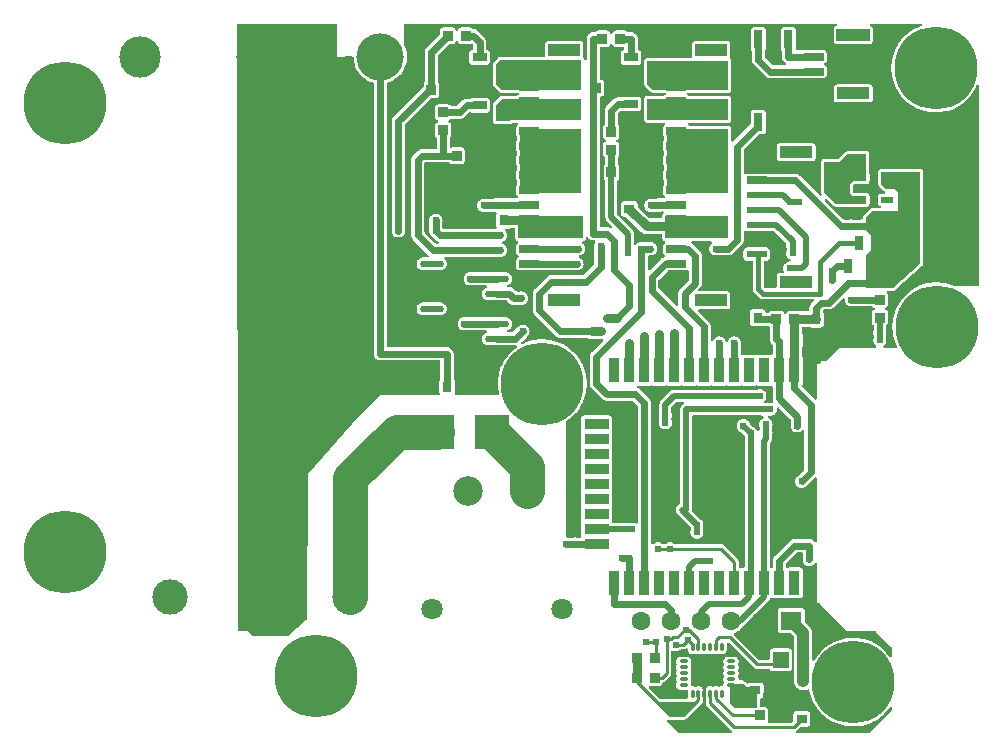
<source format=gtl>
G04 Layer: TopLayer*
G04 EasyEDA v6.5.44, 2024-08-24 22:55:38*
G04 c584bd3c03fa4b5bb03f9f2b3921847a,c23a61fc8c4145e6967fd80801f93d45,10*
G04 Gerber Generator version 0.2*
G04 Scale: 100 percent, Rotated: No, Reflected: No *
G04 Dimensions in millimeters *
G04 leading zeros omitted , absolute positions ,4 integer and 5 decimal *
%FSLAX45Y45*%
%MOMM*%

%AMMACRO1*21,1,$1,$2,0,0,$3*%
%ADD10C,0.8000*%
%ADD11C,0.6000*%
%ADD12C,0.5000*%
%ADD13C,0.2540*%
%ADD14C,1.0000*%
%ADD15C,3.0000*%
%ADD16C,0.4000*%
%ADD17MACRO1,0.864X0.8065X-90.0000*%
%ADD18MACRO1,1.35X1.41X0.0000*%
%ADD19R,1.3500X1.4100*%
%ADD20R,0.7000X1.2500*%
%ADD21MACRO1,0.864X0.8065X0.0000*%
%ADD22R,0.8640X0.8065*%
%ADD23MACRO1,0.54X0.7901X-90.0000*%
%ADD24MACRO1,0.54X0.7901X0.0000*%
%ADD25R,0.5400X0.7901*%
%ADD26R,1.0450X0.5320*%
%ADD27R,0.9000X0.8000*%
%ADD28O,0.7999984X0.2800096*%
%ADD29O,0.2800096X0.7999984*%
%ADD30R,2.7000X2.7000*%
%ADD31R,1.2500X0.7000*%
%ADD32R,0.8000X0.9000*%
%ADD33MACRO1,0.602X1.7018X90.0000*%
%ADD34R,2.8000X1.0000*%
%ADD35R,1.7000X0.6000*%
%ADD36MACRO1,1.0008X2.7X90.0000*%
%ADD37MACRO1,0.5994X1.7018X90.0000*%
%ADD38MACRO1,0.864X0.8065X90.0000*%
%ADD39R,0.8000X1.5000*%
%ADD40R,0.9500X2.1000*%
%ADD41R,2.1000X0.9500*%
%ADD42R,0.9000X0.9000*%
%ADD43MACRO1,0.9982X2.7991X90.0000*%
%ADD44O,2.0379944X0.5739892*%
%ADD45MACRO1,2.9106X2.91X-90.0000*%
%ADD46C,2.5000*%
%ADD47C,1.8000*%
%ADD48C,1.6000*%
%ADD49R,1.8000X1.6000*%
%ADD50C,4.0000*%
%ADD51C,3.5000*%
%ADD52R,3.0000X3.0000*%
%ADD53C,7.0000*%
%ADD54C,0.5000*%
%ADD55C,0.6200*%
%ADD56C,0.6100*%
%ADD57C,0.0122*%

%LPD*%
G36*
X5560009Y-2416048D02*
G01*
X5556148Y-2415286D01*
X5552846Y-2413101D01*
X5405577Y-2265832D01*
X5403392Y-2262530D01*
X5402630Y-2258618D01*
X5402630Y-2199081D01*
X5403392Y-2195169D01*
X5405577Y-2191867D01*
X5480405Y-2117039D01*
X5483707Y-2114854D01*
X5487619Y-2114092D01*
X5639257Y-2114092D01*
X5649417Y-2112822D01*
X5653125Y-2113686D01*
X5656275Y-2115921D01*
X5658358Y-2119172D01*
X5659069Y-2122932D01*
X5659069Y-2195118D01*
X5658307Y-2199030D01*
X5656122Y-2202332D01*
X5586730Y-2271725D01*
X5583275Y-2275484D01*
X5580329Y-2279345D01*
X5577687Y-2283460D01*
X5575452Y-2287778D01*
X5573572Y-2292299D01*
X5572099Y-2296922D01*
X5571032Y-2301697D01*
X5570423Y-2306523D01*
X5570169Y-2311603D01*
X5570169Y-2405888D01*
X5569407Y-2409799D01*
X5567222Y-2413101D01*
X5563920Y-2415286D01*
G37*

%LPD*%
G36*
X6234226Y-2833674D02*
G01*
X6230772Y-2833065D01*
X6223965Y-2830576D01*
X6217666Y-2829864D01*
X6123838Y-2829864D01*
X6117488Y-2830576D01*
X6114034Y-2831795D01*
X6110173Y-2832354D01*
X6106414Y-2831439D01*
X6103264Y-2829204D01*
X6101232Y-2825953D01*
X6100521Y-2822143D01*
X6100622Y-2807360D01*
X6101232Y-2803601D01*
X6102096Y-2794000D01*
X6100775Y-2781147D01*
X6101029Y-2741726D01*
X6102045Y-2729992D01*
X6101232Y-2720390D01*
X6098844Y-2711094D01*
X6094831Y-2702306D01*
X6089446Y-2694279D01*
X6082792Y-2687320D01*
X6075019Y-2681579D01*
X6066383Y-2677261D01*
X6057188Y-2674416D01*
X6047638Y-2673197D01*
X6037986Y-2673604D01*
X6028537Y-2675636D01*
X6019596Y-2679242D01*
X6011367Y-2684272D01*
X6004153Y-2690672D01*
X5998057Y-2698191D01*
X5993384Y-2706573D01*
X5991301Y-2712516D01*
X5989015Y-2716174D01*
X5985510Y-2718562D01*
X5981242Y-2719324D01*
X5977128Y-2718206D01*
X5973775Y-2715514D01*
X5967831Y-2702763D01*
X5962446Y-2694787D01*
X5955792Y-2687828D01*
X5948019Y-2682087D01*
X5939383Y-2677718D01*
X5930188Y-2674924D01*
X5920638Y-2673654D01*
X5910986Y-2674112D01*
X5901537Y-2676144D01*
X5892596Y-2679700D01*
X5884367Y-2684780D01*
X5877153Y-2691130D01*
X5871057Y-2698648D01*
X5866384Y-2707081D01*
X5865317Y-2710078D01*
X5863234Y-2713532D01*
X5859983Y-2715920D01*
X5856071Y-2716834D01*
X5852058Y-2716123D01*
X5848654Y-2713939D01*
X5846368Y-2710637D01*
X5845606Y-2706674D01*
X5845606Y-2589479D01*
X5845352Y-2584399D01*
X5844743Y-2579573D01*
X5843676Y-2574798D01*
X5842203Y-2570175D01*
X5840323Y-2565654D01*
X5838088Y-2561336D01*
X5835446Y-2557221D01*
X5832500Y-2553360D01*
X5829046Y-2549601D01*
X5740755Y-2461310D01*
X5738571Y-2458008D01*
X5737809Y-2454097D01*
X5738571Y-2450236D01*
X5740755Y-2446934D01*
X5744057Y-2444699D01*
X5747969Y-2443937D01*
X5984189Y-2443937D01*
X5990488Y-2443226D01*
X5995974Y-2441346D01*
X6000851Y-2438247D01*
X6004966Y-2434132D01*
X6008014Y-2429256D01*
X6009944Y-2423769D01*
X6010656Y-2417470D01*
X6010656Y-2318613D01*
X6009944Y-2312314D01*
X6008014Y-2306828D01*
X6004966Y-2301951D01*
X6000851Y-2297836D01*
X5995974Y-2294737D01*
X5990488Y-2292858D01*
X5984189Y-2292146D01*
X5748985Y-2292146D01*
X5745073Y-2291384D01*
X5741771Y-2289149D01*
X5739587Y-2285847D01*
X5738825Y-2281986D01*
X5739587Y-2278075D01*
X5741771Y-2274773D01*
X5754370Y-2262174D01*
X5757824Y-2258415D01*
X5760770Y-2254554D01*
X5763412Y-2250440D01*
X5765647Y-2246122D01*
X5767527Y-2241600D01*
X5769000Y-2236978D01*
X5770067Y-2232202D01*
X5770676Y-2227376D01*
X5770930Y-2222296D01*
X5770930Y-1994103D01*
X5770676Y-1989023D01*
X5770067Y-1984197D01*
X5769000Y-1979422D01*
X5767527Y-1974799D01*
X5765647Y-1970278D01*
X5763412Y-1965960D01*
X5760770Y-1961845D01*
X5757824Y-1957984D01*
X5754370Y-1954225D01*
X5693968Y-1893824D01*
X5690209Y-1890369D01*
X5684367Y-1886153D01*
X5681319Y-1883105D01*
X5679795Y-1879041D01*
X5680049Y-1874723D01*
X5682132Y-1870913D01*
X5685586Y-1868322D01*
X5689803Y-1867407D01*
X5847638Y-1867407D01*
X5851652Y-1868220D01*
X5854954Y-1870557D01*
X5857138Y-1873961D01*
X5857798Y-1877974D01*
X5856782Y-1881936D01*
X5854344Y-1885188D01*
X5847689Y-1891030D01*
X5841644Y-1898548D01*
X5836920Y-1906981D01*
X5833719Y-1916074D01*
X5832094Y-1925574D01*
X5832094Y-1935225D01*
X5833719Y-1944725D01*
X5836920Y-1953818D01*
X5841644Y-1962251D01*
X5847689Y-1969770D01*
X5854954Y-1976120D01*
X5863132Y-1981200D01*
X5872124Y-1984756D01*
X5881522Y-1986788D01*
X5891174Y-1987245D01*
X5898946Y-1986330D01*
X5945682Y-1986330D01*
X5949086Y-1986788D01*
X5958738Y-1987245D01*
X5966510Y-1986330D01*
X5994196Y-1986330D01*
X5999276Y-1986076D01*
X6004102Y-1985467D01*
X6008878Y-1984400D01*
X6013500Y-1982927D01*
X6018022Y-1981047D01*
X6022340Y-1978812D01*
X6026454Y-1976170D01*
X6030315Y-1973224D01*
X6034074Y-1969770D01*
X6109970Y-1893874D01*
X6113424Y-1890115D01*
X6116370Y-1886254D01*
X6119012Y-1882139D01*
X6121247Y-1877822D01*
X6123127Y-1873300D01*
X6124600Y-1868678D01*
X6125667Y-1863902D01*
X6126276Y-1859076D01*
X6126530Y-1853996D01*
X6126530Y-1790141D01*
X6127242Y-1786331D01*
X6129324Y-1783080D01*
X6132474Y-1780895D01*
X6136233Y-1779981D01*
X6140043Y-1780539D01*
X6142532Y-1781403D01*
X6148882Y-1782114D01*
X6317742Y-1782114D01*
X6324041Y-1781403D01*
X6329527Y-1779524D01*
X6333490Y-1777492D01*
X6336284Y-1777085D01*
X6374485Y-1777085D01*
X6378397Y-1777847D01*
X6381648Y-1780082D01*
X6482740Y-1881124D01*
X6484620Y-1883765D01*
X6485585Y-1886813D01*
X6485585Y-1890014D01*
X6483858Y-1900174D01*
X6483858Y-1909825D01*
X6485483Y-1919325D01*
X6488988Y-1929231D01*
X6489547Y-1932584D01*
X6489598Y-1940712D01*
X6488988Y-1944166D01*
X6485483Y-1954174D01*
X6483858Y-1963674D01*
X6483858Y-1973325D01*
X6485483Y-1982825D01*
X6488684Y-1991918D01*
X6493357Y-2000351D01*
X6499453Y-2007870D01*
X6506667Y-2014220D01*
X6518351Y-2021484D01*
X6520586Y-2024684D01*
X6521450Y-2028545D01*
X6520789Y-2032406D01*
X6518706Y-2035708D01*
X6515506Y-2037994D01*
X6511696Y-2038908D01*
X6507886Y-2039112D01*
X6498437Y-2041143D01*
X6489496Y-2044700D01*
X6481267Y-2049780D01*
X6474053Y-2056130D01*
X6467957Y-2063648D01*
X6463284Y-2072081D01*
X6460083Y-2081174D01*
X6458458Y-2090674D01*
X6458458Y-2100326D01*
X6460083Y-2109825D01*
X6463284Y-2118918D01*
X6465366Y-2122678D01*
X6466636Y-2126691D01*
X6466128Y-2130856D01*
X6463995Y-2134463D01*
X6460591Y-2136902D01*
X6456476Y-2137816D01*
X6428892Y-2137816D01*
X6422542Y-2138527D01*
X6417106Y-2140407D01*
X6412179Y-2143506D01*
X6408115Y-2147570D01*
X6405016Y-2152497D01*
X6403086Y-2157933D01*
X6402374Y-2164283D01*
X6402374Y-2255316D01*
X6401612Y-2259228D01*
X6399428Y-2262530D01*
X6396126Y-2264714D01*
X6392214Y-2265476D01*
X6309715Y-2265476D01*
X6305854Y-2264714D01*
X6302552Y-2262530D01*
X6297269Y-2257247D01*
X6295085Y-2253945D01*
X6294323Y-2250084D01*
X6294323Y-2042261D01*
X6295085Y-2038400D01*
X6297269Y-2035098D01*
X6300571Y-2032914D01*
X6304483Y-2032101D01*
X6317742Y-2032101D01*
X6324041Y-2031390D01*
X6329527Y-2029510D01*
X6334404Y-2026412D01*
X6338519Y-2022297D01*
X6341567Y-2017420D01*
X6343497Y-2011984D01*
X6344208Y-2005634D01*
X6344208Y-1946757D01*
X6343497Y-1940458D01*
X6341567Y-1934972D01*
X6338519Y-1930095D01*
X6334404Y-1925980D01*
X6329527Y-1922932D01*
X6324041Y-1921002D01*
X6317742Y-1920290D01*
X6148882Y-1920290D01*
X6142532Y-1921002D01*
X6137097Y-1922932D01*
X6132169Y-1925980D01*
X6128105Y-1930095D01*
X6125006Y-1934972D01*
X6123127Y-1940458D01*
X6122416Y-1946757D01*
X6122416Y-2005634D01*
X6123127Y-2011984D01*
X6125006Y-2017420D01*
X6128105Y-2022297D01*
X6132169Y-2026412D01*
X6137097Y-2029510D01*
X6142532Y-2031390D01*
X6148882Y-2032101D01*
X6192316Y-2032101D01*
X6196228Y-2032914D01*
X6199530Y-2035098D01*
X6201714Y-2038400D01*
X6202476Y-2042261D01*
X6202527Y-2275078D01*
X6203746Y-2283815D01*
X6206439Y-2291842D01*
X6210554Y-2299208D01*
X6216294Y-2306116D01*
X6255308Y-2345080D01*
X6262370Y-2350414D01*
X6269939Y-2354173D01*
X6278067Y-2356459D01*
X6286957Y-2357323D01*
X6708495Y-2357323D01*
X6712407Y-2358085D01*
X6715658Y-2360269D01*
X6717893Y-2363571D01*
X6718655Y-2367483D01*
X6717893Y-2371344D01*
X6715658Y-2374646D01*
X6697725Y-2392629D01*
X6694271Y-2396388D01*
X6691325Y-2400249D01*
X6688683Y-2404364D01*
X6686448Y-2408682D01*
X6684568Y-2413203D01*
X6683095Y-2417826D01*
X6682028Y-2422601D01*
X6681419Y-2427427D01*
X6681165Y-2432507D01*
X6681165Y-2451252D01*
X6680403Y-2455113D01*
X6678218Y-2458415D01*
X6674916Y-2460599D01*
X6671005Y-2461412D01*
X6607251Y-2461412D01*
X6603898Y-2460802D01*
X6598412Y-2458923D01*
X6592062Y-2458212D01*
X6512559Y-2458212D01*
X6506260Y-2458923D01*
X6500774Y-2460802D01*
X6495897Y-2463901D01*
X6491782Y-2467965D01*
X6488734Y-2472893D01*
X6486601Y-2478938D01*
X6484467Y-2482494D01*
X6481064Y-2484932D01*
X6477000Y-2485745D01*
X6472936Y-2484932D01*
X6469532Y-2482494D01*
X6467398Y-2478938D01*
X6465265Y-2472893D01*
X6462217Y-2467965D01*
X6458102Y-2463901D01*
X6453225Y-2460802D01*
X6447739Y-2458923D01*
X6441440Y-2458212D01*
X6361938Y-2458212D01*
X6355588Y-2458923D01*
X6350152Y-2460802D01*
X6345224Y-2463901D01*
X6340703Y-2468422D01*
X6337401Y-2470607D01*
X6333540Y-2471369D01*
X6317234Y-2471369D01*
X6313170Y-2470556D01*
X6309766Y-2468118D01*
X6307632Y-2464612D01*
X6305499Y-2458364D01*
X6302400Y-2453487D01*
X6298285Y-2449372D01*
X6293408Y-2446324D01*
X6287922Y-2444394D01*
X6281623Y-2443683D01*
X6202781Y-2443683D01*
X6196431Y-2444394D01*
X6190996Y-2446324D01*
X6186068Y-2449372D01*
X6182004Y-2453487D01*
X6178905Y-2458364D01*
X6176975Y-2463850D01*
X6176264Y-2470150D01*
X6176264Y-2559050D01*
X6176975Y-2565349D01*
X6178905Y-2570835D01*
X6182004Y-2575712D01*
X6186068Y-2579827D01*
X6190996Y-2582875D01*
X6196431Y-2584805D01*
X6202781Y-2585516D01*
X6281623Y-2585516D01*
X6287922Y-2584805D01*
X6290868Y-2583789D01*
X6294221Y-2583230D01*
X6333540Y-2583230D01*
X6337401Y-2583992D01*
X6340703Y-2586177D01*
X6342684Y-2588158D01*
X6344869Y-2591460D01*
X6345631Y-2595321D01*
X6345631Y-2692958D01*
X6345885Y-2698038D01*
X6346494Y-2702864D01*
X6347561Y-2707640D01*
X6349034Y-2712262D01*
X6350914Y-2716784D01*
X6353149Y-2721102D01*
X6355791Y-2725216D01*
X6358737Y-2729077D01*
X6365798Y-2736443D01*
X6367983Y-2739745D01*
X6368745Y-2743657D01*
X6368745Y-2822498D01*
X6368034Y-2826258D01*
X6365951Y-2829509D01*
X6362801Y-2831744D01*
X6359042Y-2832658D01*
X6355232Y-2832100D01*
X6351016Y-2830576D01*
X6344666Y-2829864D01*
X6250838Y-2829864D01*
X6244539Y-2830576D01*
X6237681Y-2833065D01*
G37*

%LPD*%
G36*
X6733540Y-3208578D02*
G01*
X6729628Y-3207816D01*
X6726377Y-3205581D01*
X6618224Y-3097479D01*
X6616039Y-3094177D01*
X6615277Y-3090316D01*
X6616039Y-3086404D01*
X6618224Y-3083102D01*
X6619443Y-3081883D01*
X6622542Y-3077006D01*
X6624421Y-3071520D01*
X6625132Y-3065221D01*
X6625132Y-2856382D01*
X6624421Y-2850032D01*
X6622542Y-2844596D01*
X6619798Y-2840228D01*
X6618630Y-2837637D01*
X6618224Y-2834843D01*
X6618224Y-2771343D01*
X6618630Y-2768498D01*
X6619798Y-2765907D01*
X6622694Y-2761335D01*
X6624624Y-2755849D01*
X6625336Y-2749550D01*
X6625336Y-2660650D01*
X6624624Y-2654350D01*
X6622694Y-2648864D01*
X6619798Y-2644292D01*
X6618630Y-2641701D01*
X6618224Y-2638856D01*
X6618224Y-2603347D01*
X6619036Y-2599486D01*
X6621221Y-2596184D01*
X6624523Y-2594000D01*
X6628384Y-2593187D01*
X6679285Y-2593187D01*
X6682079Y-2593594D01*
X6685991Y-2595575D01*
X6691477Y-2597505D01*
X6697776Y-2598216D01*
X6776618Y-2598216D01*
X6782968Y-2597505D01*
X6788403Y-2595575D01*
X6793331Y-2592527D01*
X6797395Y-2588412D01*
X6800494Y-2583535D01*
X6802424Y-2578049D01*
X6803136Y-2571750D01*
X6803136Y-2482850D01*
X6802424Y-2476550D01*
X6800494Y-2471064D01*
X6794804Y-2462530D01*
X6794042Y-2458618D01*
X6794804Y-2454706D01*
X6797040Y-2451455D01*
X6801967Y-2446477D01*
X6805269Y-2444292D01*
X6809181Y-2443530D01*
X6845096Y-2443530D01*
X6850176Y-2443276D01*
X6855002Y-2442667D01*
X6859778Y-2441600D01*
X6864400Y-2440127D01*
X6868922Y-2438247D01*
X6873240Y-2436012D01*
X6877354Y-2433370D01*
X6881215Y-2430424D01*
X6884974Y-2426970D01*
X6962546Y-2349449D01*
X6965950Y-2347163D01*
X6970014Y-2346452D01*
X6974027Y-2347417D01*
X6977329Y-2349855D01*
X6979361Y-2353411D01*
X6979818Y-2357475D01*
X6979412Y-2362200D01*
X6980275Y-2372004D01*
X6982815Y-2381504D01*
X6986981Y-2390394D01*
X6992620Y-2398420D01*
X6999579Y-2405380D01*
X7007606Y-2411018D01*
X7016750Y-2415286D01*
X7022236Y-2417064D01*
X7026960Y-2418130D01*
X7031786Y-2418740D01*
X7036866Y-2418994D01*
X7208926Y-2418994D01*
X7212838Y-2419756D01*
X7216140Y-2421940D01*
X7217765Y-2423617D01*
X7222693Y-2426665D01*
X7228738Y-2428798D01*
X7232294Y-2430932D01*
X7234732Y-2434336D01*
X7235545Y-2438400D01*
X7234732Y-2442464D01*
X7232294Y-2445867D01*
X7228738Y-2448001D01*
X7222693Y-2450134D01*
X7217765Y-2453182D01*
X7213701Y-2457297D01*
X7210602Y-2462174D01*
X7208723Y-2467660D01*
X7208012Y-2473960D01*
X7208012Y-2553462D01*
X7208723Y-2559812D01*
X7210602Y-2565247D01*
X7213701Y-2570175D01*
X7217765Y-2574239D01*
X7221423Y-2576525D01*
X7223963Y-2578811D01*
X7225639Y-2581808D01*
X7226198Y-2585161D01*
X7226198Y-2615641D01*
X7225233Y-2619959D01*
X7224115Y-2622296D01*
X7221575Y-2631795D01*
X7220712Y-2641600D01*
X7221575Y-2651404D01*
X7224115Y-2660904D01*
X7225233Y-2663240D01*
X7226198Y-2667558D01*
X7226198Y-2679141D01*
X7225233Y-2683459D01*
X7224115Y-2685796D01*
X7221575Y-2695295D01*
X7220712Y-2705100D01*
X7221575Y-2714904D01*
X7224115Y-2724404D01*
X7228281Y-2733294D01*
X7233920Y-2741320D01*
X7240879Y-2748280D01*
X7242759Y-2749600D01*
X7245654Y-2752699D01*
X7247026Y-2756763D01*
X7246620Y-2760980D01*
X7244537Y-2764688D01*
X7241082Y-2767177D01*
X7236917Y-2768092D01*
X6972757Y-2768092D01*
X6966661Y-2768600D01*
X6935216Y-2768600D01*
X6933488Y-2769311D01*
X6823405Y-2879394D01*
X6820103Y-2881630D01*
X6816191Y-2882392D01*
X6795109Y-2882392D01*
X6788607Y-2883204D01*
X6783070Y-2885287D01*
X6777939Y-2888843D01*
X6774891Y-2891840D01*
X6772300Y-2895447D01*
X6769252Y-2902254D01*
X6767017Y-2905455D01*
X6763766Y-2907538D01*
X6759956Y-2908300D01*
X6744716Y-2908300D01*
X6743700Y-2909316D01*
X6743700Y-3198418D01*
X6742938Y-3202279D01*
X6740702Y-3205581D01*
X6737451Y-3207816D01*
G37*

%LPD*%
G36*
X4633010Y-4376369D02*
G01*
X4625340Y-4375505D01*
X4621834Y-4374388D01*
X4618990Y-4372152D01*
X4617110Y-4369003D01*
X4616450Y-4365396D01*
X4616450Y-3399180D01*
X4616958Y-3395929D01*
X4618532Y-3393033D01*
X4620920Y-3390747D01*
X4641646Y-3376726D01*
X4662932Y-3359912D01*
X4682998Y-3341573D01*
X4701641Y-3321862D01*
X4718862Y-3300882D01*
X4734458Y-3278682D01*
X4748479Y-3255467D01*
X4760772Y-3231235D01*
X4771237Y-3206191D01*
X4779924Y-3180486D01*
X4786680Y-3154222D01*
X4791557Y-3127502D01*
X4794504Y-3100527D01*
X4795469Y-3073400D01*
X4794504Y-3046272D01*
X4791557Y-3019298D01*
X4786680Y-2992577D01*
X4779924Y-2966313D01*
X4771237Y-2940608D01*
X4760772Y-2915564D01*
X4748479Y-2891332D01*
X4734458Y-2868117D01*
X4718862Y-2845917D01*
X4701641Y-2824937D01*
X4682998Y-2805226D01*
X4662932Y-2786888D01*
X4641646Y-2770073D01*
X4619193Y-2754833D01*
X4595672Y-2741269D01*
X4571238Y-2729433D01*
X4546041Y-2719425D01*
X4520133Y-2711196D01*
X4493768Y-2704896D01*
X4466996Y-2700477D01*
X4439920Y-2698038D01*
X4412792Y-2697581D01*
X4385716Y-2699054D01*
X4358792Y-2702458D01*
X4332173Y-2707792D01*
X4306011Y-2715056D01*
X4280458Y-2724200D01*
X4255211Y-2735376D01*
X4251248Y-2736494D01*
X4247184Y-2736037D01*
X4243679Y-2733954D01*
X4241241Y-2730652D01*
X4240276Y-2726690D01*
X4240987Y-2722626D01*
X4243273Y-2719222D01*
X4286910Y-2675534D01*
X4292092Y-2671572D01*
X4298746Y-2664612D01*
X4304131Y-2656636D01*
X4308144Y-2647848D01*
X4310532Y-2638501D01*
X4311396Y-2628900D01*
X4310532Y-2619298D01*
X4308144Y-2609951D01*
X4304131Y-2601163D01*
X4298746Y-2593187D01*
X4292092Y-2586228D01*
X4284319Y-2580487D01*
X4275683Y-2576118D01*
X4266488Y-2573324D01*
X4256938Y-2572054D01*
X4247286Y-2572512D01*
X4237837Y-2574544D01*
X4228896Y-2578100D01*
X4220667Y-2583180D01*
X4213453Y-2589530D01*
X4207408Y-2596896D01*
X4170832Y-2633522D01*
X4167530Y-2635707D01*
X4163618Y-2636469D01*
X4131208Y-2636469D01*
X4127347Y-2635758D01*
X4124096Y-2633573D01*
X4121861Y-2630373D01*
X4121048Y-2626563D01*
X4121708Y-2622702D01*
X4123791Y-2619400D01*
X4126941Y-2617114D01*
X4136593Y-2612644D01*
X4144365Y-2607208D01*
X4151122Y-2600452D01*
X4156557Y-2592679D01*
X4160570Y-2584043D01*
X4163060Y-2574899D01*
X4163872Y-2565400D01*
X4163060Y-2555900D01*
X4160570Y-2546756D01*
X4156557Y-2538120D01*
X4151122Y-2530348D01*
X4144365Y-2523591D01*
X4136593Y-2518156D01*
X4127957Y-2514142D01*
X4118762Y-2511653D01*
X4108856Y-2510790D01*
X4048709Y-2510790D01*
X4035653Y-2509469D01*
X3832910Y-2509469D01*
X3825138Y-2508554D01*
X3815486Y-2509012D01*
X3812082Y-2509469D01*
X3769410Y-2509469D01*
X3761638Y-2508554D01*
X3751986Y-2509012D01*
X3742537Y-2511044D01*
X3733596Y-2514600D01*
X3725367Y-2519680D01*
X3718153Y-2526030D01*
X3712057Y-2533548D01*
X3707384Y-2541981D01*
X3704183Y-2551074D01*
X3702558Y-2560574D01*
X3702558Y-2570226D01*
X3704183Y-2579725D01*
X3707384Y-2588818D01*
X3712057Y-2597251D01*
X3718153Y-2604770D01*
X3725367Y-2611120D01*
X3733596Y-2616200D01*
X3742537Y-2619756D01*
X3751986Y-2621788D01*
X3761638Y-2622245D01*
X3769410Y-2621330D01*
X3812082Y-2621330D01*
X3815486Y-2621788D01*
X3825138Y-2622245D01*
X3832910Y-2621330D01*
X3941013Y-2621330D01*
X3944874Y-2622042D01*
X3948125Y-2624226D01*
X3950309Y-2627426D01*
X3951173Y-2631236D01*
X3950512Y-2635097D01*
X3948429Y-2638399D01*
X3945280Y-2640685D01*
X3935577Y-2645156D01*
X3927805Y-2650591D01*
X3921099Y-2657348D01*
X3915664Y-2665120D01*
X3911600Y-2673756D01*
X3909161Y-2682900D01*
X3908348Y-2692400D01*
X3909161Y-2701899D01*
X3911600Y-2711043D01*
X3915664Y-2719679D01*
X3921099Y-2727452D01*
X3927805Y-2734208D01*
X3935628Y-2739644D01*
X3944264Y-2743657D01*
X3953408Y-2746146D01*
X3963365Y-2747010D01*
X4023512Y-2747010D01*
X4036568Y-2748330D01*
X4180382Y-2748330D01*
X4183786Y-2748788D01*
X4198772Y-2749499D01*
X4202582Y-2751734D01*
X4205122Y-2755392D01*
X4205833Y-2759760D01*
X4204563Y-2764028D01*
X4201668Y-2767380D01*
X4186732Y-2778302D01*
X4166057Y-2795879D01*
X4146702Y-2814878D01*
X4128770Y-2835249D01*
X4112310Y-2856890D01*
X4097477Y-2879598D01*
X4084370Y-2903372D01*
X4072940Y-2927959D01*
X4063390Y-2953359D01*
X4055618Y-2979369D01*
X4049776Y-3005886D01*
X4045915Y-3032760D01*
X4043934Y-3059836D01*
X4043934Y-3086963D01*
X4045915Y-3114040D01*
X4049776Y-3140913D01*
X4053179Y-3156305D01*
X4053179Y-3160826D01*
X4051198Y-3164840D01*
X4047642Y-3167634D01*
X4043273Y-3168650D01*
X3685844Y-3168650D01*
X3682034Y-3167938D01*
X3678834Y-3165856D01*
X3676599Y-3162706D01*
X3675684Y-3158947D01*
X3676243Y-3155137D01*
X3678224Y-3149549D01*
X3678936Y-3143250D01*
X3678936Y-3054350D01*
X3678224Y-3048050D01*
X3676294Y-3042564D01*
X3673195Y-3037687D01*
X3671874Y-3036366D01*
X3669690Y-3033064D01*
X3668928Y-3029153D01*
X3668928Y-2825800D01*
X3668674Y-2820720D01*
X3668064Y-2815894D01*
X3666998Y-2811119D01*
X3665524Y-2806496D01*
X3663645Y-2801975D01*
X3661410Y-2797657D01*
X3658768Y-2793542D01*
X3655822Y-2789682D01*
X3652367Y-2785922D01*
X3646474Y-2780030D01*
X3642715Y-2776575D01*
X3638854Y-2773629D01*
X3634740Y-2770987D01*
X3630422Y-2768752D01*
X3625900Y-2766872D01*
X3621278Y-2765399D01*
X3616502Y-2764332D01*
X3611676Y-2763723D01*
X3606596Y-2763469D01*
X3114090Y-2763469D01*
X3110179Y-2762707D01*
X3106877Y-2760522D01*
X3104692Y-2757220D01*
X3103930Y-2753309D01*
X3103930Y-531368D01*
X3104794Y-527253D01*
X3107232Y-523849D01*
X3110839Y-521716D01*
X3129584Y-515467D01*
X3148685Y-507034D01*
X3166922Y-496874D01*
X3184144Y-485089D01*
X3200196Y-471728D01*
X3214928Y-456996D01*
X3228289Y-440943D01*
X3240074Y-423722D01*
X3250234Y-405485D01*
X3258616Y-386384D01*
X3265271Y-366623D01*
X3270046Y-346303D01*
X3272942Y-325628D01*
X3273907Y-304800D01*
X3272942Y-283972D01*
X3270046Y-263296D01*
X3265271Y-242976D01*
X3258616Y-223215D01*
X3250234Y-204114D01*
X3246120Y-196799D01*
X3245154Y-194411D01*
X3244850Y-191871D01*
X3244850Y-36068D01*
X3245612Y-32156D01*
X3247847Y-28905D01*
X3251098Y-26670D01*
X3255010Y-25908D01*
X6901637Y-25908D01*
X6905599Y-26720D01*
X6908952Y-29006D01*
X6911136Y-32410D01*
X6911797Y-36372D01*
X6910882Y-40335D01*
X6908495Y-43586D01*
X6904990Y-45669D01*
X6899706Y-47498D01*
X6894779Y-50596D01*
X6890715Y-54660D01*
X6887616Y-59588D01*
X6885736Y-65024D01*
X6885025Y-71374D01*
X6885025Y-170230D01*
X6885736Y-176530D01*
X6887616Y-182016D01*
X6890715Y-186893D01*
X6894779Y-191008D01*
X6899706Y-194106D01*
X6905142Y-195986D01*
X6911492Y-196697D01*
X7190333Y-196697D01*
X7196683Y-195986D01*
X7202119Y-194106D01*
X7207046Y-191008D01*
X7211110Y-186893D01*
X7214209Y-182016D01*
X7216089Y-176530D01*
X7216800Y-170230D01*
X7216800Y-71374D01*
X7216089Y-65024D01*
X7214209Y-59588D01*
X7211110Y-54660D01*
X7207046Y-50596D01*
X7202119Y-47498D01*
X7196836Y-45669D01*
X7193330Y-43586D01*
X7190943Y-40335D01*
X7190028Y-36372D01*
X7190689Y-32410D01*
X7192873Y-29006D01*
X7196226Y-26720D01*
X7200188Y-25908D01*
X7621879Y-25908D01*
X7625842Y-26720D01*
X7629144Y-29006D01*
X7631328Y-32359D01*
X7632039Y-36372D01*
X7631125Y-40284D01*
X7628737Y-43535D01*
X7625283Y-45618D01*
X7610856Y-50800D01*
X7586014Y-61722D01*
X7562037Y-74472D01*
X7539024Y-88849D01*
X7517130Y-104902D01*
X7496454Y-122478D01*
X7477099Y-141478D01*
X7459116Y-161848D01*
X7442708Y-183489D01*
X7427874Y-206197D01*
X7414768Y-229971D01*
X7403338Y-254558D01*
X7393736Y-279958D01*
X7386015Y-305968D01*
X7380173Y-332486D01*
X7376312Y-359359D01*
X7374331Y-386435D01*
X7374331Y-413562D01*
X7376312Y-440639D01*
X7380173Y-467512D01*
X7386015Y-494030D01*
X7393736Y-520039D01*
X7403338Y-545439D01*
X7414768Y-570026D01*
X7427874Y-593801D01*
X7442708Y-616508D01*
X7459116Y-638149D01*
X7477099Y-658520D01*
X7496454Y-677519D01*
X7517130Y-695096D01*
X7539024Y-711149D01*
X7562037Y-725525D01*
X7586014Y-738276D01*
X7610856Y-749198D01*
X7636408Y-758342D01*
X7662570Y-765606D01*
X7689189Y-770940D01*
X7716113Y-774344D01*
X7743190Y-775817D01*
X7770317Y-775360D01*
X7797342Y-772922D01*
X7824165Y-768502D01*
X7850530Y-762203D01*
X7876438Y-753973D01*
X7901635Y-743966D01*
X7926070Y-732129D01*
X7949590Y-718566D01*
X7972044Y-703326D01*
X7993329Y-686511D01*
X8013395Y-668172D01*
X8032038Y-648462D01*
X8049259Y-627481D01*
X8064855Y-605282D01*
X8078876Y-582066D01*
X8091119Y-557834D01*
X8095284Y-548030D01*
X8097469Y-544728D01*
X8100771Y-542544D01*
X8104682Y-541782D01*
X8108543Y-542544D01*
X8111845Y-544779D01*
X8114030Y-548081D01*
X8114792Y-551942D01*
X8114792Y-2237740D01*
X8114030Y-2241651D01*
X8111794Y-2244902D01*
X8108543Y-2247138D01*
X8104631Y-2247900D01*
X7915859Y-2247900D01*
X7912100Y-2247188D01*
X7886141Y-2236774D01*
X7860284Y-2228596D01*
X7833868Y-2222296D01*
X7807096Y-2217877D01*
X7780070Y-2215438D01*
X7752892Y-2214981D01*
X7725816Y-2216454D01*
X7698892Y-2219858D01*
X7672273Y-2225192D01*
X7646111Y-2232456D01*
X7620558Y-2241600D01*
X7595717Y-2252522D01*
X7571740Y-2265273D01*
X7548727Y-2279650D01*
X7526832Y-2295702D01*
X7506157Y-2313279D01*
X7486802Y-2332278D01*
X7468870Y-2352649D01*
X7452410Y-2374290D01*
X7437628Y-2396998D01*
X7424470Y-2420772D01*
X7413040Y-2445359D01*
X7403490Y-2470759D01*
X7395768Y-2496769D01*
X7389926Y-2523286D01*
X7386015Y-2550160D01*
X7384034Y-2577236D01*
X7384034Y-2604363D01*
X7386015Y-2631440D01*
X7389926Y-2658313D01*
X7395768Y-2684830D01*
X7403490Y-2710840D01*
X7413040Y-2736240D01*
X7421372Y-2754172D01*
X7422286Y-2758135D01*
X7421625Y-2762097D01*
X7419441Y-2765501D01*
X7416139Y-2767787D01*
X7412177Y-2768600D01*
X7371638Y-2768600D01*
X7365542Y-2768092D01*
X7317282Y-2768092D01*
X7313117Y-2767177D01*
X7309662Y-2764688D01*
X7307580Y-2760980D01*
X7307173Y-2756763D01*
X7308545Y-2752699D01*
X7311440Y-2749600D01*
X7313320Y-2748280D01*
X7320280Y-2741320D01*
X7325918Y-2733294D01*
X7330084Y-2724404D01*
X7332624Y-2714904D01*
X7333488Y-2705100D01*
X7332624Y-2695295D01*
X7330084Y-2685796D01*
X7328966Y-2683459D01*
X7328001Y-2679141D01*
X7328001Y-2667558D01*
X7328966Y-2663240D01*
X7330084Y-2660904D01*
X7332624Y-2651404D01*
X7333488Y-2641600D01*
X7332624Y-2631795D01*
X7330084Y-2622296D01*
X7328966Y-2619959D01*
X7328001Y-2615641D01*
X7328001Y-2585161D01*
X7328560Y-2581808D01*
X7330236Y-2578811D01*
X7332776Y-2576525D01*
X7336434Y-2574239D01*
X7340498Y-2570175D01*
X7343597Y-2565247D01*
X7345476Y-2559812D01*
X7346188Y-2553462D01*
X7346188Y-2473960D01*
X7345476Y-2467660D01*
X7343597Y-2462174D01*
X7340498Y-2457297D01*
X7336434Y-2453182D01*
X7331506Y-2450134D01*
X7325461Y-2448001D01*
X7321905Y-2445867D01*
X7319467Y-2442464D01*
X7318654Y-2438400D01*
X7319467Y-2434336D01*
X7321905Y-2430932D01*
X7325461Y-2428798D01*
X7331506Y-2426665D01*
X7336434Y-2423617D01*
X7340498Y-2419502D01*
X7343597Y-2414625D01*
X7345476Y-2409139D01*
X7346188Y-2402840D01*
X7346188Y-2323338D01*
X7345476Y-2316988D01*
X7343597Y-2311552D01*
X7340498Y-2306624D01*
X7337704Y-2303830D01*
X7335520Y-2300579D01*
X7334758Y-2296668D01*
X7335520Y-2292756D01*
X7337704Y-2289505D01*
X7341006Y-2287270D01*
X7344918Y-2286508D01*
X7391247Y-2286508D01*
X7398512Y-2285441D01*
X7403846Y-2283256D01*
X7409027Y-2279599D01*
X7636865Y-2077059D01*
X7640116Y-2073605D01*
X7643266Y-2068626D01*
X7645196Y-2063140D01*
X7645908Y-2056841D01*
X7645908Y-1283258D01*
X7645196Y-1276959D01*
X7643266Y-1271473D01*
X7640218Y-1266596D01*
X7636103Y-1262481D01*
X7631226Y-1259433D01*
X7625740Y-1257503D01*
X7619441Y-1256792D01*
X7290358Y-1256792D01*
X7284059Y-1257503D01*
X7278573Y-1259433D01*
X7273696Y-1262481D01*
X7269581Y-1266596D01*
X7266533Y-1271473D01*
X7264603Y-1276959D01*
X7263892Y-1283309D01*
X7263739Y-1293926D01*
X7262875Y-1301394D01*
X7262875Y-1353413D01*
X7263892Y-1362303D01*
X7263892Y-1383995D01*
X7264552Y-1390040D01*
X7266482Y-1395526D01*
X7269581Y-1400454D01*
X7271664Y-1402842D01*
X7309358Y-1440535D01*
X7314133Y-1444345D01*
X7316876Y-1445818D01*
X7320178Y-1448765D01*
X7321956Y-1452829D01*
X7321803Y-1457248D01*
X7319772Y-1461211D01*
X7316266Y-1463903D01*
X7311948Y-1464868D01*
X7289393Y-1464868D01*
X7283043Y-1465580D01*
X7277608Y-1467510D01*
X7272680Y-1470609D01*
X7268616Y-1474673D01*
X7265517Y-1479600D01*
X7263587Y-1485036D01*
X7262875Y-1491386D01*
X7262875Y-1543405D01*
X7263587Y-1549755D01*
X7265517Y-1555191D01*
X7268616Y-1560118D01*
X7272680Y-1564182D01*
X7281011Y-1569364D01*
X7283348Y-1572666D01*
X7284262Y-1576578D01*
X7283551Y-1580540D01*
X7281367Y-1583944D01*
X7278065Y-1586179D01*
X7274102Y-1586992D01*
X7213904Y-1586992D01*
X7207859Y-1587652D01*
X7202373Y-1589582D01*
X7197445Y-1592681D01*
X7195058Y-1594764D01*
X7144664Y-1645157D01*
X7140854Y-1649933D01*
X7138365Y-1655165D01*
X7137095Y-1660804D01*
X7136892Y-1664004D01*
X7136892Y-1672945D01*
X7136180Y-1676704D01*
X7134047Y-1679956D01*
X7130897Y-1682191D01*
X7127138Y-1683054D01*
X7117486Y-1683512D01*
X7114082Y-1683969D01*
X7046010Y-1683969D01*
X7038238Y-1683054D01*
X7028586Y-1683512D01*
X7025182Y-1683969D01*
X6982510Y-1683969D01*
X6973824Y-1683105D01*
X6969709Y-1682445D01*
X6966203Y-1680159D01*
X6813296Y-1527251D01*
X6810908Y-1523492D01*
X6810349Y-1519123D01*
X6811721Y-1514906D01*
X6814769Y-1511655D01*
X6818884Y-1510030D01*
X6823303Y-1510284D01*
X6827164Y-1512417D01*
X6891629Y-1568805D01*
X6897573Y-1572666D01*
X6903059Y-1574596D01*
X6909358Y-1575308D01*
X7162241Y-1575308D01*
X7168540Y-1574596D01*
X7174026Y-1572666D01*
X7178903Y-1569618D01*
X7183018Y-1565503D01*
X7186066Y-1560626D01*
X7187996Y-1555140D01*
X7189012Y-1549755D01*
X7189724Y-1543405D01*
X7189724Y-1491386D01*
X7187996Y-1480159D01*
X7186066Y-1474673D01*
X7183018Y-1469796D01*
X7178903Y-1465681D01*
X7174026Y-1462633D01*
X7168540Y-1460703D01*
X7162241Y-1459992D01*
X7063435Y-1459992D01*
X7059574Y-1459230D01*
X7056272Y-1456994D01*
X7052005Y-1452727D01*
X7049770Y-1449425D01*
X7049008Y-1445564D01*
X7049008Y-1399235D01*
X7049770Y-1395374D01*
X7052005Y-1392072D01*
X7056272Y-1387805D01*
X7059574Y-1385570D01*
X7063435Y-1384808D01*
X7162241Y-1384808D01*
X7168540Y-1384096D01*
X7174026Y-1382166D01*
X7178903Y-1379118D01*
X7183018Y-1375003D01*
X7186066Y-1370126D01*
X7187996Y-1364640D01*
X7189012Y-1359763D01*
X7189724Y-1353413D01*
X7189724Y-1301394D01*
X7188708Y-1292504D01*
X7188708Y-1130858D01*
X7187996Y-1124559D01*
X7186066Y-1119073D01*
X7183018Y-1114196D01*
X7178903Y-1110081D01*
X7174026Y-1107033D01*
X7168540Y-1105103D01*
X7162241Y-1104392D01*
X7010958Y-1104392D01*
X7004659Y-1105103D01*
X6999224Y-1106982D01*
X6993331Y-1110792D01*
X6927646Y-1165555D01*
X6924598Y-1167282D01*
X6921144Y-1167892D01*
X6807758Y-1167892D01*
X6801459Y-1168603D01*
X6795973Y-1170533D01*
X6791096Y-1173581D01*
X6786981Y-1177696D01*
X6783933Y-1182573D01*
X6782003Y-1188059D01*
X6781292Y-1194358D01*
X6781292Y-1460042D01*
X6781749Y-1464970D01*
X6783324Y-1470202D01*
X6783628Y-1474673D01*
X6782003Y-1478788D01*
X6778802Y-1481836D01*
X6774535Y-1483258D01*
X6770166Y-1482699D01*
X6766407Y-1480312D01*
X6597954Y-1311910D01*
X6594195Y-1308455D01*
X6590334Y-1305509D01*
X6586220Y-1302867D01*
X6581902Y-1300632D01*
X6577380Y-1298752D01*
X6572758Y-1297279D01*
X6567982Y-1296212D01*
X6563156Y-1295603D01*
X6558076Y-1295349D01*
X6148882Y-1295298D01*
X6142532Y-1296009D01*
X6140043Y-1296873D01*
X6136233Y-1297432D01*
X6132474Y-1296517D01*
X6129324Y-1294333D01*
X6127242Y-1291082D01*
X6126530Y-1287272D01*
X6126530Y-1094181D01*
X6127292Y-1090269D01*
X6129477Y-1086967D01*
X6254597Y-961898D01*
X6257899Y-959662D01*
X6261760Y-958900D01*
X6287820Y-958900D01*
X6294120Y-958189D01*
X6299606Y-956259D01*
X6304483Y-953211D01*
X6308598Y-949096D01*
X6311696Y-944219D01*
X6313576Y-938733D01*
X6314287Y-932434D01*
X6314287Y-783590D01*
X6313576Y-777240D01*
X6311696Y-771804D01*
X6308598Y-766876D01*
X6304483Y-762812D01*
X6299606Y-759714D01*
X6294120Y-757783D01*
X6287820Y-757072D01*
X6208979Y-757072D01*
X6202629Y-757783D01*
X6197193Y-759714D01*
X6192266Y-762812D01*
X6188202Y-766876D01*
X6185103Y-771804D01*
X6183172Y-777240D01*
X6182461Y-783590D01*
X6182461Y-871626D01*
X6181699Y-875537D01*
X6179515Y-878840D01*
X6037630Y-1020673D01*
X6034379Y-1022908D01*
X6030468Y-1023670D01*
X6026556Y-1022908D01*
X6023305Y-1020673D01*
X6021070Y-1017371D01*
X6020308Y-1013510D01*
X6020308Y-914958D01*
X6019596Y-908659D01*
X6017666Y-903173D01*
X6014618Y-898296D01*
X6010503Y-894181D01*
X6005626Y-891133D01*
X6000140Y-889203D01*
X5993841Y-888492D01*
X5665673Y-888492D01*
X5661761Y-887730D01*
X5658459Y-885494D01*
X5652668Y-879856D01*
X5651144Y-875792D01*
X5651398Y-871474D01*
X5653481Y-867664D01*
X5656935Y-865022D01*
X5661152Y-864108D01*
X5993841Y-864108D01*
X6000140Y-863396D01*
X6005626Y-861466D01*
X6010503Y-858418D01*
X6014618Y-854303D01*
X6017666Y-849426D01*
X6019596Y-843940D01*
X6020308Y-837641D01*
X6020308Y-660958D01*
X6019596Y-654659D01*
X6017666Y-649173D01*
X6014618Y-644296D01*
X6010503Y-640181D01*
X6005626Y-637133D01*
X6000140Y-635203D01*
X5993841Y-634492D01*
X5661355Y-634492D01*
X5658510Y-634085D01*
X5655868Y-632866D01*
X5649976Y-629056D01*
X5647080Y-626211D01*
X5645505Y-622503D01*
X5645556Y-618439D01*
X5647131Y-614730D01*
X5650534Y-611682D01*
X5653125Y-610514D01*
X5655919Y-610108D01*
X5993841Y-610108D01*
X6000140Y-609396D01*
X6005626Y-607466D01*
X6010503Y-604418D01*
X6014618Y-600303D01*
X6017666Y-595426D01*
X6019596Y-589940D01*
X6020308Y-583641D01*
X6020308Y-343458D01*
X6019596Y-337159D01*
X6017666Y-331673D01*
X6014618Y-326796D01*
X6009589Y-321818D01*
X6007201Y-318058D01*
X6006642Y-313639D01*
X6009944Y-303885D01*
X6010656Y-297586D01*
X6010656Y-198729D01*
X6009944Y-192430D01*
X6008014Y-186944D01*
X6004966Y-182067D01*
X6000851Y-177952D01*
X5995974Y-174853D01*
X5990488Y-172974D01*
X5984189Y-172262D01*
X5715304Y-172262D01*
X5709005Y-172974D01*
X5703519Y-174853D01*
X5698642Y-177952D01*
X5694527Y-182067D01*
X5691479Y-186944D01*
X5689549Y-192430D01*
X5688838Y-198729D01*
X5688838Y-297484D01*
X5689904Y-305511D01*
X5689549Y-309778D01*
X5687466Y-313537D01*
X5684012Y-316077D01*
X5679795Y-316992D01*
X5309158Y-316992D01*
X5302859Y-317703D01*
X5297373Y-319633D01*
X5292496Y-322681D01*
X5288381Y-326796D01*
X5285333Y-331673D01*
X5283403Y-337159D01*
X5282692Y-343458D01*
X5282692Y-366014D01*
X5282082Y-371957D01*
X5282082Y-440842D01*
X5282692Y-446785D01*
X5282692Y-533095D01*
X5283352Y-539140D01*
X5285282Y-544626D01*
X5288381Y-549554D01*
X5290464Y-551942D01*
X5340858Y-602335D01*
X5345633Y-606145D01*
X5350865Y-608634D01*
X5356504Y-609904D01*
X5359704Y-610108D01*
X5453786Y-610108D01*
X5457342Y-610768D01*
X5460847Y-612952D01*
X5463184Y-615950D01*
X5464302Y-619556D01*
X5463997Y-623265D01*
X5462371Y-626668D01*
X5459577Y-629259D01*
X5453735Y-632917D01*
X5451144Y-634085D01*
X5448300Y-634492D01*
X5309158Y-634492D01*
X5302859Y-635203D01*
X5297373Y-637133D01*
X5292496Y-640181D01*
X5288381Y-644296D01*
X5285333Y-649173D01*
X5283403Y-654659D01*
X5282692Y-660958D01*
X5282692Y-759714D01*
X5282082Y-765657D01*
X5282082Y-834542D01*
X5283250Y-843584D01*
X5285333Y-849426D01*
X5288381Y-854303D01*
X5292496Y-858418D01*
X5297373Y-861466D01*
X5302859Y-863396D01*
X5309158Y-864108D01*
X5448503Y-864108D01*
X5452770Y-865022D01*
X5456224Y-867664D01*
X5458256Y-871474D01*
X5458561Y-875792D01*
X5457037Y-879856D01*
X5449620Y-887069D01*
X5446572Y-891997D01*
X5444642Y-897432D01*
X5443931Y-903782D01*
X5443931Y-962609D01*
X5444642Y-968857D01*
X5447182Y-975817D01*
X5447792Y-979322D01*
X5447792Y-1012037D01*
X5447182Y-1015542D01*
X5444642Y-1022502D01*
X5443931Y-1028750D01*
X5443931Y-1087577D01*
X5444642Y-1093825D01*
X5447182Y-1100785D01*
X5447792Y-1104290D01*
X5447792Y-1137005D01*
X5447182Y-1140510D01*
X5444642Y-1147470D01*
X5443931Y-1153718D01*
X5443931Y-1212545D01*
X5444642Y-1218793D01*
X5447182Y-1225753D01*
X5447792Y-1229258D01*
X5447792Y-1261973D01*
X5447182Y-1265478D01*
X5444642Y-1272438D01*
X5443931Y-1278686D01*
X5443931Y-1337513D01*
X5444642Y-1343761D01*
X5447182Y-1350721D01*
X5447792Y-1354226D01*
X5447792Y-1386941D01*
X5447182Y-1390446D01*
X5444642Y-1397406D01*
X5443931Y-1403654D01*
X5443931Y-1462481D01*
X5444642Y-1468831D01*
X5446572Y-1474266D01*
X5449620Y-1479194D01*
X5456986Y-1486408D01*
X5458510Y-1490472D01*
X5458256Y-1494790D01*
X5456174Y-1498600D01*
X5452719Y-1501190D01*
X5448452Y-1502105D01*
X5414467Y-1502105D01*
X5409387Y-1502359D01*
X5404561Y-1502968D01*
X5399836Y-1504035D01*
X5394604Y-1505712D01*
X5391505Y-1506169D01*
X5350002Y-1506169D01*
X5342229Y-1505254D01*
X5332577Y-1505712D01*
X5323179Y-1507744D01*
X5314188Y-1511300D01*
X5306009Y-1516380D01*
X5298744Y-1522730D01*
X5292699Y-1530248D01*
X5287975Y-1538681D01*
X5284774Y-1547774D01*
X5283149Y-1557274D01*
X5283149Y-1566926D01*
X5284774Y-1576425D01*
X5287975Y-1585518D01*
X5292699Y-1593951D01*
X5298744Y-1601470D01*
X5306009Y-1607820D01*
X5314188Y-1612900D01*
X5323179Y-1616456D01*
X5332577Y-1618488D01*
X5342229Y-1618945D01*
X5350002Y-1618030D01*
X5399582Y-1618030D01*
X5402986Y-1618488D01*
X5412638Y-1618945D01*
X5422138Y-1617675D01*
X5432602Y-1614424D01*
X5437225Y-1613966D01*
X5441086Y-1614728D01*
X5444388Y-1616913D01*
X5446572Y-1620215D01*
X5447385Y-1624126D01*
X5446572Y-1627987D01*
X5444388Y-1631289D01*
X5440781Y-1634896D01*
X5437733Y-1639773D01*
X5435803Y-1645259D01*
X5435092Y-1651558D01*
X5435092Y-1663852D01*
X5434330Y-1667713D01*
X5432094Y-1671015D01*
X5428843Y-1673199D01*
X5424932Y-1674012D01*
X5333492Y-1674012D01*
X5329631Y-1673199D01*
X5326329Y-1671015D01*
X5230063Y-1574800D01*
X5227878Y-1571498D01*
X5227116Y-1567586D01*
X5227116Y-1554581D01*
X5226405Y-1548231D01*
X5224475Y-1542796D01*
X5221427Y-1537868D01*
X5217312Y-1533804D01*
X5212435Y-1530705D01*
X5206949Y-1528775D01*
X5200650Y-1528064D01*
X5111750Y-1528064D01*
X5105450Y-1528775D01*
X5099964Y-1530705D01*
X5095087Y-1533804D01*
X5090972Y-1537868D01*
X5087924Y-1542796D01*
X5085994Y-1548231D01*
X5085283Y-1554581D01*
X5085283Y-1633423D01*
X5085994Y-1639722D01*
X5087924Y-1645208D01*
X5090972Y-1650085D01*
X5095087Y-1654200D01*
X5099964Y-1657299D01*
X5105450Y-1659178D01*
X5111750Y-1659889D01*
X5124602Y-1659889D01*
X5128463Y-1660652D01*
X5131765Y-1662887D01*
X5255107Y-1786229D01*
X5263286Y-1793189D01*
X5272074Y-1798574D01*
X5281625Y-1802536D01*
X5291683Y-1804974D01*
X5302402Y-1805787D01*
X5424932Y-1805787D01*
X5428843Y-1806600D01*
X5432094Y-1808784D01*
X5434330Y-1812086D01*
X5435092Y-1815947D01*
X5435092Y-1840941D01*
X5435803Y-1847240D01*
X5437733Y-1852726D01*
X5440781Y-1857603D01*
X5444896Y-1861718D01*
X5451906Y-1865884D01*
X5454904Y-1868220D01*
X5456885Y-1871522D01*
X5457494Y-1875282D01*
X5456682Y-1878990D01*
X5454548Y-1882190D01*
X5449620Y-1887067D01*
X5446572Y-1891995D01*
X5444642Y-1897430D01*
X5443931Y-1903780D01*
X5443931Y-1962607D01*
X5444642Y-1968957D01*
X5446572Y-1974392D01*
X5449620Y-1979320D01*
X5453735Y-1983384D01*
X5455259Y-1984349D01*
X5458155Y-1987092D01*
X5459780Y-1990750D01*
X5459831Y-1994763D01*
X5458358Y-1998472D01*
X5455564Y-2001316D01*
X5451906Y-2002891D01*
X5445709Y-2004212D01*
X5441137Y-2005634D01*
X5436616Y-2007514D01*
X5432298Y-2009749D01*
X5428183Y-2012391D01*
X5424322Y-2015337D01*
X5420563Y-2018792D01*
X5331053Y-2108301D01*
X5327751Y-2110486D01*
X5323890Y-2111248D01*
X5319979Y-2110486D01*
X5316677Y-2108301D01*
X5314492Y-2104999D01*
X5313730Y-2101088D01*
X5313730Y-1996592D01*
X5314696Y-1992172D01*
X5317490Y-1988667D01*
X5321503Y-1986686D01*
X5336438Y-1987245D01*
X5345988Y-1985975D01*
X5355183Y-1983181D01*
X5363819Y-1978812D01*
X5371592Y-1973072D01*
X5378246Y-1966112D01*
X5383631Y-1958136D01*
X5387644Y-1949348D01*
X5390032Y-1940001D01*
X5390896Y-1930400D01*
X5390032Y-1920798D01*
X5387644Y-1911451D01*
X5383631Y-1902663D01*
X5378246Y-1894687D01*
X5371592Y-1887728D01*
X5363819Y-1881987D01*
X5355183Y-1877618D01*
X5345988Y-1874824D01*
X5336438Y-1873554D01*
X5326786Y-1874012D01*
X5323382Y-1874469D01*
X5268010Y-1874469D01*
X5260238Y-1873554D01*
X5250586Y-1874012D01*
X5241137Y-1876043D01*
X5232196Y-1879600D01*
X5223967Y-1884680D01*
X5216753Y-1891030D01*
X5215534Y-1892503D01*
X5212080Y-1895297D01*
X5207711Y-1896313D01*
X5203393Y-1895348D01*
X5199837Y-1892655D01*
X5197805Y-1888693D01*
X5197144Y-1886051D01*
X5195316Y-1882038D01*
X5194401Y-1877872D01*
X5194401Y-1803603D01*
X5194198Y-1798980D01*
X5193639Y-1794560D01*
X5192674Y-1790242D01*
X5191353Y-1785975D01*
X5189626Y-1781911D01*
X5187594Y-1777949D01*
X5185206Y-1774189D01*
X5182514Y-1770684D01*
X5179364Y-1767230D01*
X5058562Y-1646428D01*
X5056327Y-1643176D01*
X5055565Y-1639265D01*
X5055565Y-1355191D01*
X5056124Y-1351838D01*
X5057800Y-1348892D01*
X5061102Y-1346098D01*
X5065217Y-1342034D01*
X5068265Y-1337106D01*
X5070195Y-1331671D01*
X5070906Y-1325321D01*
X5070906Y-1240078D01*
X5070195Y-1233728D01*
X5068265Y-1228293D01*
X5065217Y-1223365D01*
X5062677Y-1220876D01*
X5060492Y-1217574D01*
X5059730Y-1213662D01*
X5059730Y-1159459D01*
X5060492Y-1155598D01*
X5062677Y-1152296D01*
X5067198Y-1147775D01*
X5070297Y-1142847D01*
X5072176Y-1137412D01*
X5072888Y-1131062D01*
X5072888Y-1051560D01*
X5072176Y-1045260D01*
X5070297Y-1039774D01*
X5067198Y-1034897D01*
X5063134Y-1030782D01*
X5058206Y-1027734D01*
X5052161Y-1025601D01*
X5048605Y-1023467D01*
X5046167Y-1020064D01*
X5045354Y-1016000D01*
X5046167Y-1011936D01*
X5048605Y-1008532D01*
X5052161Y-1006398D01*
X5058206Y-1004265D01*
X5063134Y-1001217D01*
X5067198Y-997102D01*
X5070297Y-992225D01*
X5072176Y-986739D01*
X5072888Y-980440D01*
X5072888Y-900937D01*
X5072176Y-894587D01*
X5070297Y-889152D01*
X5067198Y-884224D01*
X5062677Y-879703D01*
X5060492Y-876401D01*
X5059730Y-872540D01*
X5059730Y-789381D01*
X5060492Y-785469D01*
X5062677Y-782167D01*
X5080863Y-763981D01*
X5084165Y-761796D01*
X5088077Y-761034D01*
X5092903Y-761390D01*
X5096814Y-763371D01*
X5102250Y-765302D01*
X5108600Y-766013D01*
X5232450Y-766013D01*
X5238750Y-765302D01*
X5244236Y-763371D01*
X5249113Y-760323D01*
X5253228Y-756208D01*
X5256276Y-751332D01*
X5258206Y-745845D01*
X5258917Y-739546D01*
X5258917Y-670661D01*
X5258206Y-664362D01*
X5256276Y-658876D01*
X5253228Y-653999D01*
X5249113Y-649884D01*
X5244236Y-646836D01*
X5238750Y-644906D01*
X5232450Y-644194D01*
X5108600Y-644194D01*
X5102250Y-644906D01*
X5096814Y-646836D01*
X5092903Y-648817D01*
X5090058Y-649173D01*
X5060899Y-649173D01*
X5055819Y-649427D01*
X5050993Y-650036D01*
X5046218Y-651103D01*
X5041595Y-652576D01*
X5037074Y-654456D01*
X5032756Y-656691D01*
X5028641Y-659333D01*
X5024780Y-662279D01*
X5021021Y-665734D01*
X4964430Y-722325D01*
X4960975Y-726084D01*
X4958029Y-729945D01*
X4955387Y-734060D01*
X4953152Y-738378D01*
X4951272Y-742899D01*
X4949799Y-747522D01*
X4948732Y-752297D01*
X4948123Y-757123D01*
X4947869Y-762203D01*
X4947869Y-872540D01*
X4947107Y-876401D01*
X4944922Y-879703D01*
X4940401Y-884224D01*
X4937302Y-889152D01*
X4935423Y-894587D01*
X4934712Y-900937D01*
X4934712Y-980440D01*
X4935423Y-986739D01*
X4937302Y-992225D01*
X4940401Y-997102D01*
X4944465Y-1001217D01*
X4949393Y-1004265D01*
X4955438Y-1006398D01*
X4958994Y-1008532D01*
X4961432Y-1011936D01*
X4962245Y-1016000D01*
X4961432Y-1020064D01*
X4958994Y-1023467D01*
X4955438Y-1025601D01*
X4949393Y-1027734D01*
X4944465Y-1030782D01*
X4940401Y-1034897D01*
X4937302Y-1039774D01*
X4935423Y-1045260D01*
X4934712Y-1051560D01*
X4934712Y-1131062D01*
X4935423Y-1137412D01*
X4937302Y-1142847D01*
X4940401Y-1147775D01*
X4944922Y-1152296D01*
X4947107Y-1155598D01*
X4947869Y-1159459D01*
X4947869Y-1215440D01*
X4947107Y-1219301D01*
X4944160Y-1223365D01*
X4941062Y-1228293D01*
X4939131Y-1233728D01*
X4938420Y-1240078D01*
X4938420Y-1325321D01*
X4939131Y-1331671D01*
X4941062Y-1337106D01*
X4944160Y-1342034D01*
X4951526Y-1348841D01*
X4953203Y-1351838D01*
X4953762Y-1355191D01*
X4953762Y-1664360D01*
X4953965Y-1668983D01*
X4954524Y-1673402D01*
X4955489Y-1677720D01*
X4956810Y-1681988D01*
X4958537Y-1686052D01*
X4960569Y-1690014D01*
X4962956Y-1693773D01*
X4965649Y-1697278D01*
X4968798Y-1700733D01*
X5009184Y-1741068D01*
X5011470Y-1744624D01*
X5012131Y-1748789D01*
X5011064Y-1752854D01*
X5008422Y-1756105D01*
X5004714Y-1758086D01*
X5000498Y-1758289D01*
X4996535Y-1756816D01*
X4993640Y-1754987D01*
X4989322Y-1752752D01*
X4984800Y-1750872D01*
X4980178Y-1749399D01*
X4975402Y-1748332D01*
X4970576Y-1747723D01*
X4965496Y-1747469D01*
X4917490Y-1747469D01*
X4913579Y-1746707D01*
X4910277Y-1744522D01*
X4908092Y-1741220D01*
X4907330Y-1737309D01*
X4907330Y-650748D01*
X4907991Y-647141D01*
X4909921Y-643991D01*
X4912868Y-641705D01*
X4916424Y-640689D01*
X4923790Y-639876D01*
X4929225Y-637997D01*
X4934102Y-634898D01*
X4938217Y-630834D01*
X4941265Y-625906D01*
X4943195Y-620471D01*
X4943906Y-614121D01*
X4943906Y-528878D01*
X4943195Y-522528D01*
X4941265Y-517093D01*
X4938217Y-512165D01*
X4934102Y-508101D01*
X4929225Y-505002D01*
X4923790Y-503123D01*
X4916424Y-502310D01*
X4912868Y-501294D01*
X4909921Y-499008D01*
X4907991Y-495858D01*
X4907330Y-492251D01*
X4907330Y-231648D01*
X4908092Y-227787D01*
X4910277Y-224485D01*
X4913579Y-222300D01*
X4917490Y-221488D01*
X4968240Y-221488D01*
X4974539Y-220776D01*
X4980025Y-218897D01*
X4984902Y-215798D01*
X4989017Y-211734D01*
X4992065Y-206806D01*
X4994198Y-200761D01*
X4996332Y-197205D01*
X4999736Y-194767D01*
X5003800Y-193954D01*
X5007864Y-194767D01*
X5011267Y-197205D01*
X5013401Y-200761D01*
X5015534Y-206806D01*
X5018582Y-211734D01*
X5022697Y-215798D01*
X5027574Y-218897D01*
X5033060Y-220776D01*
X5039360Y-221488D01*
X5104384Y-221488D01*
X5108244Y-222300D01*
X5111546Y-224485D01*
X5113731Y-227787D01*
X5114544Y-231648D01*
X5114544Y-240741D01*
X5113832Y-244348D01*
X5111953Y-247497D01*
X5109006Y-249783D01*
X5105501Y-250850D01*
X5102250Y-251206D01*
X5096814Y-253136D01*
X5091887Y-256184D01*
X5087823Y-260299D01*
X5084724Y-265176D01*
X5082794Y-270662D01*
X5082082Y-276961D01*
X5082082Y-345846D01*
X5082794Y-352145D01*
X5084724Y-357632D01*
X5087823Y-362508D01*
X5091887Y-366623D01*
X5096814Y-369671D01*
X5102250Y-371602D01*
X5108600Y-372313D01*
X5232450Y-372313D01*
X5238750Y-371602D01*
X5244236Y-369671D01*
X5249113Y-366623D01*
X5253228Y-362508D01*
X5256276Y-357632D01*
X5258206Y-352145D01*
X5258917Y-345846D01*
X5258917Y-276961D01*
X5258206Y-270662D01*
X5256276Y-265176D01*
X5253228Y-260299D01*
X5249113Y-256184D01*
X5244236Y-253136D01*
X5238750Y-251206D01*
X5235346Y-250799D01*
X5231841Y-249732D01*
X5228894Y-247497D01*
X5227015Y-244348D01*
X5226354Y-240741D01*
X5226354Y-152857D01*
X5225440Y-142697D01*
X5222951Y-133299D01*
X5218785Y-124460D01*
X5213248Y-116484D01*
X5206339Y-109626D01*
X5198364Y-104038D01*
X5189524Y-99923D01*
X5180126Y-97383D01*
X5169966Y-96469D01*
X5147259Y-96469D01*
X5143398Y-95707D01*
X5140096Y-93522D01*
X5135575Y-89001D01*
X5130647Y-85902D01*
X5125212Y-84023D01*
X5118862Y-83312D01*
X5039360Y-83312D01*
X5033060Y-84023D01*
X5027574Y-85902D01*
X5022697Y-89001D01*
X5018582Y-93065D01*
X5015534Y-97993D01*
X5013401Y-104038D01*
X5011267Y-107594D01*
X5007864Y-110032D01*
X5003800Y-110845D01*
X4999736Y-110032D01*
X4996332Y-107594D01*
X4994198Y-104038D01*
X4992065Y-97993D01*
X4989017Y-93065D01*
X4984902Y-89001D01*
X4980025Y-85902D01*
X4974539Y-84023D01*
X4968240Y-83312D01*
X4888738Y-83312D01*
X4882388Y-84023D01*
X4876952Y-85902D01*
X4872024Y-89001D01*
X4867503Y-93522D01*
X4864201Y-95707D01*
X4860340Y-96469D01*
X4851857Y-96469D01*
X4841697Y-97383D01*
X4832299Y-99923D01*
X4823460Y-104038D01*
X4815484Y-109626D01*
X4808626Y-116484D01*
X4803038Y-124460D01*
X4798923Y-133299D01*
X4796383Y-142697D01*
X4795469Y-152857D01*
X4795469Y-325424D01*
X4794554Y-329692D01*
X4791913Y-333197D01*
X4788052Y-335229D01*
X4783734Y-335483D01*
X4779670Y-333857D01*
X4776622Y-330708D01*
X4775250Y-326593D01*
X4774996Y-324459D01*
X4773066Y-318973D01*
X4770018Y-314096D01*
X4766462Y-309880D01*
X4765446Y-307035D01*
X4765344Y-303987D01*
X4766056Y-297586D01*
X4766056Y-198729D01*
X4765344Y-192430D01*
X4763414Y-186944D01*
X4760366Y-182067D01*
X4756251Y-177952D01*
X4751374Y-174853D01*
X4745888Y-172974D01*
X4739589Y-172262D01*
X4470704Y-172262D01*
X4464405Y-172974D01*
X4458919Y-174853D01*
X4454042Y-177952D01*
X4449927Y-182067D01*
X4446879Y-186944D01*
X4444949Y-192430D01*
X4444238Y-198729D01*
X4444238Y-294132D01*
X4443476Y-298043D01*
X4441291Y-301294D01*
X4437989Y-303530D01*
X4434078Y-304292D01*
X4064304Y-304292D01*
X4058259Y-304952D01*
X4052773Y-306882D01*
X4047845Y-309981D01*
X4045458Y-312064D01*
X4007764Y-349758D01*
X4003954Y-354533D01*
X4001515Y-359562D01*
X4000144Y-365150D01*
X3999382Y-371957D01*
X3999382Y-440842D01*
X3999992Y-446785D01*
X3999992Y-533095D01*
X4000652Y-539140D01*
X4002582Y-544626D01*
X4005681Y-549554D01*
X4007764Y-551942D01*
X4058158Y-602335D01*
X4062933Y-606145D01*
X4068165Y-608634D01*
X4073804Y-609904D01*
X4077004Y-610108D01*
X4209186Y-610108D01*
X4212742Y-610768D01*
X4216247Y-612952D01*
X4218584Y-615950D01*
X4219702Y-619556D01*
X4219397Y-623265D01*
X4217771Y-626668D01*
X4214977Y-629259D01*
X4209135Y-632917D01*
X4206544Y-634085D01*
X4203700Y-634492D01*
X4077004Y-634492D01*
X4070959Y-635152D01*
X4065473Y-637082D01*
X4060545Y-640181D01*
X4058158Y-642264D01*
X4007764Y-692658D01*
X4003954Y-697433D01*
X4001465Y-702665D01*
X4000195Y-708304D01*
X3999992Y-711504D01*
X3999992Y-772414D01*
X3999382Y-778357D01*
X3999382Y-847242D01*
X4000093Y-853541D01*
X4002024Y-859028D01*
X4005072Y-863904D01*
X4009186Y-868019D01*
X4014063Y-871067D01*
X4019550Y-872998D01*
X4025849Y-873709D01*
X4149699Y-873709D01*
X4156049Y-872998D01*
X4161485Y-871067D01*
X4166412Y-868019D01*
X4170629Y-864869D01*
X4174490Y-864108D01*
X4203903Y-864108D01*
X4208170Y-865022D01*
X4211624Y-867664D01*
X4213656Y-871474D01*
X4213961Y-875792D01*
X4212437Y-879856D01*
X4205020Y-887069D01*
X4201972Y-891997D01*
X4200042Y-897432D01*
X4199331Y-903782D01*
X4199331Y-962609D01*
X4200042Y-968857D01*
X4202582Y-975817D01*
X4203192Y-979322D01*
X4203192Y-1012037D01*
X4202582Y-1015542D01*
X4200042Y-1022502D01*
X4199331Y-1028750D01*
X4199331Y-1087577D01*
X4200042Y-1093825D01*
X4202582Y-1100785D01*
X4203192Y-1104290D01*
X4203192Y-1137005D01*
X4202582Y-1140510D01*
X4200042Y-1147470D01*
X4199331Y-1153718D01*
X4199331Y-1212545D01*
X4200042Y-1218793D01*
X4202582Y-1225753D01*
X4203192Y-1229258D01*
X4203192Y-1261973D01*
X4202582Y-1265478D01*
X4200042Y-1272438D01*
X4199331Y-1278686D01*
X4199331Y-1337513D01*
X4200042Y-1343761D01*
X4202582Y-1350721D01*
X4203192Y-1354226D01*
X4203192Y-1386941D01*
X4202582Y-1390446D01*
X4200042Y-1397406D01*
X4199331Y-1403654D01*
X4199331Y-1462481D01*
X4200042Y-1468831D01*
X4201972Y-1474266D01*
X4205020Y-1479194D01*
X4212386Y-1486408D01*
X4213910Y-1490472D01*
X4213656Y-1494790D01*
X4211574Y-1498600D01*
X4208119Y-1501190D01*
X4203852Y-1502105D01*
X4030167Y-1502105D01*
X4025087Y-1502359D01*
X4020261Y-1502968D01*
X4015536Y-1504035D01*
X4010304Y-1505712D01*
X4007205Y-1506169D01*
X3934510Y-1506169D01*
X3926738Y-1505254D01*
X3917086Y-1505712D01*
X3907637Y-1507744D01*
X3898696Y-1511300D01*
X3890467Y-1516380D01*
X3883253Y-1522730D01*
X3877157Y-1530248D01*
X3872484Y-1538681D01*
X3869283Y-1547774D01*
X3867658Y-1557274D01*
X3867658Y-1566926D01*
X3869283Y-1576425D01*
X3872484Y-1585518D01*
X3877157Y-1593951D01*
X3883253Y-1601470D01*
X3890467Y-1607820D01*
X3898696Y-1612900D01*
X3907637Y-1616456D01*
X3917086Y-1618488D01*
X3926738Y-1618945D01*
X3934510Y-1618030D01*
X4015282Y-1618030D01*
X4018686Y-1618488D01*
X4023664Y-1618742D01*
X4027322Y-1619554D01*
X4030472Y-1621688D01*
X4032554Y-1624838D01*
X4033418Y-1628495D01*
X4032859Y-1632254D01*
X4030675Y-1638350D01*
X4029964Y-1644650D01*
X4029964Y-1733550D01*
X4030675Y-1739798D01*
X4033113Y-1746605D01*
X4033723Y-1750415D01*
X4032859Y-1754174D01*
X4030624Y-1757375D01*
X4027373Y-1759457D01*
X4023563Y-1760169D01*
X4009390Y-1760118D01*
X4002938Y-1759254D01*
X3993286Y-1759712D01*
X3989882Y-1760169D01*
X3583990Y-1760169D01*
X3580079Y-1759407D01*
X3576777Y-1757222D01*
X3574592Y-1753920D01*
X3573830Y-1750009D01*
X3573830Y-1700580D01*
X3574796Y-1689100D01*
X3573932Y-1679498D01*
X3571544Y-1670151D01*
X3567531Y-1661363D01*
X3562146Y-1653387D01*
X3555492Y-1646428D01*
X3547719Y-1640687D01*
X3539083Y-1636318D01*
X3529888Y-1633524D01*
X3520338Y-1632254D01*
X3510686Y-1632712D01*
X3501237Y-1634744D01*
X3492296Y-1638300D01*
X3484067Y-1643380D01*
X3476853Y-1649730D01*
X3470757Y-1657248D01*
X3466084Y-1665681D01*
X3462883Y-1674774D01*
X3461258Y-1684274D01*
X3461258Y-1693925D01*
X3461969Y-1699209D01*
X3461969Y-1767890D01*
X3461258Y-1773174D01*
X3461258Y-1782825D01*
X3462883Y-1792325D01*
X3466084Y-1801418D01*
X3470757Y-1809851D01*
X3476853Y-1817370D01*
X3486150Y-1825345D01*
X3516325Y-1855470D01*
X3520084Y-1858924D01*
X3523945Y-1861870D01*
X3528060Y-1864512D01*
X3534511Y-1867662D01*
X3537813Y-1869846D01*
X3539998Y-1873148D01*
X3540760Y-1877009D01*
X3539998Y-1880920D01*
X3537813Y-1884222D01*
X3534511Y-1886407D01*
X3530600Y-1887169D01*
X3519881Y-1887169D01*
X3515969Y-1886407D01*
X3512667Y-1884222D01*
X3424377Y-1795932D01*
X3422192Y-1792630D01*
X3421430Y-1788718D01*
X3421430Y-1209090D01*
X3422192Y-1205179D01*
X3424377Y-1201877D01*
X3427679Y-1199692D01*
X3431590Y-1198930D01*
X3628440Y-1198930D01*
X3632301Y-1199692D01*
X3635603Y-1201877D01*
X3640124Y-1206398D01*
X3645052Y-1209497D01*
X3650487Y-1211376D01*
X3656837Y-1212088D01*
X3736340Y-1212088D01*
X3742639Y-1211376D01*
X3748125Y-1209497D01*
X3753002Y-1206398D01*
X3757117Y-1202334D01*
X3760165Y-1197406D01*
X3762095Y-1191971D01*
X3762806Y-1185621D01*
X3762806Y-1100378D01*
X3762095Y-1094028D01*
X3760165Y-1088593D01*
X3757117Y-1083665D01*
X3753002Y-1079601D01*
X3748125Y-1076502D01*
X3742639Y-1074623D01*
X3736340Y-1073912D01*
X3656837Y-1073912D01*
X3646728Y-1075029D01*
X3643071Y-1074064D01*
X3640023Y-1071829D01*
X3637991Y-1068628D01*
X3637330Y-1064920D01*
X3637330Y-994359D01*
X3638092Y-990498D01*
X3640277Y-987196D01*
X3644798Y-982675D01*
X3647897Y-977747D01*
X3649776Y-972312D01*
X3650487Y-965962D01*
X3650487Y-886460D01*
X3649776Y-880160D01*
X3647897Y-874674D01*
X3644798Y-869797D01*
X3640734Y-865682D01*
X3635806Y-862634D01*
X3629761Y-860501D01*
X3626205Y-858367D01*
X3623767Y-854964D01*
X3622954Y-850900D01*
X3623767Y-846836D01*
X3626205Y-843432D01*
X3629761Y-841298D01*
X3635806Y-839165D01*
X3640734Y-836117D01*
X3642461Y-834339D01*
X3645763Y-832154D01*
X3649675Y-831392D01*
X3720134Y-831392D01*
X3725214Y-831138D01*
X3730040Y-830529D01*
X3734815Y-829462D01*
X3739438Y-827989D01*
X3743960Y-826109D01*
X3748278Y-823874D01*
X3752392Y-821232D01*
X3756253Y-818286D01*
X3760012Y-814832D01*
X3798163Y-776681D01*
X3801465Y-774496D01*
X3805377Y-773734D01*
X3810203Y-774090D01*
X3814114Y-776071D01*
X3819550Y-778002D01*
X3825900Y-778713D01*
X3949750Y-778713D01*
X3956050Y-778002D01*
X3961536Y-776071D01*
X3966413Y-773023D01*
X3970528Y-768908D01*
X3973576Y-764032D01*
X3975506Y-758545D01*
X3976217Y-752246D01*
X3976217Y-683361D01*
X3975506Y-677062D01*
X3973576Y-671576D01*
X3970528Y-666699D01*
X3966413Y-662584D01*
X3961536Y-659536D01*
X3956050Y-657606D01*
X3949750Y-656894D01*
X3825900Y-656894D01*
X3819550Y-657606D01*
X3814114Y-659536D01*
X3810203Y-661517D01*
X3807358Y-661873D01*
X3778199Y-661873D01*
X3773119Y-662127D01*
X3768293Y-662736D01*
X3763518Y-663803D01*
X3758895Y-665276D01*
X3754374Y-667156D01*
X3750056Y-669391D01*
X3745941Y-672033D01*
X3742080Y-674979D01*
X3738321Y-678434D01*
X3700170Y-716584D01*
X3696868Y-718769D01*
X3692956Y-719531D01*
X3649421Y-719531D01*
X3645560Y-718769D01*
X3642258Y-716584D01*
X3640734Y-715060D01*
X3635806Y-711962D01*
X3630371Y-710031D01*
X3624021Y-709320D01*
X3538778Y-709320D01*
X3532428Y-710031D01*
X3526993Y-711962D01*
X3522065Y-715060D01*
X3518001Y-719124D01*
X3514902Y-724052D01*
X3513023Y-729488D01*
X3512312Y-735838D01*
X3512312Y-815340D01*
X3513023Y-821639D01*
X3514902Y-827125D01*
X3518001Y-832002D01*
X3522065Y-836117D01*
X3526993Y-839165D01*
X3533038Y-841298D01*
X3536594Y-843432D01*
X3539032Y-846836D01*
X3539845Y-850900D01*
X3539032Y-854964D01*
X3536594Y-858367D01*
X3533038Y-860501D01*
X3526993Y-862634D01*
X3522065Y-865682D01*
X3518001Y-869797D01*
X3514902Y-874674D01*
X3513023Y-880160D01*
X3512312Y-886460D01*
X3512312Y-965962D01*
X3513023Y-972312D01*
X3514902Y-977747D01*
X3518001Y-982675D01*
X3522522Y-987196D01*
X3524707Y-990498D01*
X3525469Y-994359D01*
X3525469Y-1076909D01*
X3524707Y-1080820D01*
X3522522Y-1084122D01*
X3519220Y-1086307D01*
X3515309Y-1087069D01*
X3403803Y-1087069D01*
X3398723Y-1087323D01*
X3393897Y-1087932D01*
X3389122Y-1088999D01*
X3384499Y-1090472D01*
X3379978Y-1092352D01*
X3375660Y-1094587D01*
X3371545Y-1097229D01*
X3367684Y-1100175D01*
X3363925Y-1103630D01*
X3326129Y-1141425D01*
X3322675Y-1145184D01*
X3319729Y-1149045D01*
X3317087Y-1153160D01*
X3314852Y-1157478D01*
X3312972Y-1161999D01*
X3311499Y-1166622D01*
X3310432Y-1171397D01*
X3309823Y-1176223D01*
X3309569Y-1181303D01*
X3309569Y-1815896D01*
X3309823Y-1820976D01*
X3310432Y-1825802D01*
X3311499Y-1830578D01*
X3312972Y-1835200D01*
X3314852Y-1839722D01*
X3317087Y-1844039D01*
X3319729Y-1848154D01*
X3322675Y-1852015D01*
X3326129Y-1855774D01*
X3452825Y-1982470D01*
X3455720Y-1985162D01*
X3458108Y-1988413D01*
X3459022Y-1992325D01*
X3458311Y-1996338D01*
X3456127Y-1999691D01*
X3452825Y-2001977D01*
X3448862Y-2002789D01*
X3409543Y-2002789D01*
X3399637Y-2003653D01*
X3390442Y-2006142D01*
X3381806Y-2010156D01*
X3374034Y-2015591D01*
X3367278Y-2022348D01*
X3361842Y-2030120D01*
X3357829Y-2038756D01*
X3355340Y-2047900D01*
X3354527Y-2057400D01*
X3355340Y-2066899D01*
X3357829Y-2076043D01*
X3361842Y-2084679D01*
X3367278Y-2092452D01*
X3374034Y-2099208D01*
X3381806Y-2104644D01*
X3390442Y-2108657D01*
X3399637Y-2111146D01*
X3409543Y-2112010D01*
X3555034Y-2112010D01*
X3564991Y-2111146D01*
X3574186Y-2108657D01*
X3582771Y-2104644D01*
X3590594Y-2099208D01*
X3597300Y-2092452D01*
X3602736Y-2084679D01*
X3606800Y-2076043D01*
X3609238Y-2066899D01*
X3610051Y-2057400D01*
X3609238Y-2047900D01*
X3606800Y-2038756D01*
X3602736Y-2030120D01*
X3597300Y-2022348D01*
X3591356Y-2016353D01*
X3589121Y-2013051D01*
X3588359Y-2009190D01*
X3589121Y-2005279D01*
X3591356Y-2001977D01*
X3594608Y-1999792D01*
X3598519Y-1999030D01*
X3989882Y-1999030D01*
X3993286Y-1999488D01*
X4002938Y-1999945D01*
X4010710Y-1999030D01*
X4053382Y-1999030D01*
X4056786Y-1999488D01*
X4066438Y-1999945D01*
X4075988Y-1998675D01*
X4085183Y-1995881D01*
X4093819Y-1991512D01*
X4101592Y-1985772D01*
X4108246Y-1978812D01*
X4113631Y-1970836D01*
X4117644Y-1962048D01*
X4120032Y-1952701D01*
X4120896Y-1943100D01*
X4120032Y-1933498D01*
X4117644Y-1924151D01*
X4113631Y-1915363D01*
X4108246Y-1907387D01*
X4101592Y-1900428D01*
X4093819Y-1894687D01*
X4085183Y-1890318D01*
X4081881Y-1889302D01*
X4078173Y-1887220D01*
X4075633Y-1883765D01*
X4074718Y-1879600D01*
X4075633Y-1875434D01*
X4078173Y-1871980D01*
X4081881Y-1869897D01*
X4085183Y-1868881D01*
X4093819Y-1864512D01*
X4101592Y-1858772D01*
X4108246Y-1851812D01*
X4113631Y-1843836D01*
X4117644Y-1835048D01*
X4120032Y-1825701D01*
X4120896Y-1816100D01*
X4120032Y-1806498D01*
X4117644Y-1797151D01*
X4113631Y-1788363D01*
X4108246Y-1780387D01*
X4105198Y-1777187D01*
X4103065Y-1773885D01*
X4102404Y-1770024D01*
X4103217Y-1766163D01*
X4105401Y-1762912D01*
X4108704Y-1760778D01*
X4112564Y-1760016D01*
X4135323Y-1760016D01*
X4141622Y-1759305D01*
X4147108Y-1757375D01*
X4151020Y-1755393D01*
X4153814Y-1754987D01*
X4180332Y-1754987D01*
X4184243Y-1755800D01*
X4187494Y-1757984D01*
X4189729Y-1761286D01*
X4190492Y-1765147D01*
X4190492Y-1840941D01*
X4191203Y-1847240D01*
X4193133Y-1852726D01*
X4196181Y-1857603D01*
X4200296Y-1861718D01*
X4207306Y-1865884D01*
X4210304Y-1868220D01*
X4212285Y-1871522D01*
X4212894Y-1875282D01*
X4212082Y-1878990D01*
X4209948Y-1882190D01*
X4205020Y-1887067D01*
X4201972Y-1891995D01*
X4200042Y-1897430D01*
X4199331Y-1903780D01*
X4199331Y-1962607D01*
X4200042Y-1968957D01*
X4201972Y-1974392D01*
X4205020Y-1979320D01*
X4209135Y-1983384D01*
X4214977Y-1987092D01*
X4217924Y-1989886D01*
X4219549Y-1993646D01*
X4219549Y-1997710D01*
X4217924Y-2001469D01*
X4214977Y-2004263D01*
X4209135Y-2007971D01*
X4205020Y-2012035D01*
X4201972Y-2016963D01*
X4200042Y-2022398D01*
X4199331Y-2028748D01*
X4199331Y-2087575D01*
X4200042Y-2093925D01*
X4201972Y-2099360D01*
X4205020Y-2104288D01*
X4209135Y-2108352D01*
X4214012Y-2111451D01*
X4219498Y-2113381D01*
X4225798Y-2114092D01*
X4394657Y-2114092D01*
X4402023Y-2113330D01*
X4644339Y-2113330D01*
X4648352Y-2113940D01*
X4658004Y-2114346D01*
X4666742Y-2113330D01*
X4701082Y-2113330D01*
X4704486Y-2113788D01*
X4714138Y-2114245D01*
X4723688Y-2112975D01*
X4732883Y-2110181D01*
X4741519Y-2105812D01*
X4749292Y-2100072D01*
X4755946Y-2093112D01*
X4761331Y-2085136D01*
X4765344Y-2076348D01*
X4767732Y-2067001D01*
X4768596Y-2057400D01*
X4767732Y-2047798D01*
X4765344Y-2038451D01*
X4761331Y-2029663D01*
X4755946Y-2021687D01*
X4749292Y-2014728D01*
X4741468Y-2008936D01*
X4733848Y-2004974D01*
X4730750Y-2002485D01*
X4728819Y-1998980D01*
X4728413Y-1995017D01*
X4729530Y-1991207D01*
X4732070Y-1988159D01*
X4735576Y-1986229D01*
X4745583Y-1983181D01*
X4754219Y-1978812D01*
X4761992Y-1973072D01*
X4768646Y-1966112D01*
X4774031Y-1958136D01*
X4778044Y-1949348D01*
X4780432Y-1940001D01*
X4781296Y-1930400D01*
X4780432Y-1920798D01*
X4778044Y-1911451D01*
X4774031Y-1902663D01*
X4768646Y-1894687D01*
X4761992Y-1887728D01*
X4758944Y-1885442D01*
X4756251Y-1882495D01*
X4754930Y-1878685D01*
X4755184Y-1874672D01*
X4756962Y-1871065D01*
X4760010Y-1868424D01*
X4763820Y-1867204D01*
X4768240Y-1866696D01*
X4773726Y-1864766D01*
X4778603Y-1861718D01*
X4782718Y-1857603D01*
X4785766Y-1852726D01*
X4787696Y-1847240D01*
X4788357Y-1841398D01*
X4789627Y-1837537D01*
X4792268Y-1834438D01*
X4795926Y-1832660D01*
X4799990Y-1832508D01*
X4803800Y-1833880D01*
X4806797Y-1836724D01*
X4808626Y-1839315D01*
X4815484Y-1846173D01*
X4823460Y-1851761D01*
X4832299Y-1855876D01*
X4841697Y-1858416D01*
X4851857Y-1859330D01*
X4858207Y-1859330D01*
X4862322Y-1860194D01*
X4865725Y-1862632D01*
X4867859Y-1866239D01*
X4868316Y-1870405D01*
X4867097Y-1874418D01*
X4863084Y-1881581D01*
X4859883Y-1890674D01*
X4858258Y-1900174D01*
X4858258Y-1909825D01*
X4858969Y-1915109D01*
X4858969Y-1958390D01*
X4858258Y-1963674D01*
X4858258Y-1973325D01*
X4858969Y-1978609D01*
X4858969Y-2055418D01*
X4858207Y-2059330D01*
X4856022Y-2062632D01*
X4767732Y-2150922D01*
X4764430Y-2153107D01*
X4760518Y-2153869D01*
X4496003Y-2153869D01*
X4490923Y-2154123D01*
X4486097Y-2154732D01*
X4481322Y-2155799D01*
X4476699Y-2157272D01*
X4472178Y-2159152D01*
X4467860Y-2161387D01*
X4463745Y-2164029D01*
X4459884Y-2166975D01*
X4456125Y-2170430D01*
X4354830Y-2271725D01*
X4351375Y-2275484D01*
X4348429Y-2279345D01*
X4345787Y-2283460D01*
X4343552Y-2287778D01*
X4341672Y-2292299D01*
X4340199Y-2296922D01*
X4339132Y-2301697D01*
X4338523Y-2306523D01*
X4338269Y-2311603D01*
X4338269Y-2450896D01*
X4338523Y-2455976D01*
X4339132Y-2460802D01*
X4340199Y-2465578D01*
X4341672Y-2470200D01*
X4343552Y-2474722D01*
X4345787Y-2479040D01*
X4348429Y-2483154D01*
X4351375Y-2487015D01*
X4354830Y-2490774D01*
X4532325Y-2668270D01*
X4536084Y-2671724D01*
X4539945Y-2674670D01*
X4544060Y-2677312D01*
X4548378Y-2679547D01*
X4552899Y-2681427D01*
X4557522Y-2682900D01*
X4562297Y-2683967D01*
X4567123Y-2684576D01*
X4572203Y-2684830D01*
X4801362Y-2684830D01*
X4804156Y-2685186D01*
X4808778Y-2687574D01*
X4818329Y-2691536D01*
X4828387Y-2693974D01*
X4839106Y-2694787D01*
X4914493Y-2694787D01*
X4923129Y-2694127D01*
X4927193Y-2694635D01*
X4930698Y-2696718D01*
X4933137Y-2700020D01*
X4934051Y-2703982D01*
X4933340Y-2708046D01*
X4931105Y-2711450D01*
X4837430Y-2805125D01*
X4833975Y-2808884D01*
X4831029Y-2812745D01*
X4828387Y-2816860D01*
X4826152Y-2821178D01*
X4824272Y-2825699D01*
X4822799Y-2830322D01*
X4821732Y-2835097D01*
X4821123Y-2839923D01*
X4820869Y-2845003D01*
X4820869Y-3073196D01*
X4821123Y-3078276D01*
X4821732Y-3083102D01*
X4822799Y-3087878D01*
X4824272Y-3092500D01*
X4826152Y-3097022D01*
X4828387Y-3101340D01*
X4831029Y-3105454D01*
X4833975Y-3109315D01*
X4837430Y-3113074D01*
X4926025Y-3201670D01*
X4929784Y-3205124D01*
X4933645Y-3208070D01*
X4937760Y-3210712D01*
X4942078Y-3212947D01*
X4946599Y-3214827D01*
X4951222Y-3216300D01*
X4955997Y-3217367D01*
X4960823Y-3217976D01*
X4965903Y-3218230D01*
X5179618Y-3218230D01*
X5183530Y-3218992D01*
X5186832Y-3221177D01*
X5224322Y-3258667D01*
X5226507Y-3261969D01*
X5227269Y-3265881D01*
X5227269Y-4249216D01*
X5226354Y-4253534D01*
X5223662Y-4256989D01*
X5219750Y-4259021D01*
X5215382Y-4259224D01*
X5211318Y-4257548D01*
X5209794Y-4256481D01*
X5200904Y-4252315D01*
X5191404Y-4249775D01*
X5181600Y-4248912D01*
X5171795Y-4249775D01*
X5162296Y-4252315D01*
X5159959Y-4253433D01*
X5155641Y-4254398D01*
X5137810Y-4254398D01*
X5133543Y-4253433D01*
X5131155Y-4252315D01*
X5121656Y-4249775D01*
X5111851Y-4248912D01*
X5102098Y-4249775D01*
X5092598Y-4252315D01*
X5090210Y-4253433D01*
X5085892Y-4254398D01*
X5016500Y-4254398D01*
X5012182Y-4253433D01*
X5008676Y-4250740D01*
X5006644Y-4246778D01*
X5005578Y-4241038D01*
X5006187Y-4238091D01*
X5008473Y-4231589D01*
X5009184Y-4225239D01*
X5009184Y-4131411D01*
X5008473Y-4125112D01*
X5005984Y-4118254D01*
X5005374Y-4114800D01*
X5005984Y-4111345D01*
X5008473Y-4104538D01*
X5009184Y-4098239D01*
X5009184Y-4004411D01*
X5008473Y-3998112D01*
X5005984Y-3991254D01*
X5005374Y-3987800D01*
X5005984Y-3984345D01*
X5008473Y-3977538D01*
X5009184Y-3971239D01*
X5009184Y-3877411D01*
X5008473Y-3871112D01*
X5005984Y-3864254D01*
X5005374Y-3860800D01*
X5005984Y-3857345D01*
X5008473Y-3850538D01*
X5009184Y-3844239D01*
X5009184Y-3750411D01*
X5008473Y-3744112D01*
X5005984Y-3737254D01*
X5005374Y-3733800D01*
X5005984Y-3730345D01*
X5008473Y-3723538D01*
X5009184Y-3717239D01*
X5009184Y-3623411D01*
X5008473Y-3617112D01*
X5005984Y-3610254D01*
X5005374Y-3606800D01*
X5005984Y-3603345D01*
X5008473Y-3596538D01*
X5009184Y-3590239D01*
X5009184Y-3496411D01*
X5008473Y-3490112D01*
X5005984Y-3483254D01*
X5005374Y-3479800D01*
X5005984Y-3476345D01*
X5008473Y-3469538D01*
X5009184Y-3463239D01*
X5009184Y-3369411D01*
X5008473Y-3363061D01*
X5006543Y-3357626D01*
X5003444Y-3352698D01*
X4999380Y-3348634D01*
X4994452Y-3345535D01*
X4989017Y-3343605D01*
X4982667Y-3342894D01*
X4773828Y-3342894D01*
X4767529Y-3343605D01*
X4762042Y-3345535D01*
X4757166Y-3348634D01*
X4753051Y-3352698D01*
X4749952Y-3357626D01*
X4748072Y-3363061D01*
X4747361Y-3369411D01*
X4747361Y-3463239D01*
X4748072Y-3469538D01*
X4750511Y-3476345D01*
X4751120Y-3479800D01*
X4750511Y-3483254D01*
X4748072Y-3490112D01*
X4747361Y-3496411D01*
X4747361Y-3590239D01*
X4748072Y-3596538D01*
X4750511Y-3603345D01*
X4751120Y-3606800D01*
X4750511Y-3610254D01*
X4748072Y-3617112D01*
X4747361Y-3623411D01*
X4747361Y-3717239D01*
X4748072Y-3723538D01*
X4750511Y-3730345D01*
X4751120Y-3733800D01*
X4750511Y-3737254D01*
X4748072Y-3744112D01*
X4747361Y-3750411D01*
X4747361Y-3844239D01*
X4748072Y-3850538D01*
X4750511Y-3857345D01*
X4751120Y-3860800D01*
X4750511Y-3864254D01*
X4748072Y-3871112D01*
X4747361Y-3877411D01*
X4747361Y-3971239D01*
X4748072Y-3977538D01*
X4750511Y-3984345D01*
X4751120Y-3987800D01*
X4750511Y-3991254D01*
X4748072Y-3998112D01*
X4747361Y-4004411D01*
X4747361Y-4098239D01*
X4748072Y-4104538D01*
X4750511Y-4111345D01*
X4751120Y-4114800D01*
X4750511Y-4118254D01*
X4748072Y-4125112D01*
X4747361Y-4131411D01*
X4747361Y-4225239D01*
X4748072Y-4231538D01*
X4750511Y-4238345D01*
X4751120Y-4241800D01*
X4750511Y-4245254D01*
X4748072Y-4252112D01*
X4747361Y-4258411D01*
X4747361Y-4352239D01*
X4748072Y-4358589D01*
X4749546Y-4362856D01*
X4750104Y-4366666D01*
X4749241Y-4370425D01*
X4747006Y-4373575D01*
X4743754Y-4375658D01*
X4739995Y-4376369D01*
X4709210Y-4376369D01*
X4701438Y-4375454D01*
X4691786Y-4375912D01*
X4688382Y-4376369D01*
G37*

%LPC*%
G36*
X3409543Y-2493010D02*
G01*
X3555034Y-2493010D01*
X3564991Y-2492146D01*
X3574186Y-2489657D01*
X3582771Y-2485644D01*
X3590594Y-2480208D01*
X3597300Y-2473452D01*
X3602736Y-2465679D01*
X3606800Y-2457043D01*
X3609238Y-2447899D01*
X3610051Y-2438400D01*
X3609238Y-2428900D01*
X3606800Y-2419756D01*
X3602736Y-2411120D01*
X3597300Y-2403348D01*
X3590594Y-2396591D01*
X3582771Y-2391156D01*
X3574186Y-2387142D01*
X3564991Y-2384653D01*
X3555034Y-2383790D01*
X3409543Y-2383790D01*
X3399637Y-2384653D01*
X3390442Y-2387142D01*
X3381806Y-2391156D01*
X3374034Y-2396591D01*
X3367278Y-2403348D01*
X3361842Y-2411120D01*
X3357829Y-2419756D01*
X3355340Y-2428900D01*
X3354527Y-2438400D01*
X3355340Y-2447899D01*
X3357829Y-2457043D01*
X3361842Y-2465679D01*
X3367278Y-2473452D01*
X3374034Y-2480208D01*
X3381806Y-2485644D01*
X3390442Y-2489657D01*
X3399637Y-2492146D01*
G37*
G36*
X4180738Y-2406345D02*
G01*
X4188510Y-2405430D01*
X4231182Y-2405430D01*
X4234586Y-2405888D01*
X4244238Y-2406345D01*
X4253788Y-2405075D01*
X4262983Y-2402281D01*
X4271619Y-2397912D01*
X4279392Y-2392172D01*
X4286046Y-2385212D01*
X4291431Y-2377236D01*
X4295444Y-2368448D01*
X4297832Y-2359101D01*
X4298696Y-2349500D01*
X4297832Y-2339898D01*
X4295444Y-2330551D01*
X4291431Y-2321763D01*
X4286046Y-2313787D01*
X4279392Y-2306828D01*
X4271619Y-2301087D01*
X4262983Y-2296718D01*
X4253788Y-2293924D01*
X4244238Y-2292654D01*
X4234586Y-2293112D01*
X4231182Y-2293569D01*
X4205681Y-2293569D01*
X4201769Y-2292807D01*
X4198467Y-2290622D01*
X4179874Y-2272030D01*
X4176115Y-2268575D01*
X4172254Y-2265629D01*
X4168140Y-2262987D01*
X4163822Y-2260752D01*
X4159300Y-2258872D01*
X4154678Y-2257399D01*
X4149902Y-2256332D01*
X4145076Y-2255723D01*
X4139946Y-2255469D01*
X4131360Y-2255418D01*
X4127550Y-2254656D01*
X4124299Y-2252472D01*
X4122115Y-2249271D01*
X4121302Y-2245461D01*
X4121962Y-2241651D01*
X4123994Y-2238349D01*
X4127144Y-2236063D01*
X4136593Y-2231644D01*
X4144365Y-2226208D01*
X4151122Y-2219452D01*
X4156557Y-2211679D01*
X4160570Y-2203043D01*
X4163060Y-2193899D01*
X4163872Y-2184400D01*
X4163060Y-2174900D01*
X4160570Y-2165756D01*
X4156557Y-2157120D01*
X4151122Y-2149348D01*
X4144365Y-2142591D01*
X4136593Y-2137156D01*
X4127957Y-2133142D01*
X4118762Y-2130653D01*
X4108856Y-2129790D01*
X4048709Y-2129790D01*
X4035653Y-2128469D01*
X3883710Y-2128469D01*
X3875938Y-2127554D01*
X3866286Y-2128012D01*
X3862882Y-2128469D01*
X3820210Y-2128469D01*
X3812438Y-2127554D01*
X3802786Y-2128012D01*
X3793337Y-2130044D01*
X3784396Y-2133600D01*
X3776167Y-2138680D01*
X3768953Y-2145030D01*
X3762857Y-2152548D01*
X3758184Y-2160981D01*
X3754983Y-2170074D01*
X3753358Y-2179574D01*
X3753358Y-2189226D01*
X3754983Y-2198725D01*
X3758184Y-2207818D01*
X3762857Y-2216251D01*
X3768953Y-2223770D01*
X3776167Y-2230120D01*
X3784396Y-2235200D01*
X3793337Y-2238756D01*
X3802786Y-2240788D01*
X3812438Y-2241245D01*
X3820210Y-2240330D01*
X3862882Y-2240330D01*
X3866286Y-2240788D01*
X3875938Y-2241245D01*
X3883710Y-2240330D01*
X3941013Y-2240330D01*
X3944874Y-2241042D01*
X3948125Y-2243226D01*
X3950309Y-2246426D01*
X3951173Y-2250236D01*
X3950512Y-2254097D01*
X3948429Y-2257399D01*
X3945280Y-2259685D01*
X3935577Y-2264156D01*
X3927805Y-2269591D01*
X3921099Y-2276348D01*
X3915664Y-2284120D01*
X3911600Y-2292756D01*
X3909161Y-2301900D01*
X3908348Y-2311400D01*
X3909161Y-2320899D01*
X3911600Y-2330043D01*
X3915664Y-2338679D01*
X3921099Y-2346452D01*
X3927805Y-2353208D01*
X3935628Y-2358644D01*
X3944264Y-2362657D01*
X3953408Y-2365146D01*
X3963365Y-2366010D01*
X4023512Y-2366010D01*
X4036568Y-2367330D01*
X4112818Y-2367330D01*
X4116730Y-2368092D01*
X4120032Y-2370277D01*
X4131919Y-2382266D01*
X4137253Y-2388870D01*
X4144467Y-2395220D01*
X4152696Y-2400300D01*
X4161637Y-2403856D01*
X4171086Y-2405888D01*
G37*
G36*
X3202838Y-1834845D02*
G01*
X3212388Y-1833575D01*
X3221583Y-1830781D01*
X3230219Y-1826412D01*
X3237992Y-1820672D01*
X3244646Y-1813712D01*
X3250031Y-1805736D01*
X3254044Y-1796948D01*
X3256432Y-1787601D01*
X3257296Y-1778000D01*
X3256330Y-1766519D01*
X3256330Y-1700580D01*
X3257245Y-1689100D01*
X3256330Y-1677619D01*
X3256330Y-878281D01*
X3257092Y-874369D01*
X3259277Y-871067D01*
X3474059Y-656285D01*
X3477361Y-654100D01*
X3481273Y-653288D01*
X3520440Y-653288D01*
X3526739Y-652576D01*
X3532225Y-650697D01*
X3537102Y-647598D01*
X3541217Y-643534D01*
X3544265Y-638606D01*
X3546195Y-633171D01*
X3546906Y-626821D01*
X3546906Y-541578D01*
X3546195Y-535228D01*
X3544265Y-529793D01*
X3541217Y-524865D01*
X3539540Y-523240D01*
X3537356Y-519938D01*
X3536594Y-516026D01*
X3536594Y-294081D01*
X3537356Y-290169D01*
X3539540Y-286867D01*
X3627374Y-199085D01*
X3630625Y-196900D01*
X3634536Y-196088D01*
X3660140Y-196088D01*
X3666439Y-195376D01*
X3671925Y-193497D01*
X3676802Y-190398D01*
X3680917Y-186334D01*
X3683965Y-181406D01*
X3686098Y-175361D01*
X3688232Y-171805D01*
X3691636Y-169367D01*
X3695700Y-168554D01*
X3699764Y-169367D01*
X3703167Y-171805D01*
X3705301Y-175361D01*
X3707434Y-181406D01*
X3710482Y-186334D01*
X3714597Y-190398D01*
X3719474Y-193497D01*
X3724960Y-195376D01*
X3731260Y-196088D01*
X3810762Y-196088D01*
X3820769Y-194970D01*
X3824274Y-195884D01*
X3827272Y-197916D01*
X3828846Y-199491D01*
X3831031Y-202793D01*
X3831793Y-206705D01*
X3831793Y-240741D01*
X3831132Y-244348D01*
X3829253Y-247497D01*
X3826306Y-249783D01*
X3822801Y-250850D01*
X3819550Y-251206D01*
X3814114Y-253136D01*
X3809187Y-256184D01*
X3805123Y-260299D01*
X3802024Y-265176D01*
X3800094Y-270662D01*
X3799382Y-276961D01*
X3799382Y-345846D01*
X3800094Y-352145D01*
X3802024Y-357632D01*
X3805123Y-362508D01*
X3809187Y-366623D01*
X3814114Y-369671D01*
X3819550Y-371602D01*
X3825900Y-372313D01*
X3949750Y-372313D01*
X3956050Y-371602D01*
X3961536Y-369671D01*
X3966413Y-366623D01*
X3970528Y-362508D01*
X3973576Y-357632D01*
X3975506Y-352145D01*
X3976217Y-345846D01*
X3976217Y-276961D01*
X3975506Y-270662D01*
X3973576Y-265176D01*
X3970528Y-260299D01*
X3966413Y-256184D01*
X3961536Y-253136D01*
X3956050Y-251206D01*
X3952646Y-250799D01*
X3949141Y-249732D01*
X3946194Y-247497D01*
X3944315Y-244348D01*
X3943654Y-240741D01*
X3943654Y-179527D01*
X3943400Y-174447D01*
X3942791Y-169621D01*
X3941724Y-164846D01*
X3940251Y-160223D01*
X3938371Y-155702D01*
X3936136Y-151384D01*
X3933494Y-147269D01*
X3930548Y-143408D01*
X3927094Y-139649D01*
X3875074Y-87630D01*
X3871315Y-84175D01*
X3867454Y-81229D01*
X3863340Y-78587D01*
X3859022Y-76352D01*
X3854500Y-74472D01*
X3849878Y-72999D01*
X3845255Y-71983D01*
X3838397Y-71272D01*
X3835044Y-70358D01*
X3832250Y-68376D01*
X3827475Y-63601D01*
X3822547Y-60502D01*
X3817112Y-58623D01*
X3810762Y-57912D01*
X3731260Y-57912D01*
X3724960Y-58623D01*
X3719474Y-60502D01*
X3714597Y-63601D01*
X3710482Y-67665D01*
X3707434Y-72593D01*
X3705301Y-78638D01*
X3703167Y-82194D01*
X3699764Y-84632D01*
X3695700Y-85445D01*
X3691636Y-84632D01*
X3688232Y-82194D01*
X3686098Y-78638D01*
X3683965Y-72593D01*
X3680917Y-67665D01*
X3676802Y-63601D01*
X3671925Y-60502D01*
X3666439Y-58623D01*
X3660140Y-57912D01*
X3580637Y-57912D01*
X3574287Y-58623D01*
X3568852Y-60502D01*
X3563924Y-63601D01*
X3559860Y-67665D01*
X3556762Y-72593D01*
X3554831Y-78028D01*
X3554120Y-84378D01*
X3554120Y-109931D01*
X3553358Y-113842D01*
X3551174Y-117144D01*
X3441293Y-227025D01*
X3437839Y-230784D01*
X3434892Y-234645D01*
X3432251Y-238760D01*
X3430015Y-243078D01*
X3428136Y-247599D01*
X3426663Y-252221D01*
X3425596Y-256997D01*
X3424986Y-261823D01*
X3424732Y-266903D01*
X3424732Y-516077D01*
X3423970Y-519938D01*
X3421786Y-523240D01*
X3420160Y-524865D01*
X3417062Y-529793D01*
X3415131Y-535228D01*
X3414420Y-541578D01*
X3414420Y-553567D01*
X3413658Y-557479D01*
X3411474Y-560781D01*
X3161030Y-811225D01*
X3157575Y-814984D01*
X3154629Y-818845D01*
X3151987Y-822960D01*
X3149752Y-827278D01*
X3147872Y-831799D01*
X3146399Y-836421D01*
X3145332Y-841197D01*
X3144723Y-846023D01*
X3144469Y-851103D01*
X3144469Y-1678990D01*
X3143758Y-1684274D01*
X3143758Y-1693925D01*
X3144469Y-1699209D01*
X3144469Y-1767890D01*
X3143758Y-1773174D01*
X3143758Y-1782825D01*
X3145383Y-1792325D01*
X3148584Y-1801418D01*
X3153257Y-1809851D01*
X3159353Y-1817370D01*
X3166567Y-1823720D01*
X3174796Y-1828800D01*
X3183737Y-1832356D01*
X3193186Y-1834388D01*
G37*
G36*
X6428892Y-1189634D02*
G01*
X6707733Y-1189634D01*
X6714032Y-1188872D01*
X6719519Y-1186992D01*
X6724396Y-1183894D01*
X6728510Y-1179830D01*
X6731609Y-1174902D01*
X6733489Y-1169466D01*
X6734200Y-1163116D01*
X6734200Y-1064260D01*
X6733489Y-1057960D01*
X6731609Y-1052474D01*
X6728510Y-1047597D01*
X6724396Y-1043482D01*
X6719519Y-1040434D01*
X6714032Y-1038504D01*
X6707733Y-1037793D01*
X6428892Y-1037793D01*
X6422542Y-1038504D01*
X6417106Y-1040434D01*
X6412179Y-1043482D01*
X6408115Y-1047597D01*
X6405016Y-1052474D01*
X6403086Y-1057960D01*
X6402374Y-1064260D01*
X6402374Y-1163116D01*
X6403086Y-1169466D01*
X6405016Y-1174902D01*
X6408115Y-1179830D01*
X6412179Y-1183894D01*
X6417106Y-1186992D01*
X6422542Y-1188872D01*
G37*
G36*
X6911441Y-691692D02*
G01*
X7190333Y-691692D01*
X7196632Y-690981D01*
X7202119Y-689102D01*
X7206996Y-686003D01*
X7211110Y-681888D01*
X7214158Y-677011D01*
X7216089Y-671525D01*
X7216800Y-665226D01*
X7216800Y-566369D01*
X7216089Y-560019D01*
X7214158Y-554583D01*
X7211110Y-549656D01*
X7206996Y-545592D01*
X7202119Y-542493D01*
X7196632Y-540613D01*
X7190333Y-539902D01*
X6911441Y-539902D01*
X6905142Y-540613D01*
X6899656Y-542493D01*
X6894779Y-545592D01*
X6890664Y-549656D01*
X6887616Y-554583D01*
X6885686Y-560019D01*
X6884974Y-566369D01*
X6884974Y-665226D01*
X6885686Y-671525D01*
X6887616Y-677011D01*
X6890664Y-681888D01*
X6894779Y-686003D01*
X6899656Y-689102D01*
X6905142Y-690981D01*
G37*
G36*
X6349187Y-486664D02*
G01*
X6800291Y-486664D01*
X6806641Y-485952D01*
X6812076Y-484022D01*
X6817004Y-480974D01*
X6821068Y-476859D01*
X6824167Y-471982D01*
X6826097Y-466496D01*
X6826808Y-460197D01*
X6826808Y-401320D01*
X6826097Y-395020D01*
X6824167Y-389534D01*
X6821068Y-384657D01*
X6817004Y-380542D01*
X6811162Y-376885D01*
X6808216Y-374040D01*
X6806590Y-370332D01*
X6806590Y-366217D01*
X6808216Y-362508D01*
X6811162Y-359664D01*
X6817004Y-356006D01*
X6821068Y-351891D01*
X6824167Y-347014D01*
X6826097Y-341528D01*
X6826808Y-335229D01*
X6826808Y-276352D01*
X6826097Y-270052D01*
X6824167Y-264566D01*
X6821068Y-259689D01*
X6817004Y-255574D01*
X6812076Y-252475D01*
X6806641Y-250596D01*
X6800291Y-249885D01*
X6577685Y-249885D01*
X6573570Y-249021D01*
X6570116Y-246481D01*
X6568033Y-242824D01*
X6567627Y-238607D01*
X6568287Y-232410D01*
X6568287Y-83566D01*
X6567576Y-77266D01*
X6565696Y-71780D01*
X6562598Y-66903D01*
X6558483Y-62788D01*
X6553606Y-59690D01*
X6548120Y-57810D01*
X6541820Y-57099D01*
X6462979Y-57099D01*
X6456629Y-57810D01*
X6451193Y-59690D01*
X6446266Y-62788D01*
X6442202Y-66903D01*
X6439103Y-71780D01*
X6437172Y-77266D01*
X6436461Y-83566D01*
X6436461Y-232410D01*
X6437172Y-238760D01*
X6439103Y-244195D01*
X6442202Y-249123D01*
X6443522Y-250444D01*
X6445707Y-253746D01*
X6446469Y-257606D01*
X6446469Y-294436D01*
X6445707Y-300939D01*
X6445504Y-305816D01*
X6445707Y-310642D01*
X6446367Y-315518D01*
X6447434Y-320243D01*
X6448856Y-324916D01*
X6450736Y-329438D01*
X6453022Y-333756D01*
X6455613Y-337870D01*
X6458610Y-341731D01*
X6461861Y-345338D01*
X6465468Y-348589D01*
X6469329Y-351586D01*
X6473444Y-354177D01*
X6476288Y-355701D01*
X6479692Y-358546D01*
X6481572Y-362661D01*
X6481470Y-367080D01*
X6479489Y-371094D01*
X6475984Y-373888D01*
X6471615Y-374853D01*
X6376314Y-374853D01*
X6372453Y-374091D01*
X6369151Y-371856D01*
X6307277Y-310032D01*
X6305092Y-306730D01*
X6304330Y-302818D01*
X6304330Y-257606D01*
X6305092Y-253746D01*
X6307277Y-250444D01*
X6308598Y-249123D01*
X6311696Y-244195D01*
X6313576Y-238760D01*
X6314287Y-232410D01*
X6314287Y-83566D01*
X6313576Y-77266D01*
X6311696Y-71780D01*
X6308598Y-66903D01*
X6304483Y-62788D01*
X6299606Y-59690D01*
X6294120Y-57810D01*
X6287820Y-57099D01*
X6208979Y-57099D01*
X6202629Y-57810D01*
X6197193Y-59690D01*
X6192266Y-62788D01*
X6188202Y-66903D01*
X6185103Y-71780D01*
X6183172Y-77266D01*
X6182461Y-83566D01*
X6182461Y-232410D01*
X6183172Y-238760D01*
X6185103Y-244195D01*
X6188202Y-249123D01*
X6189522Y-250444D01*
X6191707Y-253746D01*
X6192469Y-257606D01*
X6192469Y-329996D01*
X6192723Y-335076D01*
X6193332Y-339902D01*
X6194399Y-344678D01*
X6195872Y-349300D01*
X6197752Y-353822D01*
X6199987Y-358140D01*
X6202629Y-362254D01*
X6205575Y-366115D01*
X6209030Y-369874D01*
X6309258Y-470154D01*
X6313017Y-473557D01*
X6316878Y-476554D01*
X6320993Y-479145D01*
X6325311Y-481431D01*
X6329832Y-483311D01*
X6334506Y-484733D01*
X6339230Y-485800D01*
X6344107Y-486460D01*
G37*

%LPD*%
G36*
X6360160Y-4633061D02*
G01*
X6355384Y-4632147D01*
X6351828Y-4630013D01*
X6349441Y-4626610D01*
X6348577Y-4622546D01*
X6348577Y-3582466D01*
X6349136Y-3579215D01*
X6350711Y-3576269D01*
X6353606Y-3572510D01*
X6355994Y-3568750D01*
X6358026Y-3564788D01*
X6359753Y-3560724D01*
X6361074Y-3556457D01*
X6362039Y-3552139D01*
X6362598Y-3547719D01*
X6362801Y-3543096D01*
X6362801Y-3506927D01*
X6363716Y-3502761D01*
X6365544Y-3498748D01*
X6367932Y-3489401D01*
X6368796Y-3479800D01*
X6367932Y-3470198D01*
X6365544Y-3460851D01*
X6363716Y-3456838D01*
X6362801Y-3452672D01*
X6362801Y-3443427D01*
X6363716Y-3439261D01*
X6365544Y-3435248D01*
X6367932Y-3425901D01*
X6368796Y-3416300D01*
X6367932Y-3406698D01*
X6365544Y-3397351D01*
X6361531Y-3388563D01*
X6356146Y-3380587D01*
X6349492Y-3373628D01*
X6341719Y-3367887D01*
X6333896Y-3363925D01*
X6330746Y-3361486D01*
X6328816Y-3357981D01*
X6328359Y-3354070D01*
X6329426Y-3350209D01*
X6331915Y-3347110D01*
X6335420Y-3345179D01*
X6339382Y-3344722D01*
X6350000Y-3345687D01*
X6359804Y-3344824D01*
X6369304Y-3342284D01*
X6378194Y-3338118D01*
X6386220Y-3332479D01*
X6393180Y-3325520D01*
X6398818Y-3317494D01*
X6402984Y-3308604D01*
X6405524Y-3299104D01*
X6406388Y-3289300D01*
X6405981Y-3284575D01*
X6406438Y-3280511D01*
X6408470Y-3276955D01*
X6411772Y-3274517D01*
X6415786Y-3273552D01*
X6419850Y-3274263D01*
X6423253Y-3276549D01*
X6519722Y-3372967D01*
X6521907Y-3376269D01*
X6522669Y-3380181D01*
X6522669Y-3418890D01*
X6521957Y-3424174D01*
X6521957Y-3433826D01*
X6523583Y-3443325D01*
X6526784Y-3452418D01*
X6531457Y-3460851D01*
X6537553Y-3468370D01*
X6544767Y-3474720D01*
X6552996Y-3479800D01*
X6561937Y-3483356D01*
X6571386Y-3485387D01*
X6581038Y-3485845D01*
X6590588Y-3484575D01*
X6599783Y-3481781D01*
X6608419Y-3477412D01*
X6616192Y-3471672D01*
X6619494Y-3468217D01*
X6622796Y-3465931D01*
X6626707Y-3465118D01*
X6630619Y-3465829D01*
X6633972Y-3468014D01*
X6636207Y-3471316D01*
X6636969Y-3475278D01*
X6636969Y-3795318D01*
X6636207Y-3799230D01*
X6634022Y-3802532D01*
X6584950Y-3851554D01*
X6575653Y-3859529D01*
X6569557Y-3867048D01*
X6564884Y-3875481D01*
X6561683Y-3884574D01*
X6560058Y-3894074D01*
X6560058Y-3903726D01*
X6561683Y-3913225D01*
X6564884Y-3922318D01*
X6569557Y-3930751D01*
X6575653Y-3938270D01*
X6582867Y-3944620D01*
X6591096Y-3949700D01*
X6600037Y-3953256D01*
X6609486Y-3955287D01*
X6619138Y-3955745D01*
X6628688Y-3954475D01*
X6637883Y-3951681D01*
X6646519Y-3947312D01*
X6654292Y-3941572D01*
X6660946Y-3934612D01*
X6663537Y-3931107D01*
X6725310Y-3869334D01*
X6727494Y-3867607D01*
X6731558Y-3865778D01*
X6736029Y-3865930D01*
X6739991Y-3867912D01*
X6742734Y-3871417D01*
X6743700Y-3875786D01*
X6743700Y-4406442D01*
X6742785Y-4410608D01*
X6740296Y-4414012D01*
X6736588Y-4416094D01*
X6732371Y-4416501D01*
X6728307Y-4415129D01*
X6725208Y-4412234D01*
X6722973Y-4409084D01*
X6716115Y-4402226D01*
X6708140Y-4396638D01*
X6699300Y-4392523D01*
X6689902Y-4389983D01*
X6679742Y-4389069D01*
X6553403Y-4389069D01*
X6548323Y-4389323D01*
X6543497Y-4389932D01*
X6538722Y-4390999D01*
X6534099Y-4392472D01*
X6529578Y-4394352D01*
X6525259Y-4396587D01*
X6521145Y-4399229D01*
X6517284Y-4402175D01*
X6513525Y-4405630D01*
X6386830Y-4532325D01*
X6383680Y-4535678D01*
X6380378Y-4539996D01*
X6378041Y-4543602D01*
X6375501Y-4548428D01*
X6373825Y-4552442D01*
X6372199Y-4557572D01*
X6371234Y-4561789D01*
X6370523Y-4567174D01*
X6370269Y-4571746D01*
X6369862Y-4623003D01*
X6369100Y-4626762D01*
X6367018Y-4629962D01*
X6363868Y-4632147D01*
G37*

%LPD*%
G36*
X6106922Y-4633468D02*
G01*
X6103569Y-4632909D01*
X6097016Y-4630623D01*
X6091326Y-4629962D01*
X6087770Y-4628896D01*
X6084874Y-4626660D01*
X6082944Y-4623511D01*
X6082284Y-4619853D01*
X6082284Y-4583684D01*
X6081471Y-4575657D01*
X6079286Y-4568444D01*
X6075730Y-4561738D01*
X6070600Y-4555540D01*
X5958535Y-4443476D01*
X5952337Y-4438345D01*
X5945632Y-4434789D01*
X5938418Y-4432604D01*
X5930392Y-4431792D01*
X5544108Y-4431792D01*
X5540248Y-4431030D01*
X5536946Y-4428794D01*
X5535320Y-4427220D01*
X5527294Y-4421581D01*
X5518404Y-4417415D01*
X5508904Y-4414875D01*
X5499100Y-4414012D01*
X5489295Y-4414875D01*
X5479796Y-4417415D01*
X5470906Y-4421581D01*
X5462879Y-4427220D01*
X5461254Y-4428794D01*
X5457952Y-4431030D01*
X5454091Y-4431792D01*
X5442508Y-4431792D01*
X5438648Y-4431030D01*
X5435346Y-4428794D01*
X5433720Y-4427220D01*
X5425694Y-4421581D01*
X5416804Y-4417415D01*
X5407304Y-4414875D01*
X5397500Y-4414012D01*
X5387695Y-4414875D01*
X5378196Y-4417415D01*
X5369306Y-4421581D01*
X5361279Y-4427220D01*
X5356453Y-4432046D01*
X5353151Y-4434230D01*
X5349290Y-4434992D01*
X5345379Y-4434230D01*
X5342077Y-4432046D01*
X5339892Y-4428744D01*
X5339130Y-4424832D01*
X5339130Y-3238703D01*
X5338876Y-3233623D01*
X5338267Y-3228797D01*
X5337200Y-3224022D01*
X5335727Y-3219399D01*
X5333847Y-3214878D01*
X5331612Y-3210560D01*
X5328970Y-3206445D01*
X5326024Y-3202584D01*
X5322570Y-3198825D01*
X5246674Y-3122930D01*
X5242915Y-3119475D01*
X5239054Y-3116529D01*
X5235041Y-3113938D01*
X5228793Y-3110839D01*
X5225592Y-3108401D01*
X5223662Y-3104896D01*
X5223205Y-3100882D01*
X5224322Y-3097022D01*
X5226862Y-3093872D01*
X5230418Y-3091992D01*
X5234838Y-3091688D01*
X5328666Y-3091688D01*
X5334965Y-3090976D01*
X5341772Y-3088538D01*
X5345226Y-3087928D01*
X5348681Y-3088538D01*
X5355539Y-3090976D01*
X5361838Y-3091688D01*
X5455666Y-3091688D01*
X5461965Y-3090976D01*
X5468772Y-3088538D01*
X5472226Y-3087928D01*
X5475681Y-3088538D01*
X5482539Y-3090976D01*
X5488838Y-3091688D01*
X5582666Y-3091688D01*
X5588965Y-3090976D01*
X5595772Y-3088538D01*
X5599226Y-3087928D01*
X5602681Y-3088538D01*
X5609539Y-3090976D01*
X5615838Y-3091688D01*
X5709666Y-3091688D01*
X5715965Y-3090976D01*
X5722772Y-3088538D01*
X5726226Y-3087928D01*
X5729681Y-3088538D01*
X5736539Y-3090976D01*
X5742838Y-3091688D01*
X5836666Y-3091688D01*
X5842965Y-3090976D01*
X5849772Y-3088538D01*
X5853226Y-3087928D01*
X5856681Y-3088538D01*
X5863539Y-3090976D01*
X5869838Y-3091688D01*
X5963666Y-3091688D01*
X5969965Y-3090976D01*
X5976772Y-3088538D01*
X5980226Y-3087928D01*
X5983681Y-3088538D01*
X5990539Y-3090976D01*
X5996838Y-3091688D01*
X6090666Y-3091688D01*
X6096965Y-3090976D01*
X6103772Y-3088538D01*
X6107226Y-3087928D01*
X6110681Y-3088538D01*
X6117539Y-3090976D01*
X6123838Y-3091688D01*
X6217666Y-3091688D01*
X6223965Y-3090976D01*
X6230772Y-3088538D01*
X6234226Y-3087928D01*
X6237681Y-3088538D01*
X6244539Y-3090976D01*
X6250838Y-3091688D01*
X6344666Y-3091688D01*
X6351016Y-3090976D01*
X6355232Y-3089503D01*
X6359042Y-3088944D01*
X6362801Y-3089859D01*
X6365951Y-3092043D01*
X6368034Y-3095294D01*
X6368745Y-3099104D01*
X6368745Y-3198672D01*
X6368999Y-3203752D01*
X6369608Y-3208578D01*
X6370675Y-3213354D01*
X6373164Y-3220466D01*
X6373926Y-3224885D01*
X6372707Y-3229203D01*
X6369761Y-3232556D01*
X6365646Y-3234334D01*
X6361125Y-3234131D01*
X6359804Y-3233775D01*
X6350000Y-3232912D01*
X6340195Y-3233775D01*
X6330696Y-3236315D01*
X6328359Y-3237433D01*
X6324041Y-3238398D01*
X6312458Y-3238398D01*
X6308140Y-3237433D01*
X6305804Y-3236315D01*
X6301790Y-3235248D01*
X6298031Y-3233369D01*
X6295390Y-3230067D01*
X6294272Y-3226003D01*
X6294932Y-3221786D01*
X6297269Y-3218281D01*
X6304280Y-3211220D01*
X6309918Y-3203194D01*
X6314084Y-3194304D01*
X6316624Y-3184804D01*
X6317488Y-3175000D01*
X6316624Y-3165195D01*
X6314084Y-3155696D01*
X6309918Y-3146806D01*
X6304280Y-3138779D01*
X6297320Y-3131820D01*
X6289294Y-3126181D01*
X6280404Y-3122015D01*
X6270904Y-3119475D01*
X6261100Y-3118612D01*
X6251295Y-3119475D01*
X6241796Y-3122015D01*
X6239459Y-3123133D01*
X6235141Y-3124098D01*
X5537403Y-3124098D01*
X5532780Y-3124301D01*
X5528360Y-3124860D01*
X5524042Y-3125825D01*
X5519775Y-3127146D01*
X5515711Y-3128873D01*
X5511749Y-3130905D01*
X5507990Y-3133293D01*
X5504484Y-3135985D01*
X5501030Y-3139135D01*
X5425135Y-3215030D01*
X5421985Y-3218484D01*
X5419293Y-3221990D01*
X5416905Y-3225749D01*
X5414873Y-3229711D01*
X5413146Y-3233775D01*
X5411825Y-3238042D01*
X5410860Y-3242360D01*
X5410301Y-3246780D01*
X5410098Y-3251403D01*
X5410098Y-3316020D01*
X5409133Y-3320338D01*
X5408015Y-3322726D01*
X5405475Y-3332226D01*
X5404612Y-3341979D01*
X5405475Y-3351784D01*
X5408015Y-3361283D01*
X5409133Y-3363671D01*
X5410098Y-3367938D01*
X5410098Y-3377641D01*
X5409133Y-3381959D01*
X5408015Y-3384296D01*
X5405475Y-3393795D01*
X5404612Y-3403600D01*
X5405475Y-3413404D01*
X5408015Y-3422904D01*
X5412181Y-3431794D01*
X5417820Y-3439820D01*
X5424779Y-3446779D01*
X5432806Y-3452418D01*
X5441696Y-3456584D01*
X5451195Y-3459124D01*
X5461000Y-3459987D01*
X5470804Y-3459124D01*
X5480304Y-3456584D01*
X5489194Y-3452418D01*
X5497220Y-3446779D01*
X5504180Y-3439820D01*
X5509818Y-3431794D01*
X5513984Y-3422904D01*
X5516524Y-3413404D01*
X5517388Y-3403600D01*
X5516524Y-3393795D01*
X5513984Y-3384296D01*
X5512866Y-3381959D01*
X5511901Y-3377641D01*
X5511901Y-3367938D01*
X5512866Y-3363671D01*
X5513984Y-3361283D01*
X5516524Y-3351784D01*
X5517388Y-3341979D01*
X5516524Y-3332226D01*
X5513984Y-3322726D01*
X5512866Y-3320338D01*
X5511901Y-3316020D01*
X5511901Y-3276498D01*
X5512663Y-3272586D01*
X5514898Y-3269335D01*
X5555335Y-3228898D01*
X5558586Y-3226663D01*
X5562498Y-3225901D01*
X5609031Y-3225901D01*
X5612841Y-3226663D01*
X5616092Y-3228797D01*
X5618327Y-3231997D01*
X5619140Y-3235756D01*
X5618530Y-3239617D01*
X5616498Y-3242919D01*
X5606084Y-3250336D01*
X5599836Y-3256584D01*
X5594756Y-3263849D01*
X5590997Y-3271926D01*
X5588711Y-3280460D01*
X5587898Y-3289757D01*
X5587898Y-4083761D01*
X5587085Y-4087774D01*
X5584748Y-4091127D01*
X5581294Y-4093311D01*
X5575249Y-4096105D01*
X5571490Y-4098493D01*
X5567984Y-4101185D01*
X5564733Y-4104233D01*
X5561685Y-4107484D01*
X5558993Y-4110990D01*
X5556605Y-4114749D01*
X5554573Y-4118711D01*
X5552846Y-4122775D01*
X5551525Y-4127042D01*
X5550560Y-4131360D01*
X5550001Y-4135780D01*
X5549798Y-4140200D01*
X5550001Y-4144619D01*
X5550560Y-4149039D01*
X5551525Y-4153357D01*
X5552846Y-4157624D01*
X5554573Y-4161688D01*
X5556605Y-4165650D01*
X5558993Y-4169410D01*
X5561685Y-4172915D01*
X5564835Y-4176369D01*
X5673242Y-4284726D01*
X5675833Y-4288840D01*
X5676798Y-4293158D01*
X5676798Y-4304741D01*
X5675833Y-4309059D01*
X5674715Y-4311396D01*
X5672175Y-4320895D01*
X5671312Y-4330700D01*
X5672175Y-4340504D01*
X5674715Y-4350004D01*
X5678881Y-4358894D01*
X5684520Y-4366920D01*
X5691479Y-4373880D01*
X5699506Y-4379518D01*
X5708396Y-4383684D01*
X5717895Y-4386224D01*
X5727700Y-4387088D01*
X5737504Y-4386224D01*
X5747004Y-4383684D01*
X5755894Y-4379518D01*
X5763920Y-4373880D01*
X5770880Y-4366920D01*
X5776518Y-4358894D01*
X5780684Y-4350004D01*
X5783224Y-4340504D01*
X5784088Y-4330700D01*
X5783224Y-4320895D01*
X5780684Y-4311396D01*
X5779566Y-4309059D01*
X5778601Y-4304741D01*
X5778601Y-4293158D01*
X5779566Y-4288840D01*
X5780684Y-4286504D01*
X5783224Y-4277004D01*
X5784088Y-4267200D01*
X5783224Y-4257395D01*
X5780684Y-4247896D01*
X5776518Y-4239006D01*
X5770880Y-4230979D01*
X5763920Y-4224020D01*
X5755894Y-4218381D01*
X5748121Y-4214774D01*
X5745226Y-4212742D01*
X5691479Y-4158996D01*
X5689447Y-4156100D01*
X5688533Y-4152696D01*
X5689701Y-4139742D01*
X5689701Y-3350361D01*
X5690463Y-3346500D01*
X5692698Y-3343198D01*
X5696000Y-3340963D01*
X5699861Y-3340201D01*
X6260541Y-3340201D01*
X6264859Y-3341166D01*
X6267196Y-3342284D01*
X6276695Y-3344824D01*
X6284569Y-3345484D01*
X6288836Y-3346856D01*
X6292088Y-3349955D01*
X6293713Y-3354120D01*
X6293408Y-3358591D01*
X6291173Y-3362502D01*
X6278067Y-3370579D01*
X6270853Y-3376929D01*
X6264757Y-3384448D01*
X6260084Y-3392881D01*
X6256883Y-3401974D01*
X6255258Y-3411474D01*
X6255258Y-3421126D01*
X6256883Y-3430625D01*
X6260388Y-3440531D01*
X6260947Y-3443884D01*
X6260998Y-3452012D01*
X6260388Y-3455466D01*
X6256883Y-3465474D01*
X6256426Y-3468065D01*
X6254800Y-3472027D01*
X6251752Y-3474974D01*
X6247688Y-3476396D01*
X6243421Y-3476040D01*
X6239713Y-3473958D01*
X6237173Y-3470503D01*
X6234531Y-3464763D01*
X6229146Y-3456787D01*
X6222492Y-3449828D01*
X6214719Y-3444087D01*
X6203391Y-3438601D01*
X6201460Y-3437077D01*
X6176822Y-3412388D01*
X6174740Y-3409391D01*
X6171031Y-3401263D01*
X6165646Y-3393287D01*
X6158992Y-3386328D01*
X6151219Y-3380587D01*
X6142583Y-3376218D01*
X6133388Y-3373424D01*
X6123838Y-3372154D01*
X6114186Y-3372612D01*
X6104737Y-3374644D01*
X6095796Y-3378200D01*
X6087567Y-3383279D01*
X6080353Y-3389629D01*
X6074257Y-3397148D01*
X6069584Y-3405581D01*
X6066383Y-3414674D01*
X6064758Y-3424174D01*
X6064758Y-3433826D01*
X6066383Y-3443325D01*
X6069584Y-3452418D01*
X6074257Y-3460851D01*
X6080353Y-3468370D01*
X6087567Y-3474720D01*
X6095796Y-3479800D01*
X6101232Y-3481933D01*
X6104585Y-3484219D01*
X6129680Y-3509264D01*
X6132068Y-3513023D01*
X6133388Y-3516782D01*
X6133998Y-3520186D01*
X6133998Y-4619752D01*
X6133338Y-4623358D01*
X6131407Y-4626559D01*
X6128461Y-4628794D01*
X6124905Y-4629861D01*
X6117488Y-4630623D01*
X6110986Y-4632909D01*
G37*

%LPD*%
G36*
X1971243Y-5207000D02*
G01*
X1967382Y-5206238D01*
X1964080Y-5204002D01*
X1936292Y-5176266D01*
X1933397Y-5173776D01*
X1926945Y-5170220D01*
X1921560Y-5168696D01*
X1917293Y-5168392D01*
X1851609Y-5168392D01*
X1847697Y-5167630D01*
X1844446Y-5165445D01*
X1842211Y-5162143D01*
X1841449Y-5158232D01*
X1835251Y-36068D01*
X1836013Y-32207D01*
X1838198Y-28905D01*
X1841500Y-26670D01*
X1845411Y-25908D01*
X2674264Y-25908D01*
X2678176Y-26720D01*
X2681478Y-28956D01*
X2683713Y-32308D01*
X2684424Y-36271D01*
X2679700Y-303733D01*
X2680716Y-304800D01*
X2812237Y-303326D01*
X2816047Y-303987D01*
X2819298Y-306070D01*
X2821584Y-309219D01*
X2822498Y-312978D01*
X2823057Y-325628D01*
X2825953Y-346303D01*
X2830728Y-366623D01*
X2837332Y-386384D01*
X2845765Y-405485D01*
X2855925Y-423722D01*
X2867710Y-440943D01*
X2881071Y-456996D01*
X2895803Y-471728D01*
X2911856Y-485089D01*
X2929077Y-496874D01*
X2947314Y-507034D01*
X2966415Y-515467D01*
X2985160Y-521716D01*
X2988767Y-523849D01*
X2991205Y-527253D01*
X2992069Y-531368D01*
X2992069Y-2818942D01*
X2992983Y-2829102D01*
X2995523Y-2838500D01*
X2999638Y-2847340D01*
X3005226Y-2855315D01*
X3012084Y-2862173D01*
X3020060Y-2867761D01*
X3028899Y-2871876D01*
X3038297Y-2874416D01*
X3048457Y-2875330D01*
X3546906Y-2875330D01*
X3550818Y-2876092D01*
X3554120Y-2878277D01*
X3556304Y-2881579D01*
X3557066Y-2885490D01*
X3557066Y-3029204D01*
X3556304Y-3033064D01*
X3554120Y-3036366D01*
X3552799Y-3037687D01*
X3549700Y-3042564D01*
X3547821Y-3048050D01*
X3547110Y-3054350D01*
X3547110Y-3143250D01*
X3547821Y-3149549D01*
X3549751Y-3155137D01*
X3550310Y-3158947D01*
X3549446Y-3162706D01*
X3547211Y-3165856D01*
X3543960Y-3167938D01*
X3540201Y-3168650D01*
X3055366Y-3168650D01*
X3053689Y-3169259D01*
X2863697Y-3346653D01*
X2432710Y-3840987D01*
X2432050Y-3842562D01*
X2425700Y-5062880D01*
X2424836Y-5066944D01*
X2422448Y-5070297D01*
X2276195Y-5204307D01*
X2273046Y-5206288D01*
X2269337Y-5207000D01*
G37*

%LPD*%
G36*
X5577535Y-6031992D02*
G01*
X5573674Y-6031230D01*
X5570372Y-6028994D01*
X5473852Y-5932525D01*
X5471464Y-5928766D01*
X5470956Y-5924346D01*
X5472328Y-5920130D01*
X5475427Y-5916879D01*
X5479542Y-5915304D01*
X5484012Y-5915609D01*
X5491581Y-5917895D01*
X5499608Y-5918708D01*
X5612892Y-5918708D01*
X5620918Y-5917895D01*
X5628132Y-5915710D01*
X5634837Y-5912154D01*
X5641035Y-5907024D01*
X5768543Y-5779414D01*
X5773623Y-5773216D01*
X5777179Y-5766562D01*
X5779414Y-5759348D01*
X5780227Y-5751322D01*
X5780227Y-5735980D01*
X5780735Y-5732881D01*
X5781497Y-5724804D01*
X5782818Y-5720740D01*
X5785612Y-5717590D01*
X5789472Y-5715863D01*
X5793740Y-5715863D01*
X5797600Y-5717590D01*
X5800445Y-5720740D01*
X5801715Y-5724804D01*
X5802985Y-5735878D01*
X5802985Y-5777585D01*
X5803798Y-5785612D01*
X5805982Y-5792825D01*
X5809538Y-5799531D01*
X5814618Y-5805728D01*
X6017564Y-6008624D01*
X6024067Y-6013958D01*
X6026658Y-6017209D01*
X6027724Y-6021171D01*
X6027166Y-6025235D01*
X6025032Y-6028791D01*
X6021628Y-6031179D01*
X6017615Y-6031992D01*
G37*

%LPD*%
G36*
X6574586Y-6031992D02*
G01*
X6570573Y-6031179D01*
X6567170Y-6028791D01*
X6565036Y-6025235D01*
X6564477Y-6021171D01*
X6565544Y-6017209D01*
X6568135Y-6013958D01*
X6574637Y-6008624D01*
X6602425Y-5980887D01*
X6605727Y-5978652D01*
X6609588Y-5977890D01*
X6661150Y-5977890D01*
X6667449Y-5977178D01*
X6672935Y-5975299D01*
X6677812Y-5972200D01*
X6681927Y-5968085D01*
X6684975Y-5963208D01*
X6686905Y-5957722D01*
X6687616Y-5951423D01*
X6687616Y-5872581D01*
X6686905Y-5866231D01*
X6684975Y-5860796D01*
X6681927Y-5855868D01*
X6677812Y-5851804D01*
X6672935Y-5848705D01*
X6667449Y-5846775D01*
X6661150Y-5846064D01*
X6572250Y-5846064D01*
X6565950Y-5846775D01*
X6560464Y-5848705D01*
X6555587Y-5851804D01*
X6551472Y-5855868D01*
X6548424Y-5860796D01*
X6546494Y-5866231D01*
X6545783Y-5872581D01*
X6545783Y-5924092D01*
X6545021Y-5928004D01*
X6542836Y-5931306D01*
X6533997Y-5940094D01*
X6530695Y-5942330D01*
X6526784Y-5943092D01*
X6336893Y-5943092D01*
X6333134Y-5942380D01*
X6329883Y-5940298D01*
X6327648Y-5937148D01*
X6326733Y-5933389D01*
X6327495Y-5929071D01*
X6328206Y-5922721D01*
X6328206Y-5837478D01*
X6327495Y-5831128D01*
X6325565Y-5825693D01*
X6322517Y-5820765D01*
X6318402Y-5816701D01*
X6313525Y-5813602D01*
X6308039Y-5811723D01*
X6301740Y-5811012D01*
X6271768Y-5811012D01*
X6267856Y-5810199D01*
X6264605Y-5808014D01*
X6262370Y-5804712D01*
X6261608Y-5800852D01*
X6261608Y-5746343D01*
X6262268Y-5742686D01*
X6264198Y-5739587D01*
X6267094Y-5737301D01*
X6270650Y-5736234D01*
X6273749Y-5735878D01*
X6279235Y-5733999D01*
X6284112Y-5730900D01*
X6288227Y-5726785D01*
X6291275Y-5721908D01*
X6293205Y-5716422D01*
X6293916Y-5710123D01*
X6293916Y-5631281D01*
X6293205Y-5624931D01*
X6291275Y-5619496D01*
X6288227Y-5614568D01*
X6284112Y-5610504D01*
X6279235Y-5607405D01*
X6273749Y-5605475D01*
X6267450Y-5604764D01*
X6178550Y-5604764D01*
X6172250Y-5605475D01*
X6166764Y-5607405D01*
X6161278Y-5610860D01*
X6158128Y-5612180D01*
X6154724Y-5612384D01*
X6151473Y-5611418D01*
X6148679Y-5609437D01*
X6136335Y-5597144D01*
X6130137Y-5592013D01*
X6123482Y-5588457D01*
X6116218Y-5586272D01*
X6108192Y-5585510D01*
X6092545Y-5585510D01*
X6088430Y-5584596D01*
X6085027Y-5582158D01*
X6082893Y-5578500D01*
X6081674Y-5566359D01*
X6079439Y-5558891D01*
X6076746Y-5553913D01*
X6075680Y-5550763D01*
X6075680Y-5547461D01*
X6076746Y-5544312D01*
X6079439Y-5539384D01*
X6081674Y-5531866D01*
X6082436Y-5524093D01*
X6081674Y-5516321D01*
X6079439Y-5508853D01*
X6076797Y-5503926D01*
X6075730Y-5500776D01*
X6075730Y-5497474D01*
X6076797Y-5494324D01*
X6079439Y-5489397D01*
X6081674Y-5481929D01*
X6082436Y-5474157D01*
X6081674Y-5466384D01*
X6079439Y-5458866D01*
X6076746Y-5453938D01*
X6075680Y-5450789D01*
X6075680Y-5447487D01*
X6076746Y-5444337D01*
X6079439Y-5439359D01*
X6081674Y-5431891D01*
X6082436Y-5424119D01*
X6081674Y-5416346D01*
X6079439Y-5408879D01*
X6075730Y-5401970D01*
X6070803Y-5395925D01*
X6064758Y-5390997D01*
X6057849Y-5387289D01*
X6050381Y-5385003D01*
X6042101Y-5384190D01*
X5991098Y-5384190D01*
X5982817Y-5385003D01*
X5975350Y-5387289D01*
X5968441Y-5390997D01*
X5962396Y-5395925D01*
X5957468Y-5401970D01*
X5953760Y-5408879D01*
X5951524Y-5416346D01*
X5950762Y-5424119D01*
X5951524Y-5431891D01*
X5953760Y-5439359D01*
X5956452Y-5444337D01*
X5957519Y-5447487D01*
X5957519Y-5450789D01*
X5956452Y-5453938D01*
X5953760Y-5458866D01*
X5951524Y-5466384D01*
X5950762Y-5474157D01*
X5951524Y-5481929D01*
X5953760Y-5489397D01*
X5956401Y-5494324D01*
X5957468Y-5497474D01*
X5957468Y-5500776D01*
X5956401Y-5503926D01*
X5953760Y-5508853D01*
X5951524Y-5516321D01*
X5950762Y-5524093D01*
X5951524Y-5531866D01*
X5953760Y-5539384D01*
X5956452Y-5544312D01*
X5957519Y-5547461D01*
X5957519Y-5550763D01*
X5956452Y-5553913D01*
X5953760Y-5558891D01*
X5951524Y-5566359D01*
X5950762Y-5574131D01*
X5951524Y-5581904D01*
X5953760Y-5589371D01*
X5956401Y-5594350D01*
X5957468Y-5597448D01*
X5957468Y-5600801D01*
X5956401Y-5603900D01*
X5953760Y-5608878D01*
X5951524Y-5616346D01*
X5950762Y-5624118D01*
X5949797Y-5627471D01*
X5947816Y-5630316D01*
X5944971Y-5632297D01*
X5941618Y-5633262D01*
X5933846Y-5634024D01*
X5926378Y-5636260D01*
X5921451Y-5638901D01*
X5918301Y-5639968D01*
X5914999Y-5639968D01*
X5911850Y-5638901D01*
X5906871Y-5636260D01*
X5899404Y-5634024D01*
X5891631Y-5633212D01*
X5883859Y-5634024D01*
X5876391Y-5636260D01*
X5871413Y-5638952D01*
X5868263Y-5639968D01*
X5864961Y-5639968D01*
X5861812Y-5638952D01*
X5856884Y-5636260D01*
X5849416Y-5634024D01*
X5841644Y-5633262D01*
X5833821Y-5634024D01*
X5826353Y-5636260D01*
X5819495Y-5639968D01*
X5813450Y-5644946D01*
X5808472Y-5650941D01*
X5804814Y-5657850D01*
X5802528Y-5665317D01*
X5801715Y-5673394D01*
X5800445Y-5677458D01*
X5797600Y-5680608D01*
X5793740Y-5682335D01*
X5789472Y-5682335D01*
X5785612Y-5680608D01*
X5782818Y-5677458D01*
X5781497Y-5673394D01*
X5780735Y-5665317D01*
X5778449Y-5657850D01*
X5774740Y-5650941D01*
X5769813Y-5644896D01*
X5763768Y-5639968D01*
X5756859Y-5636260D01*
X5749391Y-5634024D01*
X5741619Y-5633262D01*
X5733846Y-5634024D01*
X5726379Y-5636260D01*
X5721451Y-5638901D01*
X5718302Y-5639968D01*
X5715000Y-5639968D01*
X5711850Y-5638901D01*
X5706872Y-5636260D01*
X5699404Y-5633974D01*
X5691581Y-5633212D01*
X5688228Y-5632297D01*
X5685383Y-5630316D01*
X5683402Y-5627471D01*
X5682437Y-5624118D01*
X5681675Y-5616346D01*
X5679440Y-5608878D01*
X5676798Y-5603900D01*
X5675731Y-5600801D01*
X5675731Y-5597448D01*
X5676798Y-5594350D01*
X5679440Y-5589371D01*
X5681675Y-5581904D01*
X5682437Y-5574131D01*
X5681675Y-5566359D01*
X5679440Y-5558891D01*
X5676747Y-5553913D01*
X5675680Y-5550763D01*
X5675680Y-5547461D01*
X5676747Y-5544312D01*
X5679440Y-5539384D01*
X5681675Y-5531866D01*
X5682437Y-5524093D01*
X5681675Y-5516321D01*
X5679440Y-5508853D01*
X5676798Y-5503926D01*
X5675731Y-5500776D01*
X5675731Y-5497474D01*
X5676798Y-5494324D01*
X5679440Y-5489397D01*
X5681675Y-5481929D01*
X5682437Y-5474157D01*
X5681675Y-5466384D01*
X5679440Y-5458866D01*
X5676747Y-5453938D01*
X5675680Y-5450789D01*
X5675680Y-5447487D01*
X5676747Y-5444337D01*
X5679440Y-5439359D01*
X5681675Y-5431891D01*
X5682437Y-5424119D01*
X5681675Y-5416346D01*
X5679440Y-5408879D01*
X5675731Y-5401970D01*
X5670804Y-5395925D01*
X5664758Y-5390997D01*
X5657850Y-5387289D01*
X5650382Y-5385003D01*
X5642102Y-5384190D01*
X5591098Y-5384190D01*
X5582818Y-5385003D01*
X5575350Y-5387289D01*
X5568442Y-5390997D01*
X5562396Y-5395925D01*
X5557469Y-5401970D01*
X5553760Y-5408879D01*
X5551525Y-5416346D01*
X5550763Y-5424119D01*
X5551525Y-5431891D01*
X5553760Y-5439359D01*
X5556453Y-5444337D01*
X5557520Y-5447487D01*
X5557520Y-5450789D01*
X5556453Y-5453938D01*
X5553760Y-5458866D01*
X5551525Y-5466384D01*
X5550763Y-5474157D01*
X5551525Y-5481929D01*
X5553760Y-5489397D01*
X5556402Y-5494324D01*
X5557469Y-5497474D01*
X5557469Y-5500776D01*
X5556402Y-5503926D01*
X5553760Y-5508853D01*
X5551525Y-5516321D01*
X5550763Y-5524093D01*
X5551525Y-5531866D01*
X5553760Y-5539384D01*
X5556453Y-5544312D01*
X5557520Y-5547461D01*
X5557520Y-5550763D01*
X5556453Y-5553913D01*
X5553760Y-5558891D01*
X5551525Y-5566359D01*
X5550763Y-5574131D01*
X5551525Y-5581904D01*
X5553760Y-5589371D01*
X5556402Y-5594350D01*
X5557469Y-5597448D01*
X5557469Y-5600801D01*
X5556402Y-5603900D01*
X5553760Y-5608878D01*
X5551525Y-5616346D01*
X5550763Y-5624118D01*
X5551525Y-5631891D01*
X5553760Y-5639358D01*
X5557469Y-5646267D01*
X5562396Y-5652312D01*
X5568442Y-5657240D01*
X5575350Y-5660948D01*
X5582818Y-5663184D01*
X5591098Y-5663996D01*
X5641543Y-5663996D01*
X5645454Y-5664809D01*
X5648756Y-5666994D01*
X5650941Y-5670296D01*
X5651703Y-5674156D01*
X5651703Y-5724601D01*
X5652109Y-5728716D01*
X5651652Y-5732932D01*
X5649569Y-5736539D01*
X5646115Y-5739028D01*
X5642000Y-5739892D01*
X5417718Y-5739892D01*
X5413806Y-5739130D01*
X5410504Y-5736894D01*
X5322519Y-5648909D01*
X5320233Y-5645454D01*
X5319572Y-5641340D01*
X5320538Y-5637326D01*
X5323078Y-5634024D01*
X5326684Y-5632043D01*
X5331460Y-5631688D01*
X5410962Y-5631688D01*
X5417312Y-5630976D01*
X5422747Y-5629097D01*
X5427675Y-5625998D01*
X5431739Y-5621934D01*
X5434838Y-5617006D01*
X5436768Y-5611571D01*
X5437073Y-5608675D01*
X5438241Y-5604916D01*
X5440730Y-5601919D01*
X5444236Y-5600090D01*
X5450332Y-5598210D01*
X5457037Y-5594654D01*
X5463235Y-5589524D01*
X5500624Y-5552135D01*
X5505754Y-5545937D01*
X5509310Y-5539232D01*
X5511495Y-5532018D01*
X5512308Y-5523992D01*
X5512308Y-5343601D01*
X5513120Y-5339588D01*
X5515406Y-5336286D01*
X5518810Y-5334101D01*
X5522823Y-5333441D01*
X5526786Y-5334355D01*
X5530596Y-5336184D01*
X5540095Y-5338724D01*
X5549900Y-5339588D01*
X5559704Y-5338724D01*
X5569204Y-5336184D01*
X5578094Y-5332018D01*
X5586120Y-5326380D01*
X5587746Y-5324805D01*
X5591048Y-5322570D01*
X5594908Y-5321808D01*
X5612892Y-5321808D01*
X5620918Y-5320995D01*
X5628132Y-5318810D01*
X5638444Y-5313222D01*
X5642203Y-5312714D01*
X5645912Y-5313680D01*
X5648960Y-5315915D01*
X5650992Y-5319115D01*
X5652516Y-5332882D01*
X5654802Y-5340350D01*
X5658510Y-5347258D01*
X5663438Y-5353253D01*
X5669483Y-5358231D01*
X5676392Y-5361940D01*
X5683859Y-5364175D01*
X5691632Y-5364937D01*
X5699404Y-5364175D01*
X5706872Y-5361940D01*
X5711799Y-5359298D01*
X5714949Y-5358231D01*
X5718251Y-5358231D01*
X5721400Y-5359298D01*
X5726379Y-5361940D01*
X5733846Y-5364175D01*
X5741619Y-5364988D01*
X5749391Y-5364175D01*
X5756859Y-5361940D01*
X5761837Y-5359247D01*
X5764987Y-5358231D01*
X5768289Y-5358231D01*
X5771438Y-5359247D01*
X5776366Y-5361940D01*
X5783834Y-5364175D01*
X5791657Y-5364937D01*
X5799429Y-5364175D01*
X5806897Y-5361940D01*
X5811824Y-5359298D01*
X5814974Y-5358231D01*
X5818276Y-5358231D01*
X5821426Y-5359298D01*
X5826353Y-5361940D01*
X5833821Y-5364226D01*
X5841644Y-5364988D01*
X5849416Y-5364226D01*
X5856884Y-5361940D01*
X5861862Y-5359298D01*
X5864961Y-5358231D01*
X5868314Y-5358231D01*
X5871413Y-5359298D01*
X5876391Y-5361940D01*
X5883859Y-5364175D01*
X5891631Y-5364937D01*
X5899404Y-5364175D01*
X5906871Y-5361940D01*
X5911799Y-5359298D01*
X5914948Y-5358231D01*
X5918250Y-5358231D01*
X5921400Y-5359298D01*
X5926378Y-5361940D01*
X5933846Y-5364226D01*
X5941618Y-5364988D01*
X5949391Y-5364226D01*
X5956858Y-5361940D01*
X5963767Y-5358231D01*
X5969812Y-5353304D01*
X5974740Y-5347258D01*
X5978448Y-5340350D01*
X5980734Y-5332882D01*
X5981547Y-5324602D01*
X5981547Y-5273243D01*
X5982309Y-5269382D01*
X5984494Y-5266080D01*
X5987796Y-5263845D01*
X5991707Y-5263083D01*
X5995568Y-5263845D01*
X5998870Y-5266080D01*
X6208064Y-5475224D01*
X6214262Y-5480354D01*
X6220968Y-5483910D01*
X6228181Y-5486095D01*
X6236208Y-5486908D01*
X6338620Y-5486908D01*
X6342583Y-5487720D01*
X6345936Y-5490057D01*
X6351219Y-5498388D01*
X6355283Y-5502503D01*
X6360210Y-5505602D01*
X6365646Y-5507482D01*
X6371945Y-5508193D01*
X6505854Y-5508193D01*
X6512153Y-5507482D01*
X6517589Y-5505602D01*
X6522516Y-5502503D01*
X6526580Y-5498388D01*
X6529679Y-5493512D01*
X6531609Y-5488025D01*
X6532321Y-5481726D01*
X6532321Y-5341874D01*
X6531609Y-5335524D01*
X6529679Y-5330088D01*
X6526580Y-5325160D01*
X6522516Y-5321096D01*
X6517589Y-5317998D01*
X6512153Y-5316118D01*
X6505854Y-5315407D01*
X6371945Y-5315407D01*
X6365646Y-5316118D01*
X6360210Y-5317998D01*
X6355283Y-5321096D01*
X6351219Y-5325160D01*
X6348120Y-5330088D01*
X6346190Y-5335524D01*
X6345478Y-5341874D01*
X6345478Y-5399532D01*
X6344716Y-5403443D01*
X6342532Y-5406694D01*
X6339230Y-5408930D01*
X6335318Y-5409692D01*
X6255918Y-5409692D01*
X6252006Y-5408930D01*
X6248704Y-5406694D01*
X6041542Y-5199532D01*
X6039154Y-5195874D01*
X6038596Y-5191556D01*
X6039866Y-5187391D01*
X6042710Y-5184140D01*
X6047181Y-5182260D01*
X6060338Y-5177840D01*
X6072733Y-5171694D01*
X6084265Y-5164023D01*
X6094679Y-5154879D01*
X6103823Y-5144465D01*
X6111494Y-5132933D01*
X6114338Y-5128310D01*
X6116980Y-5126380D01*
X6121450Y-5124043D01*
X6125210Y-5121706D01*
X6128715Y-5119014D01*
X6132169Y-5115864D01*
X6333490Y-4914493D01*
X6336639Y-4911039D01*
X6339382Y-4907534D01*
X6341770Y-4903774D01*
X6343751Y-4899914D01*
X6344970Y-4896866D01*
X6347358Y-4893310D01*
X6350965Y-4891024D01*
X6357772Y-4888534D01*
X6361226Y-4887925D01*
X6364732Y-4888534D01*
X6371539Y-4891024D01*
X6377838Y-4891735D01*
X6471666Y-4891735D01*
X6477965Y-4891024D01*
X6484823Y-4888534D01*
X6488277Y-4887925D01*
X6491732Y-4888534D01*
X6498539Y-4891024D01*
X6504838Y-4891735D01*
X6598666Y-4891735D01*
X6605016Y-4891024D01*
X6610451Y-4889093D01*
X6615379Y-4885994D01*
X6619443Y-4881930D01*
X6622542Y-4877003D01*
X6624472Y-4871567D01*
X6625183Y-4865217D01*
X6625183Y-4656378D01*
X6624472Y-4650079D01*
X6622542Y-4644593D01*
X6619443Y-4639716D01*
X6615379Y-4635601D01*
X6610451Y-4632502D01*
X6605016Y-4630623D01*
X6598666Y-4629912D01*
X6504838Y-4629912D01*
X6498488Y-4630623D01*
X6495237Y-4631740D01*
X6491376Y-4632299D01*
X6487617Y-4631436D01*
X6484467Y-4629150D01*
X6482435Y-4625898D01*
X6481724Y-4622088D01*
X6481876Y-4599482D01*
X6482689Y-4595672D01*
X6484874Y-4592421D01*
X6573367Y-4503877D01*
X6576669Y-4501692D01*
X6580581Y-4500930D01*
X6614109Y-4500930D01*
X6618020Y-4501692D01*
X6621322Y-4503877D01*
X6623507Y-4507179D01*
X6624269Y-4511090D01*
X6624269Y-4549190D01*
X6623558Y-4554474D01*
X6623558Y-4564126D01*
X6625183Y-4573625D01*
X6628384Y-4582718D01*
X6633057Y-4591151D01*
X6639153Y-4598670D01*
X6646367Y-4605020D01*
X6654596Y-4610100D01*
X6663537Y-4613656D01*
X6672986Y-4615688D01*
X6682638Y-4616145D01*
X6692188Y-4614875D01*
X6701383Y-4612081D01*
X6710019Y-4607712D01*
X6717792Y-4601972D01*
X6728206Y-4591050D01*
X6732270Y-4589627D01*
X6736537Y-4589983D01*
X6740245Y-4592116D01*
X6742785Y-4595520D01*
X6743700Y-4599736D01*
X6743700Y-4926584D01*
X6744716Y-4927600D01*
X6760159Y-4927600D01*
X6764121Y-4928412D01*
X6767474Y-4930698D01*
X6769658Y-4934153D01*
X6771589Y-4939334D01*
X6773875Y-4943195D01*
X6776466Y-4946192D01*
X6991807Y-5161534D01*
X6994702Y-5164023D01*
X7001154Y-5167579D01*
X7006539Y-5169103D01*
X7010806Y-5169408D01*
X7236764Y-5169408D01*
X7240625Y-5170170D01*
X7243927Y-5172405D01*
X7375194Y-5303672D01*
X7377430Y-5306974D01*
X7378192Y-5310835D01*
X7378192Y-5381548D01*
X7377328Y-5385714D01*
X7374788Y-5389118D01*
X7371080Y-5391251D01*
X7366863Y-5391658D01*
X7362850Y-5390286D01*
X7359751Y-5387390D01*
X7349236Y-5372506D01*
X7332014Y-5351526D01*
X7313371Y-5331815D01*
X7293305Y-5313476D01*
X7272020Y-5296662D01*
X7249566Y-5281422D01*
X7226046Y-5267858D01*
X7201611Y-5256022D01*
X7176414Y-5246014D01*
X7150557Y-5237784D01*
X7124141Y-5231485D01*
X7097369Y-5227066D01*
X7070344Y-5224627D01*
X7043166Y-5224170D01*
X7016089Y-5225643D01*
X6989165Y-5229047D01*
X6962546Y-5234381D01*
X6936384Y-5241645D01*
X6910831Y-5250789D01*
X6885990Y-5261711D01*
X6862013Y-5274462D01*
X6839000Y-5288838D01*
X6817106Y-5304891D01*
X6796430Y-5322468D01*
X6777075Y-5341467D01*
X6759143Y-5361838D01*
X6742684Y-5383479D01*
X6727901Y-5406186D01*
X6724345Y-5412536D01*
X6721398Y-5415889D01*
X6717334Y-5417616D01*
X6712915Y-5417464D01*
X6709003Y-5415483D01*
X6706260Y-5411978D01*
X6705295Y-5407660D01*
X6705244Y-5178958D01*
X6704431Y-5170119D01*
X6704025Y-5167680D01*
X6701891Y-5159044D01*
X6701129Y-5156708D01*
X6697725Y-5148478D01*
X6696608Y-5146294D01*
X6691985Y-5138674D01*
X6684924Y-5129834D01*
X6646672Y-5091531D01*
X6644487Y-5088229D01*
X6643725Y-5084368D01*
X6643725Y-5000548D01*
X6643014Y-4994249D01*
X6641084Y-4988763D01*
X6637985Y-4983886D01*
X6633921Y-4979771D01*
X6628993Y-4976723D01*
X6623558Y-4974793D01*
X6617208Y-4974082D01*
X6438392Y-4974082D01*
X6432042Y-4974793D01*
X6426606Y-4976723D01*
X6421678Y-4979771D01*
X6417614Y-4983886D01*
X6414516Y-4988763D01*
X6412585Y-4994249D01*
X6411874Y-5000548D01*
X6411874Y-5159451D01*
X6412585Y-5165750D01*
X6414516Y-5171236D01*
X6417614Y-5176113D01*
X6421678Y-5180228D01*
X6426606Y-5183276D01*
X6432042Y-5185206D01*
X6438392Y-5185918D01*
X6522161Y-5185918D01*
X6526022Y-5186680D01*
X6529324Y-5188864D01*
X6550507Y-5210048D01*
X6552742Y-5213350D01*
X6553504Y-5217261D01*
X6553504Y-5594502D01*
X6554368Y-5606186D01*
X6556908Y-5617210D01*
X6561023Y-5627776D01*
X6566712Y-5637580D01*
X6573774Y-5646470D01*
X6582105Y-5654192D01*
X6591452Y-5660593D01*
X6601663Y-5665470D01*
X6612534Y-5668822D01*
X6623710Y-5670550D01*
X6635089Y-5670550D01*
X6646265Y-5668822D01*
X6657136Y-5665470D01*
X6666026Y-5661202D01*
X6669531Y-5660237D01*
X6673138Y-5660593D01*
X6676440Y-5662168D01*
X6678930Y-5664809D01*
X6680352Y-5668162D01*
X6686042Y-5694019D01*
X6693763Y-5720029D01*
X6703364Y-5745429D01*
X6714744Y-5770016D01*
X6727901Y-5793790D01*
X6742684Y-5816498D01*
X6759143Y-5838139D01*
X6777075Y-5858510D01*
X6796430Y-5877509D01*
X6817106Y-5895086D01*
X6839000Y-5911138D01*
X6862013Y-5925515D01*
X6885990Y-5938266D01*
X6910831Y-5949188D01*
X6936384Y-5958332D01*
X6962546Y-5965596D01*
X6989165Y-5970930D01*
X7016089Y-5974334D01*
X7043166Y-5975807D01*
X7070344Y-5975350D01*
X7097369Y-5972911D01*
X7124141Y-5968492D01*
X7150557Y-5962192D01*
X7176414Y-5953963D01*
X7201611Y-5943955D01*
X7226046Y-5932119D01*
X7249566Y-5918555D01*
X7272020Y-5903315D01*
X7293305Y-5886500D01*
X7313371Y-5868162D01*
X7332014Y-5848451D01*
X7349236Y-5827471D01*
X7359751Y-5812586D01*
X7362850Y-5809691D01*
X7366863Y-5808319D01*
X7371080Y-5808726D01*
X7374788Y-5810859D01*
X7377328Y-5814263D01*
X7378192Y-5818428D01*
X7378192Y-5839764D01*
X7377430Y-5843625D01*
X7375194Y-5846927D01*
X7193127Y-6028994D01*
X7189825Y-6031230D01*
X7185964Y-6031992D01*
G37*

%LPD*%
G36*
X6007100Y-5638800D02*
G01*
X6007100Y-5778500D01*
X6045200Y-5816600D01*
X6235700Y-5816600D01*
X6235700Y-5638800D01*
G37*
G36*
X5372100Y-5765800D02*
G01*
X5473700Y-5867400D01*
X5626100Y-5867400D01*
X5727700Y-5765800D01*
G37*
G36*
X7289800Y-1282700D02*
G01*
X7289800Y-1384300D01*
X7327900Y-1422400D01*
X7404100Y-1422400D01*
X7429500Y-1447800D01*
X7429500Y-1612900D01*
X7213600Y-1612900D01*
X7162800Y-1663700D01*
X7162800Y-1778000D01*
X7200900Y-1816100D01*
X7200900Y-1943100D01*
X7162800Y-1981200D01*
X7162800Y-2260600D01*
X7391400Y-2260600D01*
X7620000Y-2057400D01*
X7620000Y-1282700D01*
G37*
G36*
X7010400Y-1130300D02*
G01*
X6934200Y-1193800D01*
X6807200Y-1193800D01*
X6807200Y-1460500D01*
X6908800Y-1549400D01*
X7162800Y-1549400D01*
X7162800Y-1485900D01*
X7048500Y-1485900D01*
X7023100Y-1460500D01*
X7023100Y-1384300D01*
X7048500Y-1358900D01*
X7162800Y-1358900D01*
X7162800Y-1130300D01*
G37*
G36*
X5473700Y-914400D02*
G01*
X5473700Y-1460500D01*
X5994400Y-1460500D01*
X5994400Y-914400D01*
G37*
G36*
X5461000Y-1651000D02*
G01*
X5461000Y-1841500D01*
X5994400Y-1841500D01*
X5994400Y-1651000D01*
G37*
G36*
X4216400Y-1651000D02*
G01*
X4216400Y-1841500D01*
X4762500Y-1841500D01*
X4762500Y-1651000D01*
G37*
G36*
X4229100Y-914400D02*
G01*
X4229100Y-1460500D01*
X4749800Y-1460500D01*
X4749800Y-914400D01*
G37*
G36*
X4076700Y-660400D02*
G01*
X4025900Y-711200D01*
X4025900Y-838200D01*
X4749800Y-838200D01*
X4749800Y-660400D01*
G37*
G36*
X5308600Y-342900D02*
G01*
X5308600Y-533400D01*
X5359400Y-584200D01*
X5994400Y-584200D01*
X5994400Y-342900D01*
G37*
G36*
X5308600Y-660400D02*
G01*
X5308600Y-838200D01*
X5994400Y-838200D01*
X5994400Y-660400D01*
G37*
G36*
X5473700Y-2159000D02*
G01*
X5422900Y-2209800D01*
X5422900Y-2286000D01*
X5549900Y-2286000D01*
X5600700Y-2209800D01*
X5638800Y-2209800D01*
X5638800Y-2159000D01*
G37*
G36*
X4064000Y-330200D02*
G01*
X4025900Y-368300D01*
X4025900Y-533400D01*
X4076700Y-584200D01*
X4749800Y-584200D01*
X4749800Y-330200D01*
G37*
D10*
X4914900Y-2628900D02*
G01*
X4838700Y-2628900D01*
X5281673Y-2960880D02*
G01*
X5283200Y-2959354D01*
X5283200Y-2730500D01*
X5283200Y-2730500D02*
G01*
X5283200Y-2667000D01*
X5154673Y-2960880D02*
G01*
X5156200Y-2959354D01*
X5156200Y-2806700D01*
X5156200Y-2806700D02*
G01*
X5156200Y-2730500D01*
X5408673Y-2960880D02*
G01*
X5410200Y-2959354D01*
X5410200Y-2717800D01*
X5410200Y-2717800D02*
G01*
X5410200Y-2654300D01*
X5535675Y-2960878D02*
G01*
X5536890Y-2706504D01*
X5536890Y-2706504D02*
G01*
X5537200Y-2641600D01*
X4095902Y-1689100D02*
G01*
X4229100Y-1689100D01*
X4279900Y-1739900D01*
D11*
X5956300Y-1930400D02*
G01*
X5994400Y-1930400D01*
X6070600Y-1854200D01*
X6070600Y-1066800D01*
X6248400Y-889000D01*
X6248400Y-857986D01*
X5888753Y-1930400D02*
G01*
X5956300Y-1930400D01*
X5257800Y-1930400D02*
G01*
X5334000Y-1930400D01*
X4025900Y-1562100D02*
G01*
X4029963Y-1558036D01*
X4310252Y-1558036D01*
X3924300Y-1562100D02*
G01*
X4025900Y-1562100D01*
X5410200Y-1562100D02*
G01*
X5414263Y-1558036D01*
X5554852Y-1558036D01*
X5339826Y-1562100D02*
G01*
X5410200Y-1562100D01*
X4036108Y-2565400D02*
G01*
X3822700Y-2565400D01*
X3822700Y-2565400D02*
G01*
X3759200Y-2565400D01*
X4036108Y-2184400D02*
G01*
X3873500Y-2184400D01*
X3810000Y-2184400D01*
X3810000Y-2184400D02*
G01*
X3873500Y-2184400D01*
X5918200Y-2730500D02*
G01*
X5916675Y-2960878D01*
X6045200Y-2729992D02*
G01*
X6043675Y-2960878D01*
X4310247Y-2058162D02*
G01*
X4311012Y-2057400D01*
X4711700Y-2057400D01*
X4310252Y-1933194D02*
G01*
X4313047Y-1930400D01*
X4655550Y-1930400D01*
X4655550Y-1930400D02*
G01*
X4724400Y-1930400D01*
X5554852Y-2058162D02*
G01*
X5460238Y-2058162D01*
X5346700Y-2171700D01*
X5346700Y-2286000D01*
X5662752Y-2602052D01*
X5662752Y-2960801D01*
D12*
X6515100Y-2095500D02*
G01*
X6591300Y-2095500D01*
X6540500Y-1968500D02*
G01*
X6540500Y-1905000D01*
X6184900Y-3492500D02*
G01*
X6121400Y-3429000D01*
X6311900Y-3479800D02*
G01*
X6311900Y-3416300D01*
X6170673Y-4760719D02*
G01*
X6170673Y-4878326D01*
X6108700Y-4940300D01*
X5829300Y-4940300D01*
X5765800Y-5003800D01*
X5765800Y-5080000D01*
X6297673Y-4760719D02*
G01*
X6297673Y-4878326D01*
X6096000Y-5080000D01*
X6019800Y-5080000D01*
D11*
X4699000Y-4432300D02*
G01*
X4878326Y-4432300D01*
X4622800Y-4432300D02*
G01*
X4699000Y-4432300D01*
X5156200Y-4546600D02*
G01*
X5154749Y-4548050D01*
X5154749Y-4760800D01*
X5092700Y-4546600D02*
G01*
X5156200Y-4546600D01*
X4036108Y-2692400D02*
G01*
X4191000Y-2692400D01*
X4036110Y-2311400D02*
G01*
X4140200Y-2311400D01*
X4178300Y-2349500D01*
X4178300Y-2349500D02*
G01*
X4241800Y-2349500D01*
X4191000Y-2692400D02*
G01*
X4254500Y-2628900D01*
D10*
X6551752Y-2960801D02*
G01*
X6551675Y-2960878D01*
X6552336Y-2527300D02*
G01*
X6737200Y-2527300D01*
D11*
X6972300Y-1739900D02*
G01*
X7035800Y-1739900D01*
X7035800Y-1739900D02*
G01*
X7124700Y-1739900D01*
X6715881Y-430758D02*
G01*
X6348958Y-430758D01*
X6248400Y-330200D01*
X6248400Y-157987D01*
X6502400Y-157987D02*
G01*
X6502400Y-304800D01*
X6501406Y-305793D01*
X6715881Y-305793D01*
X5003800Y-1091338D02*
G01*
X5003800Y-1281836D01*
X5004663Y-1282700D01*
D10*
X5220568Y-5397500D02*
G01*
X5220568Y-5562594D01*
X5220563Y-5562600D01*
D13*
X6016599Y-5624093D02*
G01*
X6108702Y-5624093D01*
X6121400Y-5636790D01*
X6121400Y-5636765D02*
G01*
X6155336Y-5670702D01*
X6223000Y-5670702D01*
D14*
X6273800Y-5080000D02*
G01*
X6273800Y-5346700D01*
D11*
X5511800Y-5080000D02*
G01*
X5511800Y-4991100D01*
X5459475Y-4938776D01*
X5027675Y-4938776D01*
X5027675Y-4760721D01*
X3482289Y-2819400D02*
G01*
X3048000Y-2819400D01*
X3048000Y-304800D01*
D15*
X2794000Y-4876800D02*
G01*
X2794000Y-3873500D01*
X3187700Y-3479800D01*
X3526205Y-3479800D01*
D12*
X6170673Y-4760719D02*
G01*
X6184900Y-4746495D01*
X6184900Y-3492500D01*
D15*
X4288536Y-3982973D02*
G01*
X4288536Y-3776218D01*
X3992118Y-3479800D01*
D11*
X5283200Y-4760721D02*
G01*
X5283200Y-3238500D01*
X5207000Y-3162300D01*
X4965700Y-3162300D01*
X4876800Y-3073400D01*
X4876800Y-2844800D01*
X5257800Y-2463800D01*
X5257800Y-1930400D01*
D10*
X4965700Y-2514600D02*
G01*
X5054600Y-2514600D01*
D11*
X6972300Y-1739900D02*
G01*
X7213600Y-1739900D01*
D16*
X6233413Y-1976120D02*
G01*
X6248400Y-1991360D01*
X6248400Y-2273300D01*
X6286500Y-2311400D01*
X6769100Y-2311400D01*
X6769100Y-2044700D01*
X6932675Y-1881123D01*
X7099300Y-1881123D01*
D10*
X6552336Y-2527300D02*
G01*
X6552336Y-2891436D01*
X6553200Y-2892300D01*
D12*
X5461000Y-3341989D02*
G01*
X5461000Y-3403600D01*
D11*
X5079136Y-152400D02*
G01*
X5170426Y-152400D01*
X5170426Y-311404D01*
X3620368Y-127000D02*
G01*
X3480663Y-266705D01*
X3480663Y-584200D01*
X5170500Y-705104D02*
G01*
X5060695Y-705104D01*
X5003800Y-762000D01*
X5003800Y-940661D01*
X3200400Y-1689100D02*
G01*
X3200400Y-1778000D01*
X4000500Y-1816100D02*
G01*
X3556000Y-1816100D01*
X3517900Y-1778000D01*
D10*
X5156200Y-1594104D02*
G01*
X5301995Y-1739900D01*
X5626100Y-1739900D01*
D11*
X6578600Y-3429000D02*
G01*
X6578600Y-3352800D01*
X6424673Y-3198873D01*
X6424673Y-2960880D01*
D12*
X4878324Y-4305300D02*
G01*
X5111861Y-4305300D01*
X6261100Y-3175000D02*
G01*
X5537200Y-3175000D01*
X5461000Y-3251200D01*
X5461000Y-3341992D01*
X5111861Y-4305300D02*
G01*
X5181600Y-4305300D01*
X5778500Y-4572000D02*
G01*
X5842000Y-4572000D01*
X5662749Y-4760800D02*
G01*
X5662749Y-4624245D01*
X5714994Y-4572000D01*
X5778500Y-4572000D01*
X5727700Y-4330700D02*
G01*
X5727700Y-4267200D01*
X5727700Y-4267200D02*
G01*
X5600700Y-4140200D01*
X6286500Y-3289300D02*
G01*
X6350000Y-3289300D01*
X7277100Y-2641600D02*
G01*
X7277100Y-2705100D01*
X7277100Y-2513738D02*
G01*
X7277100Y-2641600D01*
D11*
X5554725Y-1933194D02*
G01*
X5654293Y-1933194D01*
X5715000Y-1993900D01*
X5715000Y-2222500D01*
X5626100Y-2311400D01*
X5626100Y-2425700D01*
X5789675Y-2589276D01*
X5789675Y-2960878D01*
D10*
X6223000Y-5530697D02*
G01*
X6318097Y-5530697D01*
X6373799Y-5586399D01*
X6464300Y-5586399D01*
D14*
X6337300Y-5765800D02*
G01*
X6337300Y-5713399D01*
X6438900Y-5611799D01*
D13*
X5891606Y-5299100D02*
G01*
X5891606Y-5246293D01*
X5918200Y-5219700D01*
X6007100Y-5219700D01*
X6235700Y-5448300D01*
X6402400Y-5448300D01*
X6464300Y-5386400D01*
D14*
X6629400Y-5397500D02*
G01*
X6629400Y-5181600D01*
X6527800Y-5080000D01*
X6629400Y-5594857D02*
G01*
X6629400Y-5584189D01*
X6629400Y-5397500D01*
D13*
X5891608Y-5699099D02*
G01*
X5891608Y-5739203D01*
X6032505Y-5880100D01*
X6261963Y-5880100D01*
X5741593Y-5751763D02*
G01*
X5741670Y-5698997D01*
X5691609Y-5299100D02*
G01*
X5691609Y-5285209D01*
X5651500Y-5245100D01*
D11*
X6424673Y-4760719D02*
G01*
X6426200Y-4572000D01*
X6553200Y-4445000D01*
X6680200Y-4445000D01*
X6680200Y-4483100D01*
X6680200Y-4483100D02*
G01*
X6680200Y-4559300D01*
D13*
X5841591Y-5699099D02*
G01*
X5841591Y-5778091D01*
X6045200Y-5981700D01*
X6547002Y-5981700D01*
X6616700Y-5912002D01*
X5371236Y-5397500D02*
G01*
X5384800Y-5397500D01*
X5384800Y-5257800D01*
X5295900Y-5257800D01*
D11*
X3482291Y-2819400D02*
G01*
X3606800Y-2819400D01*
X3612997Y-2825597D01*
X3612997Y-3098800D01*
X3753002Y-3098800D02*
G01*
X3753002Y-2977997D01*
X3911600Y-2819400D01*
X4036108Y-2819400D01*
X3581400Y-926337D02*
G01*
X3581400Y-1143000D01*
X3696461Y-1143000D01*
X3480668Y-584200D02*
G01*
X3467100Y-584200D01*
X3200400Y-850900D01*
X3200400Y-1689100D01*
X3887724Y-311404D02*
G01*
X3887724Y-179323D01*
X3835400Y-127000D01*
X3771138Y-127000D01*
X3887724Y-717804D02*
G01*
X3777995Y-717804D01*
X3720338Y-775462D01*
X3581400Y-775462D01*
X5054600Y-2514600D02*
G01*
X5156200Y-2413000D01*
X5156200Y-2235200D01*
X5029200Y-2108200D01*
X5029200Y-1866900D01*
X4965700Y-1803400D01*
X4851400Y-1803400D01*
X4851400Y-152400D01*
X4928361Y-152400D01*
X4064000Y-1943100D02*
G01*
X4000500Y-1943100D01*
X4000500Y-1943100D02*
G01*
X3492500Y-1943100D01*
X3365500Y-1816100D01*
X3365500Y-1181100D01*
X3403600Y-1143000D01*
X3696563Y-1143000D01*
X3517900Y-1778000D02*
G01*
X3517900Y-1689100D01*
X4064000Y-1816100D02*
G01*
X4000500Y-1816100D01*
D12*
X6591300Y-2095500D02*
G01*
X6616700Y-2095500D01*
X6654800Y-2057400D01*
X6654800Y-1828800D01*
X6427215Y-1601215D01*
X6233413Y-1601215D01*
X6540500Y-1905000D02*
G01*
X6540500Y-1866900D01*
X6399784Y-1726184D01*
X6233413Y-1726184D01*
D11*
X6233413Y-1351279D02*
G01*
X6558279Y-1351279D01*
X6946900Y-1739900D01*
X7035800Y-1739900D01*
X6500368Y-2387600D02*
G01*
X6529831Y-2387600D01*
X6242199Y-2514600D02*
G01*
X6254899Y-2527300D01*
X6401663Y-2527300D01*
D12*
X5600700Y-4140200D02*
G01*
X5638800Y-4140200D01*
X5638800Y-3289300D01*
X6286500Y-3289300D01*
D13*
X5499100Y-4470400D02*
G01*
X5397500Y-4470400D01*
X6043675Y-4760721D02*
G01*
X6043675Y-4583176D01*
X5930900Y-4470400D01*
X5499100Y-4470400D01*
D11*
X6102095Y-2514600D02*
G01*
X6102095Y-2445004D01*
X6159500Y-2387600D01*
X6529831Y-2387600D01*
D12*
X6233307Y-1476194D02*
G01*
X6454594Y-1476194D01*
X6515100Y-1536700D01*
X6515100Y-1536700D02*
G01*
X6591300Y-1536700D01*
D11*
X7004298Y-2081199D02*
G01*
X6910400Y-2081199D01*
X6870700Y-2120900D01*
X6870700Y-2120900D02*
G01*
X6870700Y-2197100D01*
X7112000Y-2362200D02*
G01*
X7035800Y-2362200D01*
X7035800Y-2362200D02*
G01*
X7036663Y-2363063D01*
X7277100Y-2363063D01*
X6401561Y-2527300D02*
G01*
X6401561Y-2693162D01*
X6424675Y-2716276D01*
X6424675Y-2961639D01*
X6737095Y-2527300D02*
G01*
X6737095Y-2432304D01*
X6781800Y-2387600D01*
X6845300Y-2387600D01*
X7010400Y-2222500D01*
X7251700Y-2222500D01*
X4838700Y-2628900D02*
G01*
X4572000Y-2628900D01*
X4394200Y-2451100D01*
X4394200Y-2311400D01*
X4495800Y-2209800D01*
X4787900Y-2209800D01*
X4914900Y-2082800D01*
X4914900Y-1968500D01*
X4914900Y-1968500D02*
G01*
X4914900Y-1905000D01*
D12*
X5143500Y-1968500D02*
G01*
X5143500Y-1905000D01*
X5143500Y-1905000D02*
G01*
X5143500Y-1803400D01*
X5004663Y-1664563D01*
X5004663Y-1282700D01*
D11*
X6616700Y-3898900D02*
G01*
X6692900Y-3822700D01*
X6692900Y-3251200D01*
X6551673Y-3109973D01*
X6551673Y-2960880D01*
D13*
X5220563Y-5562600D02*
G01*
X5220563Y-5601563D01*
X5499100Y-5880100D01*
X5613400Y-5880100D01*
X5741591Y-5751766D01*
X5371231Y-5562600D02*
G01*
X5435600Y-5562600D01*
X5473700Y-5524500D01*
X5473700Y-5232400D01*
D12*
X6297675Y-4759960D02*
G01*
X6297675Y-3557523D01*
X6311900Y-3543300D01*
X6311900Y-3479800D01*
D13*
X5651500Y-5245100D02*
G01*
X5613400Y-5283200D01*
X5549900Y-5283200D01*
X5473700Y-5232400D02*
G01*
X5511545Y-5232654D01*
X5524754Y-5219700D01*
X5562600Y-5219700D01*
X5626100Y-5156200D01*
X5664200Y-5156200D01*
X5741670Y-5233670D01*
X5741670Y-5299202D01*
D17*
G01*
X6261975Y-5880100D03*
G01*
X6412624Y-5880100D03*
D18*
G01*
X6438900Y-5611802D03*
D19*
G01*
X6438900Y-5411800D03*
D17*
G01*
X5220575Y-5397500D03*
G01*
X5371224Y-5397500D03*
G01*
X5220575Y-5562600D03*
G01*
X5371224Y-5562600D03*
D20*
G01*
X7004304Y-2081199D03*
G01*
X7194295Y-2081199D03*
G01*
X7099300Y-1881200D03*
D21*
G01*
X7277100Y-2363075D03*
D22*
G01*
X7277100Y-2513736D03*
D23*
G01*
X7578194Y-1320800D03*
G01*
X7687205Y-1320800D03*
D24*
G01*
X6858000Y-1235605D03*
D25*
G01*
X6858000Y-1126591D03*
D26*
G01*
X7111542Y-1327404D03*
G01*
X7111542Y-1422400D03*
G01*
X7111542Y-1517395D03*
G01*
X7341057Y-1517395D03*
G01*
X7341057Y-1327404D03*
D27*
G01*
X6616700Y-5771997D03*
G01*
X6616700Y-5912002D03*
G01*
X6223000Y-5530697D03*
G01*
X6223000Y-5670702D03*
D28*
G01*
X5616600Y-5374106D03*
G01*
X5616600Y-5424093D03*
G01*
X5616600Y-5474106D03*
G01*
X5616600Y-5524093D03*
G01*
X5616600Y-5574106D03*
G01*
X5616600Y-5624093D03*
D29*
G01*
X5691606Y-5699099D03*
G01*
X5741593Y-5699099D03*
G01*
X5791606Y-5699099D03*
G01*
X5841593Y-5699099D03*
G01*
X5891606Y-5699099D03*
G01*
X5941593Y-5699099D03*
D28*
G01*
X6016599Y-5624093D03*
G01*
X6016599Y-5574106D03*
G01*
X6016599Y-5524093D03*
G01*
X6016599Y-5474106D03*
G01*
X6016599Y-5424093D03*
G01*
X6016599Y-5374894D03*
D29*
G01*
X5941593Y-5299100D03*
G01*
X5891606Y-5299100D03*
G01*
X5841593Y-5299100D03*
G01*
X5791606Y-5299100D03*
G01*
X5741593Y-5299100D03*
G01*
X5691606Y-5299100D03*
D30*
G01*
X5816600Y-5500344D03*
D31*
G01*
X3887800Y-311404D03*
G01*
X3887800Y-501395D03*
G01*
X4087799Y-406400D03*
G01*
X5170500Y-311404D03*
G01*
X5170500Y-501395D03*
G01*
X5370499Y-406400D03*
G01*
X3887800Y-717804D03*
G01*
X3887800Y-907795D03*
G01*
X4087799Y-812800D03*
G01*
X5170500Y-705104D03*
G01*
X5170500Y-895095D03*
G01*
X5370499Y-800100D03*
D32*
G01*
X6102197Y-2514600D03*
G01*
X6242202Y-2514600D03*
G01*
X6699402Y-2705100D03*
G01*
X6559397Y-2705100D03*
G01*
X6877202Y-2527300D03*
G01*
X6737197Y-2527300D03*
G01*
X4095902Y-1689100D03*
G01*
X3955897Y-1689100D03*
D27*
G01*
X5156200Y-1594002D03*
G01*
X5156200Y-1453997D03*
D33*
G01*
X6233299Y-1351203D03*
D34*
G01*
X6568313Y-2213711D03*
G01*
X6568313Y-1113713D03*
D35*
G01*
X6233312Y-1476197D03*
G01*
X6233312Y-1601215D03*
G01*
X6233312Y-1726209D03*
G01*
X6233312Y-1851202D03*
G01*
X6233312Y-1976221D03*
D36*
G01*
X4605154Y-248157D03*
G01*
X4605154Y-2368042D03*
D37*
G01*
X4310242Y-433069D03*
G01*
X4310242Y-558038D03*
D33*
G01*
X4310242Y-683132D03*
D37*
G01*
X4310242Y-808227D03*
G01*
X4310242Y-933196D03*
G01*
X4310242Y-1058164D03*
G01*
X4310242Y-1183132D03*
G01*
X4310242Y-1308100D03*
G01*
X4310242Y-1433067D03*
G01*
X4310242Y-1558035D03*
D33*
G01*
X4310242Y-1683130D03*
D37*
G01*
X4310242Y-1808226D03*
G01*
X4310242Y-1933193D03*
G01*
X4310242Y-2058161D03*
G01*
X4310242Y-2183130D03*
D36*
G01*
X5849754Y-248157D03*
G01*
X5849754Y-2368042D03*
D37*
G01*
X5554842Y-433069D03*
G01*
X5554842Y-558038D03*
D33*
G01*
X5554842Y-683132D03*
D37*
G01*
X5554842Y-808227D03*
G01*
X5554842Y-933196D03*
G01*
X5554842Y-1058164D03*
G01*
X5554842Y-1183132D03*
G01*
X5554842Y-1308100D03*
G01*
X5554842Y-1433067D03*
G01*
X5554842Y-1558035D03*
D33*
G01*
X5554842Y-1683130D03*
D37*
G01*
X5554842Y-1808226D03*
G01*
X5554842Y-1933193D03*
G01*
X5554842Y-2058161D03*
G01*
X5554842Y-2183130D03*
D38*
G01*
X6552324Y-2527300D03*
G01*
X6401675Y-2527300D03*
D21*
G01*
X5003800Y-940675D03*
D22*
G01*
X5003800Y-1091336D03*
D17*
G01*
X5004675Y-1282700D03*
G01*
X5155324Y-1282700D03*
G01*
X4877675Y-571500D03*
G01*
X5028324Y-571500D03*
D38*
G01*
X5079124Y-152400D03*
G01*
X4928475Y-152400D03*
D17*
G01*
X3480675Y-584200D03*
G01*
X3631324Y-584200D03*
D38*
G01*
X3771024Y-127000D03*
G01*
X3620375Y-127000D03*
D17*
G01*
X3696575Y-1143000D03*
G01*
X3847224Y-1143000D03*
D21*
G01*
X3581400Y-775575D03*
D22*
G01*
X3581400Y-926236D03*
D39*
G01*
X6248400Y-857986D03*
G01*
X6502400Y-857986D03*
G01*
X6502400Y-157987D03*
G01*
X6248400Y-157987D03*
D40*
G01*
X6678752Y-2960801D03*
G01*
X6551752Y-2960801D03*
G01*
X6424752Y-2960801D03*
G01*
X6297752Y-2960801D03*
G01*
X6170752Y-2960801D03*
G01*
X6043752Y-2960801D03*
G01*
X5916752Y-2960801D03*
G01*
X5789752Y-2960801D03*
G01*
X5662752Y-2960801D03*
G01*
X5535752Y-2960801D03*
G01*
X5408752Y-2960801D03*
G01*
X5281752Y-2960801D03*
G01*
X5154752Y-2960801D03*
G01*
X5027752Y-2960801D03*
D41*
G01*
X4878247Y-3289325D03*
G01*
X4878247Y-3416325D03*
G01*
X4878247Y-3543325D03*
G01*
X4878247Y-3670325D03*
G01*
X4878247Y-3797325D03*
G01*
X4878247Y-3924325D03*
G01*
X4878247Y-4051325D03*
G01*
X4878247Y-4178325D03*
G01*
X4878247Y-4305325D03*
G01*
X4878247Y-4432325D03*
D40*
G01*
X5027752Y-4760798D03*
G01*
X5154752Y-4760798D03*
G01*
X5281752Y-4760798D03*
G01*
X5408752Y-4760798D03*
G01*
X5535752Y-4760798D03*
G01*
X5662752Y-4760798D03*
G01*
X5789752Y-4760798D03*
G01*
X5916752Y-4760798D03*
G01*
X6043752Y-4760798D03*
G01*
X6170752Y-4760798D03*
G01*
X6297752Y-4760798D03*
G01*
X6424752Y-4760798D03*
G01*
X6551752Y-4760798D03*
G01*
X6678752Y-4760798D03*
D42*
G01*
X5910656Y-3710787D03*
G01*
X5910656Y-3570808D03*
G01*
X5910656Y-3850792D03*
G01*
X6050661Y-3850792D03*
G01*
X6050661Y-3710812D03*
G01*
X6050661Y-3570808D03*
G01*
X5770651Y-3570808D03*
G01*
X5770651Y-3710812D03*
G01*
X5770651Y-3850792D03*
D43*
G01*
X7050912Y-120799D03*
D34*
G01*
X7050887Y-615797D03*
D37*
G01*
X6715887Y-430753D03*
G01*
X6715887Y-305785D03*
D32*
G01*
X3753002Y-3098800D03*
G01*
X3612997Y-3098800D03*
D44*
G01*
X4036110Y-2819400D03*
G01*
X4036110Y-2692400D03*
G01*
X4036110Y-2565400D03*
G01*
X4036110Y-2438400D03*
G01*
X4036110Y-2311400D03*
G01*
X4036110Y-2184400D03*
G01*
X4036110Y-2057400D03*
G01*
X3482289Y-2819400D03*
G01*
X3482289Y-2692400D03*
G01*
X3482289Y-2565400D03*
G01*
X3482289Y-2438400D03*
G01*
X3482289Y-2311400D03*
G01*
X3482289Y-2184400D03*
G01*
X3482289Y-2057400D03*
D45*
G01*
X3526199Y-3479800D03*
G01*
X3992200Y-3479800D03*
D46*
G01*
X3788613Y-3983101D03*
G01*
X4288586Y-3983101D03*
D47*
G01*
X4588611Y-4983098D03*
G01*
X3488588Y-4983098D03*
D48*
G01*
X5257800Y-5080000D03*
G01*
X5511800Y-5080000D03*
G01*
X5765800Y-5080000D03*
G01*
X6019800Y-5080000D03*
G01*
X6273800Y-5080000D03*
D49*
G01*
X6527800Y-5080000D03*
D50*
G01*
X3048000Y-304800D03*
G01*
X2032000Y-304800D03*
D51*
G01*
X1016000Y-304800D03*
D15*
G01*
X1270000Y-4876800D03*
D52*
G01*
X2286000Y-4876800D03*
D15*
G01*
X2794000Y-4876800D03*
D53*
G01*
X380009Y-699998D03*
G01*
X380009Y-4499990D03*
G01*
X7749997Y-399999D03*
G01*
X7049998Y-5599988D03*
G01*
X7759700Y-2590800D03*
G01*
X2499995Y-5550001D03*
G01*
X4419600Y-3073400D03*
D54*
G01*
X5910656Y-3780789D03*
G01*
X6050661Y-3780789D03*
G01*
X6050661Y-3640785D03*
G01*
X5910656Y-3640785D03*
G01*
X5840653Y-3570782D03*
G01*
X5980658Y-3570782D03*
G01*
X5770651Y-3640785D03*
G01*
X5770651Y-3780789D03*
G01*
X5980658Y-3850792D03*
G01*
X5980658Y-3710787D03*
G01*
X5840653Y-3710787D03*
G01*
X5840653Y-3850792D03*
D55*
G01*
X4445000Y-1689100D03*
G01*
X4445000Y-1765300D03*
G01*
X4495800Y-1803400D03*
G01*
X4495800Y-1727200D03*
G01*
X4546600Y-1765300D03*
G01*
X4597400Y-1803400D03*
G01*
X4597400Y-1727200D03*
G01*
X4546600Y-1689100D03*
G01*
X4648200Y-1765300D03*
G01*
X4699000Y-1803400D03*
G01*
X4699000Y-1727200D03*
G01*
X4648200Y-1689100D03*
G01*
X5892800Y-1689100D03*
G01*
X5943600Y-1727200D03*
G01*
X5892800Y-1765300D03*
G01*
X5943600Y-1803400D03*
G01*
X5842000Y-1803400D03*
G01*
X5842000Y-1727200D03*
G01*
X5791200Y-1765300D03*
G01*
X5740400Y-1803400D03*
G01*
X5689600Y-1765300D03*
G01*
X5740400Y-1727200D03*
G01*
X5689600Y-1689100D03*
G01*
X5791200Y-1689100D03*
G01*
X4445000Y-952500D03*
G01*
X4445000Y-1028700D03*
G01*
X4495800Y-990600D03*
G01*
X4445000Y-1104900D03*
G01*
X4495800Y-1143000D03*
G01*
X4445000Y-1181100D03*
G01*
X4495800Y-1066800D03*
G01*
X4495800Y-1371600D03*
G01*
X4445000Y-1409700D03*
G01*
X4445000Y-1333500D03*
G01*
X4495800Y-1295400D03*
G01*
X4445000Y-1257300D03*
G01*
X4495800Y-1219200D03*
G01*
X4597400Y-1219200D03*
G01*
X4546600Y-1409700D03*
G01*
X4597400Y-1371600D03*
G01*
X4546600Y-1333500D03*
G01*
X4597400Y-1295400D03*
G01*
X4546600Y-1257300D03*
G01*
X4546600Y-1181100D03*
G01*
X4597400Y-1143000D03*
G01*
X4546600Y-1104900D03*
G01*
X4597400Y-1066800D03*
G01*
X4546600Y-1028700D03*
G01*
X4597400Y-990600D03*
G01*
X4546600Y-952500D03*
G01*
X4699000Y-1219200D03*
G01*
X4648200Y-1409700D03*
G01*
X4699000Y-1371600D03*
G01*
X4648200Y-1333500D03*
G01*
X4699000Y-1295400D03*
G01*
X4648200Y-1257300D03*
G01*
X4648200Y-1181100D03*
G01*
X4699000Y-1143000D03*
G01*
X4648200Y-1104900D03*
G01*
X4699000Y-1066800D03*
G01*
X4648200Y-1028700D03*
G01*
X4699000Y-990600D03*
G01*
X4648200Y-952500D03*
G01*
X5892800Y-952500D03*
G01*
X5943600Y-990600D03*
G01*
X5892800Y-1028700D03*
G01*
X5943600Y-1066800D03*
G01*
X5892800Y-1104900D03*
G01*
X5943600Y-1143000D03*
G01*
X5892800Y-1181100D03*
G01*
X5892800Y-1257300D03*
G01*
X5943600Y-1295400D03*
G01*
X5892800Y-1333500D03*
G01*
X5943600Y-1371600D03*
G01*
X5892800Y-1409700D03*
G01*
X5943600Y-1219200D03*
G01*
X5842000Y-1371600D03*
G01*
X5791200Y-1409700D03*
G01*
X5740400Y-1371600D03*
G01*
X5689600Y-1409700D03*
G01*
X5689600Y-1333500D03*
G01*
X5740400Y-1295400D03*
G01*
X5791200Y-1333500D03*
G01*
X5842000Y-1295400D03*
G01*
X5791200Y-1257300D03*
G01*
X5740400Y-1219200D03*
G01*
X5689600Y-1257300D03*
G01*
X5689600Y-1181100D03*
G01*
X5740400Y-1143000D03*
G01*
X5689600Y-1104900D03*
G01*
X5740400Y-1066800D03*
G01*
X5689600Y-1028700D03*
G01*
X5740400Y-990600D03*
G01*
X5689600Y-952500D03*
G01*
X5791200Y-952500D03*
G01*
X5842000Y-990600D03*
G01*
X5791200Y-1028700D03*
G01*
X5842000Y-1066800D03*
G01*
X5791200Y-1104900D03*
G01*
X5842000Y-1143000D03*
G01*
X5791200Y-1181100D03*
G01*
X5842000Y-1219200D03*
G01*
X4711700Y-711200D03*
G01*
X4711700Y-787400D03*
G01*
X4660900Y-749300D03*
G01*
X4559300Y-749300D03*
G01*
X4610100Y-711200D03*
G01*
X4610100Y-787400D03*
G01*
X4457700Y-749300D03*
G01*
X4508500Y-711200D03*
G01*
X4508500Y-787400D03*
G01*
X5702300Y-749300D03*
G01*
X5753100Y-711200D03*
G01*
X5753100Y-787400D03*
G01*
X5803900Y-749300D03*
G01*
X5854700Y-711200D03*
G01*
X5854700Y-787400D03*
G01*
X5905500Y-749300D03*
G01*
X5956300Y-787400D03*
G01*
X5956300Y-711200D03*
G01*
X4457700Y-499237D03*
G01*
X4508500Y-461137D03*
G01*
X4508500Y-537337D03*
G01*
X4559300Y-499237D03*
G01*
X4610100Y-461137D03*
G01*
X4610100Y-537337D03*
G01*
X4660900Y-499237D03*
G01*
X4711700Y-537337D03*
G01*
X4711700Y-461137D03*
G01*
X5702300Y-499237D03*
G01*
X5753100Y-461137D03*
G01*
X5753100Y-537337D03*
G01*
X5803900Y-499237D03*
G01*
X5854700Y-461137D03*
G01*
X5854700Y-537337D03*
G01*
X5905500Y-499237D03*
G01*
X5956300Y-537337D03*
G01*
X5956300Y-461137D03*
G01*
X6959600Y-1422400D03*
G01*
X6959600Y-1295400D03*
G01*
X6959600Y-1358900D03*
G01*
X6959600Y-1231900D03*
G01*
X7023100Y-1231900D03*
G01*
X7086600Y-1231900D03*
G01*
X7023100Y-1168400D03*
G01*
X7086600Y-1168400D03*
G01*
X7391400Y-1676400D03*
G01*
X7454900Y-1676400D03*
G01*
X7518400Y-1676400D03*
G01*
X7493000Y-1739900D03*
G01*
X7429500Y-1739900D03*
G01*
X7366000Y-1739900D03*
G01*
X7556500Y-1739900D03*
G01*
X7467600Y-1803400D03*
G01*
X7404100Y-1803400D03*
G01*
X7531100Y-1803400D03*
G01*
X7124700Y-1739900D03*
G01*
X7035800Y-1739900D03*
G01*
X6972300Y-1739900D03*
G01*
X4241800Y-2349500D03*
G01*
X4254500Y-2628900D03*
G01*
X4178300Y-2349500D03*
G01*
X4191000Y-2692400D03*
G01*
X5156200Y-4546600D03*
G01*
X5092700Y-4546600D03*
G01*
X4699000Y-4432300D03*
G01*
X4622800Y-4432300D03*
G01*
X6578600Y-3352800D03*
G01*
X6578600Y-3429000D03*
G01*
X6692900Y-3822700D03*
G01*
X6616700Y-3898900D03*
G01*
X6311900Y-3416300D03*
G01*
X6121400Y-3429000D03*
G01*
X6311900Y-3479800D03*
G01*
X6184900Y-3492500D03*
G01*
X6591300Y-2095500D03*
G01*
X6540500Y-1905000D03*
G01*
X6540500Y-1968500D03*
G01*
X6515100Y-2095500D03*
G01*
X4711700Y-2057400D03*
G01*
X4724400Y-1930400D03*
G01*
X4655540Y-1930400D03*
G01*
X4655565Y-2057527D03*
G01*
X5918200Y-2794000D03*
G01*
X5918200Y-2730500D03*
G01*
X6045200Y-2794000D03*
G01*
X6045200Y-2730017D03*
G01*
X3759200Y-2565400D03*
G01*
X3822700Y-2565400D03*
G01*
X3873500Y-2184400D03*
G01*
X3810000Y-2184400D03*
G01*
X4025900Y-1562100D03*
G01*
X3924300Y-1562100D03*
G01*
X5410200Y-1562100D03*
G01*
X5339816Y-1562100D03*
G01*
X5334000Y-1930400D03*
G01*
X5257800Y-1930400D03*
G01*
X5956300Y-1930400D03*
G01*
X5888761Y-1930400D03*
G01*
X5156200Y-2730500D03*
G01*
X5156200Y-2806700D03*
G01*
X5283200Y-2667000D03*
G01*
X5410200Y-2654300D03*
G01*
X5537200Y-2641600D03*
G01*
X5283200Y-2730500D03*
G01*
X5410200Y-2717800D03*
G01*
X5536895Y-2706496D03*
G01*
X5054600Y-2514600D03*
G01*
X4965700Y-2514600D03*
G01*
X4838700Y-2628900D03*
G01*
X4914900Y-2628900D03*
G01*
X4914900Y-1905000D03*
G01*
X4914900Y-1968500D03*
G01*
X5143500Y-1968500D03*
G01*
X5143500Y-1905000D03*
G01*
X4000500Y-1816100D03*
G01*
X4064000Y-1816100D03*
G01*
X4000500Y-1943100D03*
G01*
X4064000Y-1943100D03*
G01*
X3517900Y-1689100D03*
G01*
X3517900Y-1778000D03*
G01*
X3200400Y-1778000D03*
G01*
X3200400Y-1689100D03*
G01*
X5524500Y-3835400D03*
G01*
X5524500Y-3771900D03*
G01*
X5524500Y-3708400D03*
G01*
X5524500Y-3644900D03*
G01*
X5524500Y-3581400D03*
G01*
X5461000Y-3835400D03*
G01*
X5461000Y-3771900D03*
G01*
X5461000Y-3708400D03*
G01*
X5461000Y-3644900D03*
G01*
X5461000Y-3581400D03*
G01*
X5397500Y-3835400D03*
G01*
X5397500Y-3771900D03*
G01*
X5397500Y-3708400D03*
G01*
X5397500Y-3644900D03*
G01*
X5397500Y-3581400D03*
G01*
X6388100Y-1917700D03*
G01*
X6451600Y-1981200D03*
G01*
X6388100Y-1981200D03*
G01*
X6529857Y-2387600D03*
G01*
X6464300Y-2387600D03*
G01*
X5461000Y-2247900D03*
G01*
X5537200Y-2247900D03*
D56*
G01*
X5384800Y-5257800D03*
G01*
X5295900Y-5257800D03*
G01*
X5549900Y-5283200D03*
G01*
X5651500Y-5245100D03*
D55*
G01*
X5092700Y-3835400D03*
G01*
X5092700Y-3771900D03*
G01*
X5092700Y-3708400D03*
G01*
X5092700Y-3644900D03*
G01*
X5092700Y-3581400D03*
G01*
X5156200Y-3644900D03*
G01*
X5156200Y-3708400D03*
G01*
X5156200Y-3771900D03*
G01*
X5156200Y-3835400D03*
G01*
X5156200Y-3581400D03*
G01*
X5486400Y-5829300D03*
G01*
X5549900Y-5829300D03*
G01*
X5613400Y-5829300D03*
G01*
X6057900Y-5715000D03*
G01*
X6121400Y-5753100D03*
G01*
X6057900Y-5778500D03*
G01*
X6680200Y-4559300D03*
G01*
X6680200Y-4483100D03*
G01*
X5638800Y-5156200D03*
D14*
G01*
X6273800Y-5346700D03*
G01*
X6337300Y-5765800D03*
D56*
G01*
X5397500Y-4470400D03*
G01*
X5499100Y-4470400D03*
G01*
X6413500Y-4165600D03*
G01*
X6413500Y-4271518D03*
G01*
X6413500Y-4378553D03*
D55*
G01*
X5867400Y-4356100D03*
G01*
X5867400Y-4292600D03*
G01*
X5867400Y-4229100D03*
G01*
X5867400Y-4165600D03*
G01*
X5930900Y-4165600D03*
G01*
X5930900Y-4229100D03*
G01*
X5930900Y-4292600D03*
G01*
X5930900Y-4356100D03*
G01*
X5994400Y-4356100D03*
G01*
X5994400Y-4292600D03*
G01*
X5994400Y-4229100D03*
G01*
X5994400Y-4165600D03*
G01*
X6057900Y-4165600D03*
G01*
X6057900Y-4229100D03*
G01*
X6057900Y-4292600D03*
G01*
X6057900Y-4356100D03*
D14*
G01*
X3937000Y-3086100D03*
G01*
X3937000Y-2971800D03*
D56*
G01*
X6870700Y-2197100D03*
G01*
X7112000Y-2362200D03*
G01*
X7035800Y-2362200D03*
G01*
X6870700Y-2120900D03*
G01*
X6515100Y-1536700D03*
G01*
X6591300Y-1536700D03*
G01*
X6261100Y-3175000D03*
G01*
X4953000Y-266700D03*
G01*
X4953000Y-330200D03*
G01*
X4953000Y-393700D03*
G01*
X4953000Y-457200D03*
G01*
X5016500Y-457200D03*
G01*
X5016500Y-393700D03*
G01*
X5016500Y-330200D03*
G01*
X5016500Y-266700D03*
G01*
X3746500Y-431800D03*
G01*
X3683000Y-431800D03*
G01*
X3746500Y-368300D03*
G01*
X3746500Y-304800D03*
G01*
X3746500Y-241300D03*
G01*
X3683000Y-241300D03*
G01*
X3683000Y-304800D03*
G01*
X3683000Y-368300D03*
G01*
X3568700Y-1549400D03*
G01*
X3568700Y-1485900D03*
G01*
X3568700Y-1422400D03*
G01*
X3505200Y-1422400D03*
G01*
X3505200Y-1485900D03*
G01*
X3505200Y-1549400D03*
G01*
X3568700Y-1358900D03*
G01*
X3505200Y-1358900D03*
G01*
X3505200Y-1295400D03*
G01*
X3695700Y-1549400D03*
G01*
X3695700Y-1485900D03*
G01*
X3632200Y-1422400D03*
G01*
X3632200Y-1485900D03*
G01*
X3632200Y-1549400D03*
G01*
X7315200Y-1117600D03*
G01*
X7315200Y-1054100D03*
G01*
X7315200Y-990600D03*
G01*
X7315200Y-927100D03*
G01*
X7442200Y-1117600D03*
G01*
X7378700Y-1117600D03*
G01*
X7442200Y-1054100D03*
G01*
X7442200Y-990600D03*
G01*
X7442200Y-927100D03*
G01*
X7378700Y-927100D03*
G01*
X7378700Y-990600D03*
G01*
X7378700Y-1054100D03*
G01*
X7569200Y-1117600D03*
G01*
X7505700Y-1117600D03*
G01*
X7569200Y-1054100D03*
G01*
X7569200Y-990600D03*
G01*
X7569200Y-927100D03*
G01*
X7505700Y-927100D03*
G01*
X7505700Y-990600D03*
G01*
X7505700Y-1054100D03*
G01*
X7378700Y-863600D03*
G01*
X7315200Y-863600D03*
G01*
X7378700Y-800100D03*
G01*
X7315200Y-800100D03*
G01*
X7505700Y-863600D03*
G01*
X7442200Y-863600D03*
G01*
X7442200Y-800100D03*
G01*
X7632700Y-990600D03*
G01*
X7632700Y-1054100D03*
G01*
X7632700Y-1117600D03*
G01*
X5410200Y-1473200D03*
G01*
X5346700Y-1473200D03*
G01*
X5283200Y-1409700D03*
G01*
X5346700Y-1409700D03*
G01*
X5410200Y-1409700D03*
G01*
X5346700Y-1346200D03*
G01*
X5283200Y-1346200D03*
G01*
X5283200Y-1473200D03*
G01*
X5410200Y-1346200D03*
G01*
X5461000Y-3403600D03*
G01*
X5461000Y-3341979D03*
G01*
X5181600Y-4305300D03*
G01*
X5111851Y-4305300D03*
G01*
X5842000Y-4572000D03*
G01*
X5778500Y-4572000D03*
G01*
X5727700Y-4267200D03*
G01*
X5727700Y-4330700D03*
G01*
X6350000Y-3289300D03*
G01*
X6286500Y-3289300D03*
G01*
X7277100Y-2705100D03*
G01*
X7277100Y-2641600D03*
G01*
X6985000Y-2463800D03*
G01*
X7048500Y-2463800D03*
G01*
X6985000Y-2527300D03*
G01*
X7048500Y-2527300D03*
G01*
X6159500Y-2108200D03*
G01*
X6159500Y-2171700D03*
G01*
X5867400Y-2260600D03*
G01*
X5803900Y-2260600D03*
G01*
X6629400Y-5397500D03*
G01*
X6629400Y-5460288D03*
G01*
X6629400Y-5527065D03*
G01*
X6629400Y-5594807D03*
G01*
X5473700Y-5232400D03*
D55*
G01*
X6451600Y-1917700D03*
D56*
G01*
X7175500Y-2463800D03*
G01*
X7112000Y-2463800D03*
G01*
X7112000Y-2527300D03*
M02*

</source>
